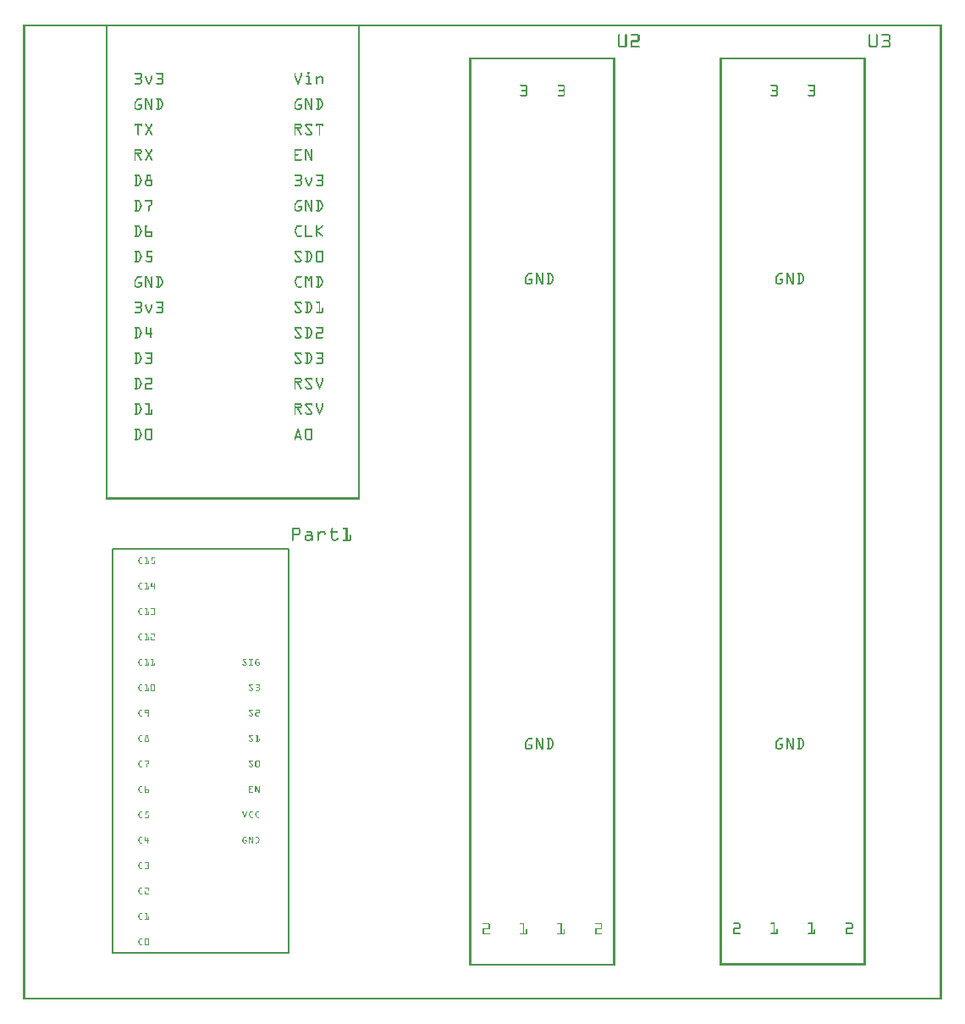
<source format=gto>
G04 MADE WITH FRITZING*
G04 WWW.FRITZING.ORG*
G04 DOUBLE SIDED*
G04 HOLES PLATED*
G04 CONTOUR ON CENTER OF CONTOUR VECTOR*
%ASAXBY*%
%FSLAX23Y23*%
%MOIN*%
%OFA0B0*%
%SFA1.0B1.0*%
%ADD10C,0.008000*%
%ADD11R,0.001000X0.001000*%
%LNSILK1*%
G90*
G70*
G54D10*
X354Y184D02*
X1046Y184D01*
X1046Y1776D01*
X354Y1776D01*
X354Y184D01*
D02*
G54D11*
X1Y3838D02*
X3619Y3838D01*
X1Y3837D02*
X3619Y3837D01*
X1Y3836D02*
X3619Y3836D01*
X1Y3835D02*
X3619Y3835D01*
X1Y3834D02*
X3619Y3834D01*
X1Y3833D02*
X3619Y3833D01*
X1Y3832D02*
X3619Y3832D01*
X1Y3831D02*
X3619Y3831D01*
X1Y3830D02*
X8Y3830D01*
X327Y3830D02*
X333Y3830D01*
X1319Y3830D02*
X1325Y3830D01*
X3612Y3830D02*
X3619Y3830D01*
X1Y3829D02*
X8Y3829D01*
X327Y3829D02*
X333Y3829D01*
X1319Y3829D02*
X1325Y3829D01*
X3612Y3829D02*
X3619Y3829D01*
X1Y3828D02*
X8Y3828D01*
X327Y3828D02*
X333Y3828D01*
X1319Y3828D02*
X1325Y3828D01*
X3612Y3828D02*
X3619Y3828D01*
X1Y3827D02*
X8Y3827D01*
X327Y3827D02*
X333Y3827D01*
X1319Y3827D02*
X1325Y3827D01*
X3612Y3827D02*
X3619Y3827D01*
X1Y3826D02*
X8Y3826D01*
X327Y3826D02*
X333Y3826D01*
X1319Y3826D02*
X1325Y3826D01*
X3612Y3826D02*
X3619Y3826D01*
X1Y3825D02*
X8Y3825D01*
X327Y3825D02*
X333Y3825D01*
X1319Y3825D02*
X1325Y3825D01*
X3612Y3825D02*
X3619Y3825D01*
X1Y3824D02*
X8Y3824D01*
X327Y3824D02*
X333Y3824D01*
X1319Y3824D02*
X1325Y3824D01*
X3612Y3824D02*
X3619Y3824D01*
X1Y3823D02*
X8Y3823D01*
X327Y3823D02*
X333Y3823D01*
X1319Y3823D02*
X1325Y3823D01*
X3612Y3823D02*
X3619Y3823D01*
X1Y3822D02*
X8Y3822D01*
X327Y3822D02*
X333Y3822D01*
X1319Y3822D02*
X1325Y3822D01*
X3612Y3822D02*
X3619Y3822D01*
X1Y3821D02*
X8Y3821D01*
X327Y3821D02*
X333Y3821D01*
X1319Y3821D02*
X1325Y3821D01*
X3612Y3821D02*
X3619Y3821D01*
X1Y3820D02*
X8Y3820D01*
X327Y3820D02*
X333Y3820D01*
X1319Y3820D02*
X1325Y3820D01*
X3612Y3820D02*
X3619Y3820D01*
X1Y3819D02*
X8Y3819D01*
X327Y3819D02*
X333Y3819D01*
X1319Y3819D02*
X1325Y3819D01*
X3612Y3819D02*
X3619Y3819D01*
X1Y3818D02*
X8Y3818D01*
X327Y3818D02*
X333Y3818D01*
X1319Y3818D02*
X1325Y3818D01*
X3612Y3818D02*
X3619Y3818D01*
X1Y3817D02*
X8Y3817D01*
X327Y3817D02*
X333Y3817D01*
X1319Y3817D02*
X1325Y3817D01*
X3612Y3817D02*
X3619Y3817D01*
X1Y3816D02*
X8Y3816D01*
X327Y3816D02*
X333Y3816D01*
X1319Y3816D02*
X1325Y3816D01*
X3612Y3816D02*
X3619Y3816D01*
X1Y3815D02*
X8Y3815D01*
X327Y3815D02*
X333Y3815D01*
X1319Y3815D02*
X1325Y3815D01*
X3612Y3815D02*
X3619Y3815D01*
X1Y3814D02*
X8Y3814D01*
X327Y3814D02*
X333Y3814D01*
X1319Y3814D02*
X1325Y3814D01*
X3612Y3814D02*
X3619Y3814D01*
X1Y3813D02*
X8Y3813D01*
X327Y3813D02*
X333Y3813D01*
X1319Y3813D02*
X1325Y3813D01*
X3612Y3813D02*
X3619Y3813D01*
X1Y3812D02*
X8Y3812D01*
X327Y3812D02*
X333Y3812D01*
X1319Y3812D02*
X1325Y3812D01*
X3612Y3812D02*
X3619Y3812D01*
X1Y3811D02*
X8Y3811D01*
X327Y3811D02*
X333Y3811D01*
X1319Y3811D02*
X1325Y3811D01*
X3612Y3811D02*
X3619Y3811D01*
X1Y3810D02*
X8Y3810D01*
X327Y3810D02*
X333Y3810D01*
X1319Y3810D02*
X1325Y3810D01*
X3612Y3810D02*
X3619Y3810D01*
X1Y3809D02*
X8Y3809D01*
X327Y3809D02*
X333Y3809D01*
X1319Y3809D02*
X1325Y3809D01*
X3612Y3809D02*
X3619Y3809D01*
X1Y3808D02*
X8Y3808D01*
X327Y3808D02*
X333Y3808D01*
X1319Y3808D02*
X1325Y3808D01*
X3612Y3808D02*
X3619Y3808D01*
X1Y3807D02*
X8Y3807D01*
X327Y3807D02*
X333Y3807D01*
X1319Y3807D02*
X1325Y3807D01*
X3612Y3807D02*
X3619Y3807D01*
X1Y3806D02*
X8Y3806D01*
X327Y3806D02*
X333Y3806D01*
X1319Y3806D02*
X1325Y3806D01*
X3612Y3806D02*
X3619Y3806D01*
X1Y3805D02*
X8Y3805D01*
X327Y3805D02*
X333Y3805D01*
X1319Y3805D02*
X1325Y3805D01*
X3612Y3805D02*
X3619Y3805D01*
X1Y3804D02*
X8Y3804D01*
X327Y3804D02*
X333Y3804D01*
X1319Y3804D02*
X1325Y3804D01*
X3612Y3804D02*
X3619Y3804D01*
X1Y3803D02*
X8Y3803D01*
X327Y3803D02*
X333Y3803D01*
X1319Y3803D02*
X1325Y3803D01*
X3612Y3803D02*
X3619Y3803D01*
X1Y3802D02*
X8Y3802D01*
X327Y3802D02*
X333Y3802D01*
X1319Y3802D02*
X1325Y3802D01*
X3612Y3802D02*
X3619Y3802D01*
X1Y3801D02*
X8Y3801D01*
X327Y3801D02*
X333Y3801D01*
X1319Y3801D02*
X1325Y3801D01*
X3612Y3801D02*
X3619Y3801D01*
X1Y3800D02*
X8Y3800D01*
X327Y3800D02*
X333Y3800D01*
X1319Y3800D02*
X1325Y3800D01*
X2347Y3800D02*
X2349Y3800D01*
X2374Y3800D02*
X2376Y3800D01*
X2397Y3800D02*
X2424Y3800D01*
X3333Y3800D02*
X3336Y3800D01*
X3360Y3800D02*
X3364Y3800D01*
X3383Y3800D02*
X3411Y3800D01*
X3612Y3800D02*
X3619Y3800D01*
X1Y3799D02*
X8Y3799D01*
X327Y3799D02*
X333Y3799D01*
X1319Y3799D02*
X1325Y3799D01*
X2345Y3799D02*
X2350Y3799D01*
X2373Y3799D02*
X2377Y3799D01*
X2395Y3799D02*
X2425Y3799D01*
X3332Y3799D02*
X3337Y3799D01*
X3359Y3799D02*
X3364Y3799D01*
X3382Y3799D02*
X3413Y3799D01*
X3612Y3799D02*
X3619Y3799D01*
X1Y3798D02*
X8Y3798D01*
X327Y3798D02*
X333Y3798D01*
X1319Y3798D02*
X1325Y3798D01*
X2345Y3798D02*
X2350Y3798D01*
X2372Y3798D02*
X2378Y3798D01*
X2395Y3798D02*
X2426Y3798D01*
X3331Y3798D02*
X3337Y3798D01*
X3359Y3798D02*
X3365Y3798D01*
X3381Y3798D02*
X3413Y3798D01*
X3612Y3798D02*
X3619Y3798D01*
X1Y3797D02*
X8Y3797D01*
X327Y3797D02*
X333Y3797D01*
X1319Y3797D02*
X1325Y3797D01*
X2345Y3797D02*
X2351Y3797D01*
X2372Y3797D02*
X2378Y3797D01*
X2395Y3797D02*
X2427Y3797D01*
X3331Y3797D02*
X3337Y3797D01*
X3359Y3797D02*
X3365Y3797D01*
X3381Y3797D02*
X3414Y3797D01*
X3612Y3797D02*
X3619Y3797D01*
X1Y3796D02*
X8Y3796D01*
X327Y3796D02*
X333Y3796D01*
X1319Y3796D02*
X1325Y3796D01*
X2345Y3796D02*
X2351Y3796D01*
X2372Y3796D02*
X2378Y3796D01*
X2395Y3796D02*
X2428Y3796D01*
X3331Y3796D02*
X3337Y3796D01*
X3359Y3796D02*
X3365Y3796D01*
X3382Y3796D02*
X3415Y3796D01*
X3612Y3796D02*
X3619Y3796D01*
X1Y3795D02*
X8Y3795D01*
X327Y3795D02*
X333Y3795D01*
X1319Y3795D02*
X1325Y3795D01*
X2345Y3795D02*
X2351Y3795D01*
X2372Y3795D02*
X2378Y3795D01*
X2395Y3795D02*
X2428Y3795D01*
X3331Y3795D02*
X3337Y3795D01*
X3359Y3795D02*
X3365Y3795D01*
X3382Y3795D02*
X3415Y3795D01*
X3612Y3795D02*
X3619Y3795D01*
X1Y3794D02*
X8Y3794D01*
X327Y3794D02*
X333Y3794D01*
X1319Y3794D02*
X1325Y3794D01*
X2345Y3794D02*
X2351Y3794D01*
X2372Y3794D02*
X2378Y3794D01*
X2396Y3794D02*
X2428Y3794D01*
X3331Y3794D02*
X3337Y3794D01*
X3359Y3794D02*
X3365Y3794D01*
X3384Y3794D02*
X3415Y3794D01*
X3612Y3794D02*
X3619Y3794D01*
X1Y3793D02*
X8Y3793D01*
X327Y3793D02*
X333Y3793D01*
X1319Y3793D02*
X1325Y3793D01*
X2345Y3793D02*
X2351Y3793D01*
X2372Y3793D02*
X2378Y3793D01*
X2422Y3793D02*
X2428Y3793D01*
X3331Y3793D02*
X3337Y3793D01*
X3359Y3793D02*
X3365Y3793D01*
X3409Y3793D02*
X3415Y3793D01*
X3612Y3793D02*
X3619Y3793D01*
X1Y3792D02*
X8Y3792D01*
X327Y3792D02*
X333Y3792D01*
X1319Y3792D02*
X1325Y3792D01*
X2345Y3792D02*
X2351Y3792D01*
X2372Y3792D02*
X2378Y3792D01*
X2422Y3792D02*
X2428Y3792D01*
X3331Y3792D02*
X3337Y3792D01*
X3359Y3792D02*
X3365Y3792D01*
X3409Y3792D02*
X3415Y3792D01*
X3612Y3792D02*
X3619Y3792D01*
X1Y3791D02*
X8Y3791D01*
X327Y3791D02*
X333Y3791D01*
X1319Y3791D02*
X1325Y3791D01*
X2345Y3791D02*
X2351Y3791D01*
X2372Y3791D02*
X2378Y3791D01*
X2422Y3791D02*
X2428Y3791D01*
X3331Y3791D02*
X3337Y3791D01*
X3359Y3791D02*
X3365Y3791D01*
X3409Y3791D02*
X3415Y3791D01*
X3612Y3791D02*
X3619Y3791D01*
X1Y3790D02*
X8Y3790D01*
X327Y3790D02*
X333Y3790D01*
X1319Y3790D02*
X1325Y3790D01*
X2345Y3790D02*
X2351Y3790D01*
X2372Y3790D02*
X2378Y3790D01*
X2422Y3790D02*
X2428Y3790D01*
X3331Y3790D02*
X3337Y3790D01*
X3359Y3790D02*
X3365Y3790D01*
X3409Y3790D02*
X3415Y3790D01*
X3612Y3790D02*
X3619Y3790D01*
X1Y3789D02*
X8Y3789D01*
X327Y3789D02*
X333Y3789D01*
X1319Y3789D02*
X1325Y3789D01*
X2345Y3789D02*
X2351Y3789D01*
X2372Y3789D02*
X2378Y3789D01*
X2422Y3789D02*
X2428Y3789D01*
X3331Y3789D02*
X3337Y3789D01*
X3359Y3789D02*
X3365Y3789D01*
X3409Y3789D02*
X3415Y3789D01*
X3612Y3789D02*
X3619Y3789D01*
X1Y3788D02*
X8Y3788D01*
X327Y3788D02*
X333Y3788D01*
X1319Y3788D02*
X1325Y3788D01*
X2345Y3788D02*
X2351Y3788D01*
X2372Y3788D02*
X2378Y3788D01*
X2422Y3788D02*
X2428Y3788D01*
X3331Y3788D02*
X3337Y3788D01*
X3359Y3788D02*
X3365Y3788D01*
X3409Y3788D02*
X3415Y3788D01*
X3612Y3788D02*
X3619Y3788D01*
X1Y3787D02*
X8Y3787D01*
X327Y3787D02*
X333Y3787D01*
X1319Y3787D02*
X1325Y3787D01*
X2345Y3787D02*
X2351Y3787D01*
X2372Y3787D02*
X2378Y3787D01*
X2422Y3787D02*
X2428Y3787D01*
X3331Y3787D02*
X3337Y3787D01*
X3359Y3787D02*
X3365Y3787D01*
X3409Y3787D02*
X3415Y3787D01*
X3612Y3787D02*
X3619Y3787D01*
X1Y3786D02*
X8Y3786D01*
X327Y3786D02*
X333Y3786D01*
X1319Y3786D02*
X1325Y3786D01*
X2345Y3786D02*
X2351Y3786D01*
X2372Y3786D02*
X2378Y3786D01*
X2422Y3786D02*
X2428Y3786D01*
X3331Y3786D02*
X3337Y3786D01*
X3359Y3786D02*
X3365Y3786D01*
X3409Y3786D02*
X3415Y3786D01*
X3612Y3786D02*
X3619Y3786D01*
X1Y3785D02*
X8Y3785D01*
X327Y3785D02*
X333Y3785D01*
X1319Y3785D02*
X1325Y3785D01*
X2345Y3785D02*
X2351Y3785D01*
X2372Y3785D02*
X2378Y3785D01*
X2422Y3785D02*
X2428Y3785D01*
X3331Y3785D02*
X3337Y3785D01*
X3359Y3785D02*
X3365Y3785D01*
X3409Y3785D02*
X3415Y3785D01*
X3612Y3785D02*
X3619Y3785D01*
X1Y3784D02*
X8Y3784D01*
X327Y3784D02*
X333Y3784D01*
X1319Y3784D02*
X1325Y3784D01*
X2345Y3784D02*
X2351Y3784D01*
X2372Y3784D02*
X2378Y3784D01*
X2422Y3784D02*
X2428Y3784D01*
X3331Y3784D02*
X3337Y3784D01*
X3359Y3784D02*
X3365Y3784D01*
X3409Y3784D02*
X3415Y3784D01*
X3612Y3784D02*
X3619Y3784D01*
X1Y3783D02*
X8Y3783D01*
X327Y3783D02*
X333Y3783D01*
X1319Y3783D02*
X1325Y3783D01*
X2345Y3783D02*
X2351Y3783D01*
X2372Y3783D02*
X2378Y3783D01*
X2422Y3783D02*
X2428Y3783D01*
X3331Y3783D02*
X3337Y3783D01*
X3359Y3783D02*
X3365Y3783D01*
X3409Y3783D02*
X3415Y3783D01*
X3612Y3783D02*
X3619Y3783D01*
X1Y3782D02*
X8Y3782D01*
X327Y3782D02*
X333Y3782D01*
X1319Y3782D02*
X1325Y3782D01*
X2345Y3782D02*
X2351Y3782D01*
X2372Y3782D02*
X2378Y3782D01*
X2422Y3782D02*
X2428Y3782D01*
X3331Y3782D02*
X3337Y3782D01*
X3359Y3782D02*
X3365Y3782D01*
X3409Y3782D02*
X3415Y3782D01*
X3612Y3782D02*
X3619Y3782D01*
X1Y3781D02*
X8Y3781D01*
X327Y3781D02*
X333Y3781D01*
X1319Y3781D02*
X1325Y3781D01*
X2345Y3781D02*
X2351Y3781D01*
X2372Y3781D02*
X2378Y3781D01*
X2422Y3781D02*
X2428Y3781D01*
X3331Y3781D02*
X3337Y3781D01*
X3359Y3781D02*
X3365Y3781D01*
X3409Y3781D02*
X3415Y3781D01*
X3612Y3781D02*
X3619Y3781D01*
X1Y3780D02*
X8Y3780D01*
X327Y3780D02*
X333Y3780D01*
X1319Y3780D02*
X1325Y3780D01*
X2345Y3780D02*
X2351Y3780D01*
X2372Y3780D02*
X2378Y3780D01*
X2422Y3780D02*
X2428Y3780D01*
X3331Y3780D02*
X3337Y3780D01*
X3359Y3780D02*
X3365Y3780D01*
X3409Y3780D02*
X3415Y3780D01*
X3612Y3780D02*
X3619Y3780D01*
X1Y3779D02*
X8Y3779D01*
X327Y3779D02*
X333Y3779D01*
X1319Y3779D02*
X1325Y3779D01*
X2345Y3779D02*
X2351Y3779D01*
X2372Y3779D02*
X2378Y3779D01*
X2422Y3779D02*
X2428Y3779D01*
X3331Y3779D02*
X3337Y3779D01*
X3359Y3779D02*
X3365Y3779D01*
X3408Y3779D02*
X3415Y3779D01*
X3612Y3779D02*
X3619Y3779D01*
X1Y3778D02*
X8Y3778D01*
X327Y3778D02*
X333Y3778D01*
X1319Y3778D02*
X1325Y3778D01*
X2345Y3778D02*
X2351Y3778D01*
X2372Y3778D02*
X2378Y3778D01*
X2422Y3778D02*
X2428Y3778D01*
X3331Y3778D02*
X3337Y3778D01*
X3359Y3778D02*
X3365Y3778D01*
X3407Y3778D02*
X3414Y3778D01*
X3612Y3778D02*
X3619Y3778D01*
X1Y3777D02*
X8Y3777D01*
X327Y3777D02*
X333Y3777D01*
X1319Y3777D02*
X1325Y3777D01*
X2345Y3777D02*
X2351Y3777D01*
X2372Y3777D02*
X2378Y3777D01*
X2422Y3777D02*
X2428Y3777D01*
X3331Y3777D02*
X3337Y3777D01*
X3359Y3777D02*
X3365Y3777D01*
X3390Y3777D02*
X3414Y3777D01*
X3612Y3777D02*
X3619Y3777D01*
X1Y3776D02*
X8Y3776D01*
X327Y3776D02*
X333Y3776D01*
X1319Y3776D02*
X1325Y3776D01*
X2345Y3776D02*
X2351Y3776D01*
X2372Y3776D02*
X2378Y3776D01*
X2398Y3776D02*
X2428Y3776D01*
X3331Y3776D02*
X3337Y3776D01*
X3359Y3776D02*
X3365Y3776D01*
X3389Y3776D02*
X3414Y3776D01*
X3612Y3776D02*
X3619Y3776D01*
X1Y3775D02*
X8Y3775D01*
X327Y3775D02*
X333Y3775D01*
X1319Y3775D02*
X1325Y3775D01*
X2345Y3775D02*
X2351Y3775D01*
X2372Y3775D02*
X2378Y3775D01*
X2397Y3775D02*
X2428Y3775D01*
X3331Y3775D02*
X3337Y3775D01*
X3359Y3775D02*
X3365Y3775D01*
X3388Y3775D02*
X3413Y3775D01*
X3612Y3775D02*
X3619Y3775D01*
X1Y3774D02*
X8Y3774D01*
X327Y3774D02*
X333Y3774D01*
X1319Y3774D02*
X1325Y3774D01*
X2345Y3774D02*
X2351Y3774D01*
X2372Y3774D02*
X2378Y3774D01*
X2396Y3774D02*
X2428Y3774D01*
X3331Y3774D02*
X3337Y3774D01*
X3359Y3774D02*
X3365Y3774D01*
X3388Y3774D02*
X3412Y3774D01*
X3612Y3774D02*
X3619Y3774D01*
X1Y3773D02*
X8Y3773D01*
X327Y3773D02*
X333Y3773D01*
X1319Y3773D02*
X1325Y3773D01*
X2345Y3773D02*
X2351Y3773D01*
X2372Y3773D02*
X2378Y3773D01*
X2395Y3773D02*
X2427Y3773D01*
X3331Y3773D02*
X3337Y3773D01*
X3359Y3773D02*
X3365Y3773D01*
X3388Y3773D02*
X3413Y3773D01*
X3612Y3773D02*
X3619Y3773D01*
X1Y3772D02*
X8Y3772D01*
X327Y3772D02*
X333Y3772D01*
X1319Y3772D02*
X1325Y3772D01*
X2345Y3772D02*
X2351Y3772D01*
X2372Y3772D02*
X2378Y3772D01*
X2395Y3772D02*
X2426Y3772D01*
X3331Y3772D02*
X3337Y3772D01*
X3359Y3772D02*
X3365Y3772D01*
X3389Y3772D02*
X3413Y3772D01*
X3612Y3772D02*
X3619Y3772D01*
X1Y3771D02*
X8Y3771D01*
X327Y3771D02*
X333Y3771D01*
X1319Y3771D02*
X1325Y3771D01*
X2345Y3771D02*
X2351Y3771D01*
X2372Y3771D02*
X2378Y3771D01*
X2395Y3771D02*
X2425Y3771D01*
X3331Y3771D02*
X3337Y3771D01*
X3359Y3771D02*
X3365Y3771D01*
X3390Y3771D02*
X3414Y3771D01*
X3612Y3771D02*
X3619Y3771D01*
X1Y3770D02*
X8Y3770D01*
X327Y3770D02*
X333Y3770D01*
X1319Y3770D02*
X1325Y3770D01*
X2345Y3770D02*
X2351Y3770D01*
X2372Y3770D02*
X2378Y3770D01*
X2395Y3770D02*
X2422Y3770D01*
X3331Y3770D02*
X3337Y3770D01*
X3359Y3770D02*
X3365Y3770D01*
X3407Y3770D02*
X3414Y3770D01*
X3612Y3770D02*
X3619Y3770D01*
X1Y3769D02*
X8Y3769D01*
X327Y3769D02*
X333Y3769D01*
X1319Y3769D02*
X1325Y3769D01*
X2345Y3769D02*
X2351Y3769D01*
X2372Y3769D02*
X2378Y3769D01*
X2395Y3769D02*
X2401Y3769D01*
X3331Y3769D02*
X3337Y3769D01*
X3359Y3769D02*
X3365Y3769D01*
X3408Y3769D02*
X3415Y3769D01*
X3612Y3769D02*
X3619Y3769D01*
X1Y3768D02*
X8Y3768D01*
X327Y3768D02*
X333Y3768D01*
X1319Y3768D02*
X1325Y3768D01*
X2345Y3768D02*
X2351Y3768D01*
X2372Y3768D02*
X2378Y3768D01*
X2395Y3768D02*
X2401Y3768D01*
X3331Y3768D02*
X3337Y3768D01*
X3359Y3768D02*
X3365Y3768D01*
X3409Y3768D02*
X3415Y3768D01*
X3612Y3768D02*
X3619Y3768D01*
X1Y3767D02*
X8Y3767D01*
X327Y3767D02*
X333Y3767D01*
X1319Y3767D02*
X1325Y3767D01*
X2345Y3767D02*
X2351Y3767D01*
X2372Y3767D02*
X2378Y3767D01*
X2395Y3767D02*
X2401Y3767D01*
X3331Y3767D02*
X3337Y3767D01*
X3359Y3767D02*
X3365Y3767D01*
X3409Y3767D02*
X3415Y3767D01*
X3612Y3767D02*
X3619Y3767D01*
X1Y3766D02*
X8Y3766D01*
X327Y3766D02*
X333Y3766D01*
X1319Y3766D02*
X1325Y3766D01*
X2345Y3766D02*
X2351Y3766D01*
X2372Y3766D02*
X2378Y3766D01*
X2395Y3766D02*
X2401Y3766D01*
X3331Y3766D02*
X3337Y3766D01*
X3359Y3766D02*
X3365Y3766D01*
X3409Y3766D02*
X3415Y3766D01*
X3612Y3766D02*
X3619Y3766D01*
X1Y3765D02*
X8Y3765D01*
X327Y3765D02*
X333Y3765D01*
X1319Y3765D02*
X1325Y3765D01*
X2345Y3765D02*
X2351Y3765D01*
X2372Y3765D02*
X2378Y3765D01*
X2395Y3765D02*
X2401Y3765D01*
X3331Y3765D02*
X3337Y3765D01*
X3359Y3765D02*
X3365Y3765D01*
X3409Y3765D02*
X3415Y3765D01*
X3612Y3765D02*
X3619Y3765D01*
X1Y3764D02*
X8Y3764D01*
X327Y3764D02*
X333Y3764D01*
X1319Y3764D02*
X1325Y3764D01*
X2345Y3764D02*
X2351Y3764D01*
X2372Y3764D02*
X2378Y3764D01*
X2395Y3764D02*
X2401Y3764D01*
X3331Y3764D02*
X3337Y3764D01*
X3359Y3764D02*
X3365Y3764D01*
X3409Y3764D02*
X3415Y3764D01*
X3612Y3764D02*
X3619Y3764D01*
X1Y3763D02*
X8Y3763D01*
X327Y3763D02*
X333Y3763D01*
X1319Y3763D02*
X1325Y3763D01*
X2345Y3763D02*
X2351Y3763D01*
X2372Y3763D02*
X2378Y3763D01*
X2395Y3763D02*
X2401Y3763D01*
X3331Y3763D02*
X3337Y3763D01*
X3359Y3763D02*
X3365Y3763D01*
X3409Y3763D02*
X3415Y3763D01*
X3612Y3763D02*
X3619Y3763D01*
X1Y3762D02*
X8Y3762D01*
X327Y3762D02*
X333Y3762D01*
X1319Y3762D02*
X1325Y3762D01*
X2345Y3762D02*
X2351Y3762D01*
X2372Y3762D02*
X2378Y3762D01*
X2395Y3762D02*
X2401Y3762D01*
X3331Y3762D02*
X3337Y3762D01*
X3359Y3762D02*
X3365Y3762D01*
X3409Y3762D02*
X3415Y3762D01*
X3612Y3762D02*
X3619Y3762D01*
X1Y3761D02*
X8Y3761D01*
X327Y3761D02*
X333Y3761D01*
X1319Y3761D02*
X1325Y3761D01*
X2345Y3761D02*
X2351Y3761D01*
X2372Y3761D02*
X2378Y3761D01*
X2395Y3761D02*
X2401Y3761D01*
X3331Y3761D02*
X3337Y3761D01*
X3359Y3761D02*
X3365Y3761D01*
X3409Y3761D02*
X3415Y3761D01*
X3612Y3761D02*
X3619Y3761D01*
X1Y3760D02*
X8Y3760D01*
X327Y3760D02*
X333Y3760D01*
X1319Y3760D02*
X1325Y3760D01*
X2345Y3760D02*
X2351Y3760D01*
X2372Y3760D02*
X2378Y3760D01*
X2395Y3760D02*
X2401Y3760D01*
X3331Y3760D02*
X3337Y3760D01*
X3359Y3760D02*
X3365Y3760D01*
X3409Y3760D02*
X3415Y3760D01*
X3612Y3760D02*
X3619Y3760D01*
X1Y3759D02*
X8Y3759D01*
X327Y3759D02*
X333Y3759D01*
X1319Y3759D02*
X1325Y3759D01*
X2345Y3759D02*
X2351Y3759D01*
X2372Y3759D02*
X2378Y3759D01*
X2395Y3759D02*
X2401Y3759D01*
X3331Y3759D02*
X3337Y3759D01*
X3359Y3759D02*
X3365Y3759D01*
X3409Y3759D02*
X3415Y3759D01*
X3612Y3759D02*
X3619Y3759D01*
X1Y3758D02*
X8Y3758D01*
X327Y3758D02*
X333Y3758D01*
X1319Y3758D02*
X1325Y3758D01*
X2345Y3758D02*
X2351Y3758D01*
X2372Y3758D02*
X2378Y3758D01*
X2395Y3758D02*
X2401Y3758D01*
X3331Y3758D02*
X3337Y3758D01*
X3359Y3758D02*
X3365Y3758D01*
X3409Y3758D02*
X3415Y3758D01*
X3612Y3758D02*
X3619Y3758D01*
X1Y3757D02*
X8Y3757D01*
X327Y3757D02*
X333Y3757D01*
X1319Y3757D02*
X1325Y3757D01*
X2345Y3757D02*
X2351Y3757D01*
X2372Y3757D02*
X2378Y3757D01*
X2395Y3757D02*
X2401Y3757D01*
X3331Y3757D02*
X3337Y3757D01*
X3359Y3757D02*
X3365Y3757D01*
X3409Y3757D02*
X3415Y3757D01*
X3612Y3757D02*
X3619Y3757D01*
X1Y3756D02*
X8Y3756D01*
X327Y3756D02*
X333Y3756D01*
X1319Y3756D02*
X1325Y3756D01*
X2345Y3756D02*
X2351Y3756D01*
X2372Y3756D02*
X2378Y3756D01*
X2395Y3756D02*
X2401Y3756D01*
X3331Y3756D02*
X3338Y3756D01*
X3359Y3756D02*
X3365Y3756D01*
X3409Y3756D02*
X3415Y3756D01*
X3612Y3756D02*
X3619Y3756D01*
X1Y3755D02*
X8Y3755D01*
X327Y3755D02*
X333Y3755D01*
X1319Y3755D02*
X1325Y3755D01*
X2345Y3755D02*
X2351Y3755D01*
X2372Y3755D02*
X2378Y3755D01*
X2395Y3755D02*
X2401Y3755D01*
X3332Y3755D02*
X3338Y3755D01*
X3358Y3755D02*
X3365Y3755D01*
X3409Y3755D02*
X3415Y3755D01*
X3612Y3755D02*
X3619Y3755D01*
X1Y3754D02*
X8Y3754D01*
X327Y3754D02*
X333Y3754D01*
X1319Y3754D02*
X1325Y3754D01*
X2345Y3754D02*
X2352Y3754D01*
X2371Y3754D02*
X2378Y3754D01*
X2395Y3754D02*
X2401Y3754D01*
X3332Y3754D02*
X3340Y3754D01*
X3357Y3754D02*
X3364Y3754D01*
X3409Y3754D02*
X3415Y3754D01*
X3612Y3754D02*
X3619Y3754D01*
X1Y3753D02*
X8Y3753D01*
X327Y3753D02*
X333Y3753D01*
X1319Y3753D02*
X1325Y3753D01*
X2345Y3753D02*
X2378Y3753D01*
X2395Y3753D02*
X2426Y3753D01*
X3332Y3753D02*
X3364Y3753D01*
X3383Y3753D02*
X3415Y3753D01*
X3612Y3753D02*
X3619Y3753D01*
X1Y3752D02*
X8Y3752D01*
X327Y3752D02*
X333Y3752D01*
X1319Y3752D02*
X1325Y3752D01*
X2346Y3752D02*
X2377Y3752D01*
X2395Y3752D02*
X2427Y3752D01*
X3333Y3752D02*
X3363Y3752D01*
X3382Y3752D02*
X3415Y3752D01*
X3612Y3752D02*
X3619Y3752D01*
X1Y3751D02*
X8Y3751D01*
X327Y3751D02*
X333Y3751D01*
X1319Y3751D02*
X1325Y3751D01*
X2346Y3751D02*
X2376Y3751D01*
X2395Y3751D02*
X2428Y3751D01*
X3333Y3751D02*
X3363Y3751D01*
X3381Y3751D02*
X3414Y3751D01*
X3612Y3751D02*
X3619Y3751D01*
X1Y3750D02*
X8Y3750D01*
X327Y3750D02*
X333Y3750D01*
X1319Y3750D02*
X1325Y3750D01*
X2347Y3750D02*
X2376Y3750D01*
X2395Y3750D02*
X2428Y3750D01*
X3334Y3750D02*
X3362Y3750D01*
X3381Y3750D02*
X3414Y3750D01*
X3612Y3750D02*
X3619Y3750D01*
X1Y3749D02*
X8Y3749D01*
X327Y3749D02*
X333Y3749D01*
X1319Y3749D02*
X1325Y3749D01*
X2348Y3749D02*
X2375Y3749D01*
X2395Y3749D02*
X2428Y3749D01*
X3335Y3749D02*
X3361Y3749D01*
X3382Y3749D02*
X3413Y3749D01*
X3612Y3749D02*
X3619Y3749D01*
X1Y3748D02*
X8Y3748D01*
X327Y3748D02*
X333Y3748D01*
X1319Y3748D02*
X1325Y3748D01*
X2349Y3748D02*
X2373Y3748D01*
X2395Y3748D02*
X2428Y3748D01*
X3337Y3748D02*
X3359Y3748D01*
X3382Y3748D02*
X3412Y3748D01*
X3612Y3748D02*
X3619Y3748D01*
X1Y3747D02*
X8Y3747D01*
X327Y3747D02*
X333Y3747D01*
X1319Y3747D02*
X1325Y3747D01*
X2351Y3747D02*
X2371Y3747D01*
X2395Y3747D02*
X2427Y3747D01*
X3339Y3747D02*
X3357Y3747D01*
X3383Y3747D02*
X3410Y3747D01*
X3612Y3747D02*
X3619Y3747D01*
X1Y3746D02*
X8Y3746D01*
X327Y3746D02*
X333Y3746D01*
X1319Y3746D02*
X1325Y3746D01*
X3612Y3746D02*
X3619Y3746D01*
X1Y3745D02*
X8Y3745D01*
X327Y3745D02*
X333Y3745D01*
X1319Y3745D02*
X1325Y3745D01*
X3612Y3745D02*
X3619Y3745D01*
X1Y3744D02*
X8Y3744D01*
X327Y3744D02*
X333Y3744D01*
X1319Y3744D02*
X1325Y3744D01*
X3612Y3744D02*
X3619Y3744D01*
X1Y3743D02*
X8Y3743D01*
X327Y3743D02*
X333Y3743D01*
X1319Y3743D02*
X1325Y3743D01*
X3612Y3743D02*
X3619Y3743D01*
X1Y3742D02*
X8Y3742D01*
X327Y3742D02*
X333Y3742D01*
X1319Y3742D02*
X1325Y3742D01*
X3612Y3742D02*
X3619Y3742D01*
X1Y3741D02*
X8Y3741D01*
X327Y3741D02*
X333Y3741D01*
X1319Y3741D02*
X1325Y3741D01*
X3612Y3741D02*
X3619Y3741D01*
X1Y3740D02*
X8Y3740D01*
X327Y3740D02*
X333Y3740D01*
X1319Y3740D02*
X1325Y3740D01*
X3612Y3740D02*
X3619Y3740D01*
X1Y3739D02*
X8Y3739D01*
X327Y3739D02*
X333Y3739D01*
X1319Y3739D02*
X1325Y3739D01*
X3612Y3739D02*
X3619Y3739D01*
X1Y3738D02*
X8Y3738D01*
X327Y3738D02*
X333Y3738D01*
X1319Y3738D02*
X1325Y3738D01*
X3612Y3738D02*
X3619Y3738D01*
X1Y3737D02*
X8Y3737D01*
X327Y3737D02*
X333Y3737D01*
X1319Y3737D02*
X1325Y3737D01*
X3612Y3737D02*
X3619Y3737D01*
X1Y3736D02*
X8Y3736D01*
X327Y3736D02*
X333Y3736D01*
X1319Y3736D02*
X1325Y3736D01*
X3612Y3736D02*
X3619Y3736D01*
X1Y3735D02*
X8Y3735D01*
X327Y3735D02*
X333Y3735D01*
X1319Y3735D02*
X1325Y3735D01*
X3612Y3735D02*
X3619Y3735D01*
X1Y3734D02*
X8Y3734D01*
X327Y3734D02*
X333Y3734D01*
X1319Y3734D02*
X1325Y3734D01*
X3612Y3734D02*
X3619Y3734D01*
X1Y3733D02*
X8Y3733D01*
X327Y3733D02*
X333Y3733D01*
X1319Y3733D02*
X1325Y3733D01*
X3612Y3733D02*
X3619Y3733D01*
X1Y3732D02*
X8Y3732D01*
X327Y3732D02*
X333Y3732D01*
X1319Y3732D02*
X1325Y3732D01*
X3612Y3732D02*
X3619Y3732D01*
X1Y3731D02*
X8Y3731D01*
X327Y3731D02*
X333Y3731D01*
X1319Y3731D02*
X1325Y3731D01*
X3612Y3731D02*
X3619Y3731D01*
X1Y3730D02*
X8Y3730D01*
X327Y3730D02*
X333Y3730D01*
X1319Y3730D02*
X1325Y3730D01*
X3612Y3730D02*
X3619Y3730D01*
X1Y3729D02*
X8Y3729D01*
X327Y3729D02*
X333Y3729D01*
X1319Y3729D02*
X1325Y3729D01*
X3612Y3729D02*
X3619Y3729D01*
X1Y3728D02*
X8Y3728D01*
X327Y3728D02*
X333Y3728D01*
X1319Y3728D02*
X1325Y3728D01*
X3612Y3728D02*
X3619Y3728D01*
X1Y3727D02*
X8Y3727D01*
X327Y3727D02*
X333Y3727D01*
X1319Y3727D02*
X1325Y3727D01*
X3612Y3727D02*
X3619Y3727D01*
X1Y3726D02*
X8Y3726D01*
X327Y3726D02*
X333Y3726D01*
X1319Y3726D02*
X1325Y3726D01*
X3612Y3726D02*
X3619Y3726D01*
X1Y3725D02*
X8Y3725D01*
X327Y3725D02*
X333Y3725D01*
X1319Y3725D02*
X1325Y3725D01*
X3612Y3725D02*
X3619Y3725D01*
X1Y3724D02*
X8Y3724D01*
X327Y3724D02*
X333Y3724D01*
X1319Y3724D02*
X1325Y3724D01*
X3612Y3724D02*
X3619Y3724D01*
X1Y3723D02*
X8Y3723D01*
X327Y3723D02*
X333Y3723D01*
X1319Y3723D02*
X1325Y3723D01*
X3612Y3723D02*
X3619Y3723D01*
X1Y3722D02*
X8Y3722D01*
X327Y3722D02*
X333Y3722D01*
X1319Y3722D02*
X1325Y3722D01*
X3612Y3722D02*
X3619Y3722D01*
X1Y3721D02*
X8Y3721D01*
X327Y3721D02*
X333Y3721D01*
X1319Y3721D02*
X1325Y3721D01*
X3612Y3721D02*
X3619Y3721D01*
X1Y3720D02*
X8Y3720D01*
X327Y3720D02*
X333Y3720D01*
X1319Y3720D02*
X1325Y3720D01*
X3612Y3720D02*
X3619Y3720D01*
X1Y3719D02*
X8Y3719D01*
X327Y3719D02*
X333Y3719D01*
X1319Y3719D02*
X1325Y3719D01*
X3612Y3719D02*
X3619Y3719D01*
X1Y3718D02*
X8Y3718D01*
X327Y3718D02*
X333Y3718D01*
X1319Y3718D02*
X1325Y3718D01*
X3612Y3718D02*
X3619Y3718D01*
X1Y3717D02*
X8Y3717D01*
X327Y3717D02*
X333Y3717D01*
X1319Y3717D02*
X1325Y3717D01*
X3612Y3717D02*
X3619Y3717D01*
X1Y3716D02*
X8Y3716D01*
X327Y3716D02*
X333Y3716D01*
X1319Y3716D02*
X1325Y3716D01*
X3612Y3716D02*
X3619Y3716D01*
X1Y3715D02*
X8Y3715D01*
X327Y3715D02*
X333Y3715D01*
X1319Y3715D02*
X1325Y3715D01*
X3612Y3715D02*
X3619Y3715D01*
X1Y3714D02*
X8Y3714D01*
X327Y3714D02*
X333Y3714D01*
X1319Y3714D02*
X1325Y3714D01*
X3612Y3714D02*
X3619Y3714D01*
X1Y3713D02*
X8Y3713D01*
X327Y3713D02*
X333Y3713D01*
X1319Y3713D02*
X1325Y3713D01*
X3612Y3713D02*
X3619Y3713D01*
X1Y3712D02*
X8Y3712D01*
X327Y3712D02*
X333Y3712D01*
X1319Y3712D02*
X1325Y3712D01*
X3612Y3712D02*
X3619Y3712D01*
X1Y3711D02*
X8Y3711D01*
X327Y3711D02*
X333Y3711D01*
X1319Y3711D02*
X1325Y3711D01*
X3612Y3711D02*
X3619Y3711D01*
X1Y3710D02*
X8Y3710D01*
X327Y3710D02*
X333Y3710D01*
X1319Y3710D02*
X1325Y3710D01*
X3612Y3710D02*
X3619Y3710D01*
X1Y3709D02*
X8Y3709D01*
X327Y3709D02*
X333Y3709D01*
X1319Y3709D02*
X1325Y3709D01*
X2745Y3709D02*
X3318Y3709D01*
X3612Y3709D02*
X3619Y3709D01*
X1Y3708D02*
X8Y3708D01*
X327Y3708D02*
X333Y3708D01*
X1319Y3708D02*
X1325Y3708D01*
X1758Y3708D02*
X2332Y3708D01*
X2745Y3708D02*
X3319Y3708D01*
X3612Y3708D02*
X3619Y3708D01*
X1Y3707D02*
X8Y3707D01*
X327Y3707D02*
X333Y3707D01*
X1319Y3707D02*
X1325Y3707D01*
X1758Y3707D02*
X2332Y3707D01*
X2745Y3707D02*
X3319Y3707D01*
X3612Y3707D02*
X3619Y3707D01*
X1Y3706D02*
X8Y3706D01*
X327Y3706D02*
X333Y3706D01*
X1319Y3706D02*
X1325Y3706D01*
X1758Y3706D02*
X2332Y3706D01*
X2745Y3706D02*
X3319Y3706D01*
X3612Y3706D02*
X3619Y3706D01*
X1Y3705D02*
X8Y3705D01*
X327Y3705D02*
X333Y3705D01*
X1319Y3705D02*
X1325Y3705D01*
X1758Y3705D02*
X2332Y3705D01*
X2745Y3705D02*
X3319Y3705D01*
X3612Y3705D02*
X3619Y3705D01*
X1Y3704D02*
X8Y3704D01*
X327Y3704D02*
X333Y3704D01*
X1319Y3704D02*
X1325Y3704D01*
X1758Y3704D02*
X2332Y3704D01*
X2745Y3704D02*
X3319Y3704D01*
X3612Y3704D02*
X3619Y3704D01*
X1Y3703D02*
X8Y3703D01*
X327Y3703D02*
X333Y3703D01*
X1319Y3703D02*
X1325Y3703D01*
X1758Y3703D02*
X2332Y3703D01*
X2745Y3703D02*
X3319Y3703D01*
X3612Y3703D02*
X3619Y3703D01*
X1Y3702D02*
X8Y3702D01*
X327Y3702D02*
X333Y3702D01*
X1319Y3702D02*
X1325Y3702D01*
X1758Y3702D02*
X1962Y3702D01*
X1973Y3702D02*
X2110Y3702D01*
X2120Y3702D02*
X2332Y3702D01*
X2745Y3702D02*
X2946Y3702D01*
X2962Y3702D02*
X3094Y3702D01*
X3109Y3702D02*
X3319Y3702D01*
X3612Y3702D02*
X3619Y3702D01*
X1Y3701D02*
X8Y3701D01*
X327Y3701D02*
X333Y3701D01*
X1319Y3701D02*
X1325Y3701D01*
X1758Y3701D02*
X1957Y3701D01*
X1977Y3701D02*
X2105Y3701D01*
X2125Y3701D02*
X2332Y3701D01*
X2745Y3701D02*
X2752Y3701D01*
X3311Y3701D02*
X3319Y3701D01*
X3612Y3701D02*
X3619Y3701D01*
X1Y3700D02*
X8Y3700D01*
X327Y3700D02*
X333Y3700D01*
X1319Y3700D02*
X1325Y3700D01*
X1758Y3700D02*
X1765Y3700D01*
X2325Y3700D02*
X2332Y3700D01*
X2745Y3700D02*
X2752Y3700D01*
X3312Y3700D02*
X3319Y3700D01*
X3612Y3700D02*
X3619Y3700D01*
X1Y3699D02*
X8Y3699D01*
X327Y3699D02*
X333Y3699D01*
X1319Y3699D02*
X1325Y3699D01*
X1758Y3699D02*
X1765Y3699D01*
X2325Y3699D02*
X2332Y3699D01*
X2745Y3699D02*
X2752Y3699D01*
X3312Y3699D02*
X3319Y3699D01*
X3612Y3699D02*
X3619Y3699D01*
X1Y3698D02*
X8Y3698D01*
X327Y3698D02*
X333Y3698D01*
X1319Y3698D02*
X1325Y3698D01*
X1758Y3698D02*
X1765Y3698D01*
X2325Y3698D02*
X2332Y3698D01*
X2745Y3698D02*
X2752Y3698D01*
X3312Y3698D02*
X3319Y3698D01*
X3612Y3698D02*
X3619Y3698D01*
X1Y3697D02*
X8Y3697D01*
X327Y3697D02*
X333Y3697D01*
X1319Y3697D02*
X1325Y3697D01*
X1758Y3697D02*
X1765Y3697D01*
X2325Y3697D02*
X2332Y3697D01*
X2745Y3697D02*
X2752Y3697D01*
X3312Y3697D02*
X3319Y3697D01*
X3612Y3697D02*
X3619Y3697D01*
X1Y3696D02*
X8Y3696D01*
X327Y3696D02*
X333Y3696D01*
X1319Y3696D02*
X1325Y3696D01*
X1758Y3696D02*
X1765Y3696D01*
X2325Y3696D02*
X2332Y3696D01*
X2745Y3696D02*
X2752Y3696D01*
X3312Y3696D02*
X3319Y3696D01*
X3612Y3696D02*
X3619Y3696D01*
X1Y3695D02*
X8Y3695D01*
X327Y3695D02*
X333Y3695D01*
X1319Y3695D02*
X1325Y3695D01*
X1758Y3695D02*
X1765Y3695D01*
X2325Y3695D02*
X2332Y3695D01*
X2745Y3695D02*
X2752Y3695D01*
X3312Y3695D02*
X3319Y3695D01*
X3612Y3695D02*
X3619Y3695D01*
X1Y3694D02*
X8Y3694D01*
X327Y3694D02*
X333Y3694D01*
X1319Y3694D02*
X1325Y3694D01*
X1758Y3694D02*
X1765Y3694D01*
X2325Y3694D02*
X2332Y3694D01*
X2745Y3694D02*
X2752Y3694D01*
X3312Y3694D02*
X3319Y3694D01*
X3612Y3694D02*
X3619Y3694D01*
X1Y3693D02*
X8Y3693D01*
X327Y3693D02*
X333Y3693D01*
X1319Y3693D02*
X1325Y3693D01*
X1758Y3693D02*
X1765Y3693D01*
X2325Y3693D02*
X2332Y3693D01*
X2745Y3693D02*
X2752Y3693D01*
X3312Y3693D02*
X3319Y3693D01*
X3612Y3693D02*
X3619Y3693D01*
X1Y3692D02*
X8Y3692D01*
X327Y3692D02*
X333Y3692D01*
X1319Y3692D02*
X1325Y3692D01*
X1758Y3692D02*
X1765Y3692D01*
X2325Y3692D02*
X2332Y3692D01*
X2745Y3692D02*
X2752Y3692D01*
X3312Y3692D02*
X3319Y3692D01*
X3612Y3692D02*
X3619Y3692D01*
X1Y3691D02*
X8Y3691D01*
X327Y3691D02*
X333Y3691D01*
X1319Y3691D02*
X1325Y3691D01*
X1758Y3691D02*
X1765Y3691D01*
X2325Y3691D02*
X2332Y3691D01*
X2745Y3691D02*
X2752Y3691D01*
X3312Y3691D02*
X3319Y3691D01*
X3612Y3691D02*
X3619Y3691D01*
X1Y3690D02*
X8Y3690D01*
X327Y3690D02*
X333Y3690D01*
X1319Y3690D02*
X1325Y3690D01*
X1758Y3690D02*
X1765Y3690D01*
X2325Y3690D02*
X2332Y3690D01*
X2745Y3690D02*
X2752Y3690D01*
X3312Y3690D02*
X3319Y3690D01*
X3612Y3690D02*
X3619Y3690D01*
X1Y3689D02*
X8Y3689D01*
X327Y3689D02*
X333Y3689D01*
X1319Y3689D02*
X1325Y3689D01*
X1758Y3689D02*
X1765Y3689D01*
X2325Y3689D02*
X2332Y3689D01*
X2745Y3689D02*
X2752Y3689D01*
X3312Y3689D02*
X3319Y3689D01*
X3612Y3689D02*
X3619Y3689D01*
X1Y3688D02*
X8Y3688D01*
X327Y3688D02*
X333Y3688D01*
X1319Y3688D02*
X1325Y3688D01*
X1758Y3688D02*
X1765Y3688D01*
X2325Y3688D02*
X2332Y3688D01*
X2745Y3688D02*
X2752Y3688D01*
X3312Y3688D02*
X3319Y3688D01*
X3612Y3688D02*
X3619Y3688D01*
X1Y3687D02*
X8Y3687D01*
X327Y3687D02*
X333Y3687D01*
X1319Y3687D02*
X1325Y3687D01*
X1758Y3687D02*
X1765Y3687D01*
X2325Y3687D02*
X2332Y3687D01*
X2745Y3687D02*
X2752Y3687D01*
X3312Y3687D02*
X3319Y3687D01*
X3612Y3687D02*
X3619Y3687D01*
X1Y3686D02*
X8Y3686D01*
X327Y3686D02*
X333Y3686D01*
X1319Y3686D02*
X1325Y3686D01*
X1758Y3686D02*
X1765Y3686D01*
X2325Y3686D02*
X2332Y3686D01*
X2745Y3686D02*
X2752Y3686D01*
X3312Y3686D02*
X3319Y3686D01*
X3612Y3686D02*
X3619Y3686D01*
X1Y3685D02*
X8Y3685D01*
X327Y3685D02*
X333Y3685D01*
X1319Y3685D02*
X1325Y3685D01*
X1758Y3685D02*
X1765Y3685D01*
X2325Y3685D02*
X2332Y3685D01*
X2745Y3685D02*
X2752Y3685D01*
X3312Y3685D02*
X3319Y3685D01*
X3612Y3685D02*
X3619Y3685D01*
X1Y3684D02*
X8Y3684D01*
X327Y3684D02*
X333Y3684D01*
X1319Y3684D02*
X1325Y3684D01*
X1758Y3684D02*
X1765Y3684D01*
X2325Y3684D02*
X2332Y3684D01*
X2745Y3684D02*
X2752Y3684D01*
X3312Y3684D02*
X3319Y3684D01*
X3612Y3684D02*
X3619Y3684D01*
X1Y3683D02*
X8Y3683D01*
X327Y3683D02*
X333Y3683D01*
X1319Y3683D02*
X1325Y3683D01*
X1758Y3683D02*
X1765Y3683D01*
X2325Y3683D02*
X2332Y3683D01*
X2745Y3683D02*
X2752Y3683D01*
X3312Y3683D02*
X3319Y3683D01*
X3612Y3683D02*
X3619Y3683D01*
X1Y3682D02*
X8Y3682D01*
X327Y3682D02*
X333Y3682D01*
X1319Y3682D02*
X1325Y3682D01*
X1758Y3682D02*
X1765Y3682D01*
X2325Y3682D02*
X2332Y3682D01*
X2745Y3682D02*
X2752Y3682D01*
X3312Y3682D02*
X3319Y3682D01*
X3612Y3682D02*
X3619Y3682D01*
X1Y3681D02*
X8Y3681D01*
X327Y3681D02*
X333Y3681D01*
X1319Y3681D02*
X1325Y3681D01*
X1758Y3681D02*
X1765Y3681D01*
X2325Y3681D02*
X2332Y3681D01*
X2745Y3681D02*
X2752Y3681D01*
X3312Y3681D02*
X3319Y3681D01*
X3612Y3681D02*
X3619Y3681D01*
X1Y3680D02*
X8Y3680D01*
X327Y3680D02*
X333Y3680D01*
X1319Y3680D02*
X1325Y3680D01*
X1758Y3680D02*
X1765Y3680D01*
X2325Y3680D02*
X2332Y3680D01*
X2745Y3680D02*
X2752Y3680D01*
X3312Y3680D02*
X3319Y3680D01*
X3612Y3680D02*
X3619Y3680D01*
X1Y3679D02*
X8Y3679D01*
X327Y3679D02*
X333Y3679D01*
X1319Y3679D02*
X1325Y3679D01*
X1758Y3679D02*
X1765Y3679D01*
X2325Y3679D02*
X2332Y3679D01*
X2745Y3679D02*
X2752Y3679D01*
X3312Y3679D02*
X3319Y3679D01*
X3612Y3679D02*
X3619Y3679D01*
X1Y3678D02*
X8Y3678D01*
X327Y3678D02*
X333Y3678D01*
X1319Y3678D02*
X1325Y3678D01*
X1758Y3678D02*
X1765Y3678D01*
X2325Y3678D02*
X2332Y3678D01*
X2745Y3678D02*
X2752Y3678D01*
X3312Y3678D02*
X3319Y3678D01*
X3612Y3678D02*
X3619Y3678D01*
X1Y3677D02*
X8Y3677D01*
X327Y3677D02*
X333Y3677D01*
X1319Y3677D02*
X1325Y3677D01*
X1758Y3677D02*
X1765Y3677D01*
X2325Y3677D02*
X2332Y3677D01*
X2745Y3677D02*
X2752Y3677D01*
X3312Y3677D02*
X3319Y3677D01*
X3612Y3677D02*
X3619Y3677D01*
X1Y3676D02*
X8Y3676D01*
X327Y3676D02*
X333Y3676D01*
X1319Y3676D02*
X1325Y3676D01*
X1758Y3676D02*
X1765Y3676D01*
X2325Y3676D02*
X2332Y3676D01*
X2745Y3676D02*
X2752Y3676D01*
X3312Y3676D02*
X3319Y3676D01*
X3612Y3676D02*
X3619Y3676D01*
X1Y3675D02*
X8Y3675D01*
X327Y3675D02*
X333Y3675D01*
X1319Y3675D02*
X1325Y3675D01*
X1758Y3675D02*
X1765Y3675D01*
X2325Y3675D02*
X2332Y3675D01*
X2745Y3675D02*
X2752Y3675D01*
X3312Y3675D02*
X3319Y3675D01*
X3612Y3675D02*
X3619Y3675D01*
X1Y3674D02*
X8Y3674D01*
X327Y3674D02*
X333Y3674D01*
X1319Y3674D02*
X1325Y3674D01*
X1758Y3674D02*
X1765Y3674D01*
X2325Y3674D02*
X2332Y3674D01*
X2745Y3674D02*
X2752Y3674D01*
X3312Y3674D02*
X3319Y3674D01*
X3612Y3674D02*
X3619Y3674D01*
X1Y3673D02*
X8Y3673D01*
X327Y3673D02*
X333Y3673D01*
X1319Y3673D02*
X1325Y3673D01*
X1758Y3673D02*
X1765Y3673D01*
X2325Y3673D02*
X2332Y3673D01*
X2745Y3673D02*
X2752Y3673D01*
X3312Y3673D02*
X3319Y3673D01*
X3612Y3673D02*
X3619Y3673D01*
X1Y3672D02*
X8Y3672D01*
X327Y3672D02*
X333Y3672D01*
X1319Y3672D02*
X1325Y3672D01*
X1758Y3672D02*
X1765Y3672D01*
X2325Y3672D02*
X2332Y3672D01*
X2745Y3672D02*
X2752Y3672D01*
X3312Y3672D02*
X3319Y3672D01*
X3612Y3672D02*
X3619Y3672D01*
X1Y3671D02*
X8Y3671D01*
X327Y3671D02*
X333Y3671D01*
X1319Y3671D02*
X1325Y3671D01*
X1758Y3671D02*
X1765Y3671D01*
X2325Y3671D02*
X2332Y3671D01*
X2745Y3671D02*
X2752Y3671D01*
X3312Y3671D02*
X3319Y3671D01*
X3612Y3671D02*
X3619Y3671D01*
X1Y3670D02*
X8Y3670D01*
X327Y3670D02*
X333Y3670D01*
X1319Y3670D02*
X1325Y3670D01*
X1758Y3670D02*
X1765Y3670D01*
X2325Y3670D02*
X2332Y3670D01*
X2745Y3670D02*
X2752Y3670D01*
X3312Y3670D02*
X3319Y3670D01*
X3612Y3670D02*
X3619Y3670D01*
X1Y3669D02*
X8Y3669D01*
X327Y3669D02*
X333Y3669D01*
X1319Y3669D02*
X1325Y3669D01*
X1758Y3669D02*
X1765Y3669D01*
X2325Y3669D02*
X2332Y3669D01*
X2745Y3669D02*
X2752Y3669D01*
X3312Y3669D02*
X3319Y3669D01*
X3612Y3669D02*
X3619Y3669D01*
X1Y3668D02*
X8Y3668D01*
X327Y3668D02*
X333Y3668D01*
X1319Y3668D02*
X1325Y3668D01*
X1758Y3668D02*
X1765Y3668D01*
X2325Y3668D02*
X2332Y3668D01*
X2745Y3668D02*
X2752Y3668D01*
X3312Y3668D02*
X3319Y3668D01*
X3612Y3668D02*
X3619Y3668D01*
X1Y3667D02*
X8Y3667D01*
X327Y3667D02*
X333Y3667D01*
X1319Y3667D02*
X1325Y3667D01*
X1758Y3667D02*
X1765Y3667D01*
X2325Y3667D02*
X2332Y3667D01*
X2745Y3667D02*
X2752Y3667D01*
X3312Y3667D02*
X3319Y3667D01*
X3612Y3667D02*
X3619Y3667D01*
X1Y3666D02*
X8Y3666D01*
X327Y3666D02*
X333Y3666D01*
X1319Y3666D02*
X1325Y3666D01*
X1758Y3666D02*
X1765Y3666D01*
X2325Y3666D02*
X2332Y3666D01*
X2745Y3666D02*
X2752Y3666D01*
X3312Y3666D02*
X3319Y3666D01*
X3612Y3666D02*
X3619Y3666D01*
X1Y3665D02*
X8Y3665D01*
X327Y3665D02*
X333Y3665D01*
X1319Y3665D02*
X1325Y3665D01*
X1758Y3665D02*
X1765Y3665D01*
X2325Y3665D02*
X2332Y3665D01*
X2745Y3665D02*
X2752Y3665D01*
X3312Y3665D02*
X3319Y3665D01*
X3612Y3665D02*
X3619Y3665D01*
X1Y3664D02*
X8Y3664D01*
X327Y3664D02*
X333Y3664D01*
X1319Y3664D02*
X1325Y3664D01*
X1758Y3664D02*
X1765Y3664D01*
X2325Y3664D02*
X2332Y3664D01*
X2745Y3664D02*
X2752Y3664D01*
X3312Y3664D02*
X3319Y3664D01*
X3612Y3664D02*
X3619Y3664D01*
X1Y3663D02*
X8Y3663D01*
X327Y3663D02*
X333Y3663D01*
X1319Y3663D02*
X1325Y3663D01*
X1758Y3663D02*
X1765Y3663D01*
X2325Y3663D02*
X2332Y3663D01*
X2745Y3663D02*
X2752Y3663D01*
X3312Y3663D02*
X3319Y3663D01*
X3612Y3663D02*
X3619Y3663D01*
X1Y3662D02*
X8Y3662D01*
X327Y3662D02*
X333Y3662D01*
X1319Y3662D02*
X1325Y3662D01*
X1758Y3662D02*
X1765Y3662D01*
X2325Y3662D02*
X2332Y3662D01*
X2745Y3662D02*
X2752Y3662D01*
X3312Y3662D02*
X3319Y3662D01*
X3612Y3662D02*
X3619Y3662D01*
X1Y3661D02*
X8Y3661D01*
X327Y3661D02*
X333Y3661D01*
X1319Y3661D02*
X1325Y3661D01*
X1758Y3661D02*
X1765Y3661D01*
X2325Y3661D02*
X2332Y3661D01*
X2745Y3661D02*
X2752Y3661D01*
X3312Y3661D02*
X3319Y3661D01*
X3612Y3661D02*
X3619Y3661D01*
X1Y3660D02*
X8Y3660D01*
X327Y3660D02*
X333Y3660D01*
X1319Y3660D02*
X1325Y3660D01*
X1758Y3660D02*
X1765Y3660D01*
X2325Y3660D02*
X2332Y3660D01*
X2745Y3660D02*
X2752Y3660D01*
X3312Y3660D02*
X3319Y3660D01*
X3612Y3660D02*
X3619Y3660D01*
X1Y3659D02*
X8Y3659D01*
X327Y3659D02*
X333Y3659D01*
X1319Y3659D02*
X1325Y3659D01*
X1758Y3659D02*
X1765Y3659D01*
X2325Y3659D02*
X2332Y3659D01*
X2745Y3659D02*
X2752Y3659D01*
X3312Y3659D02*
X3319Y3659D01*
X3612Y3659D02*
X3619Y3659D01*
X1Y3658D02*
X8Y3658D01*
X327Y3658D02*
X333Y3658D01*
X1319Y3658D02*
X1325Y3658D01*
X1758Y3658D02*
X1765Y3658D01*
X2325Y3658D02*
X2332Y3658D01*
X2745Y3658D02*
X2752Y3658D01*
X3312Y3658D02*
X3319Y3658D01*
X3612Y3658D02*
X3619Y3658D01*
X1Y3657D02*
X8Y3657D01*
X327Y3657D02*
X333Y3657D01*
X1319Y3657D02*
X1325Y3657D01*
X1758Y3657D02*
X1765Y3657D01*
X2325Y3657D02*
X2332Y3657D01*
X2745Y3657D02*
X2752Y3657D01*
X3312Y3657D02*
X3319Y3657D01*
X3612Y3657D02*
X3619Y3657D01*
X1Y3656D02*
X8Y3656D01*
X327Y3656D02*
X333Y3656D01*
X1319Y3656D02*
X1325Y3656D01*
X1758Y3656D02*
X1765Y3656D01*
X2325Y3656D02*
X2332Y3656D01*
X2745Y3656D02*
X2752Y3656D01*
X3312Y3656D02*
X3319Y3656D01*
X3612Y3656D02*
X3619Y3656D01*
X1Y3655D02*
X8Y3655D01*
X327Y3655D02*
X333Y3655D01*
X1319Y3655D02*
X1325Y3655D01*
X1758Y3655D02*
X1765Y3655D01*
X2325Y3655D02*
X2332Y3655D01*
X2745Y3655D02*
X2752Y3655D01*
X3312Y3655D02*
X3319Y3655D01*
X3612Y3655D02*
X3619Y3655D01*
X1Y3654D02*
X8Y3654D01*
X327Y3654D02*
X333Y3654D01*
X1319Y3654D02*
X1325Y3654D01*
X1758Y3654D02*
X1765Y3654D01*
X2325Y3654D02*
X2332Y3654D01*
X2745Y3654D02*
X2752Y3654D01*
X3312Y3654D02*
X3319Y3654D01*
X3612Y3654D02*
X3619Y3654D01*
X1Y3653D02*
X8Y3653D01*
X327Y3653D02*
X333Y3653D01*
X1319Y3653D02*
X1325Y3653D01*
X1758Y3653D02*
X1765Y3653D01*
X2325Y3653D02*
X2332Y3653D01*
X2745Y3653D02*
X2752Y3653D01*
X3312Y3653D02*
X3319Y3653D01*
X3612Y3653D02*
X3619Y3653D01*
X1Y3652D02*
X8Y3652D01*
X327Y3652D02*
X333Y3652D01*
X1319Y3652D02*
X1325Y3652D01*
X1758Y3652D02*
X1765Y3652D01*
X2325Y3652D02*
X2332Y3652D01*
X2745Y3652D02*
X2752Y3652D01*
X3312Y3652D02*
X3319Y3652D01*
X3612Y3652D02*
X3619Y3652D01*
X1Y3651D02*
X8Y3651D01*
X327Y3651D02*
X333Y3651D01*
X1123Y3651D02*
X1126Y3651D01*
X1319Y3651D02*
X1325Y3651D01*
X1758Y3651D02*
X1765Y3651D01*
X2325Y3651D02*
X2332Y3651D01*
X2745Y3651D02*
X2752Y3651D01*
X3312Y3651D02*
X3319Y3651D01*
X3612Y3651D02*
X3619Y3651D01*
X1Y3650D02*
X8Y3650D01*
X327Y3650D02*
X333Y3650D01*
X1121Y3650D02*
X1128Y3650D01*
X1319Y3650D02*
X1325Y3650D01*
X1758Y3650D02*
X1765Y3650D01*
X2325Y3650D02*
X2332Y3650D01*
X2745Y3650D02*
X2752Y3650D01*
X3312Y3650D02*
X3319Y3650D01*
X3612Y3650D02*
X3619Y3650D01*
X1Y3649D02*
X8Y3649D01*
X327Y3649D02*
X333Y3649D01*
X1121Y3649D02*
X1128Y3649D01*
X1319Y3649D02*
X1325Y3649D01*
X1758Y3649D02*
X1765Y3649D01*
X2325Y3649D02*
X2332Y3649D01*
X2745Y3649D02*
X2752Y3649D01*
X3312Y3649D02*
X3319Y3649D01*
X3612Y3649D02*
X3619Y3649D01*
X1Y3648D02*
X8Y3648D01*
X327Y3648D02*
X333Y3648D01*
X441Y3648D02*
X464Y3648D01*
X526Y3648D02*
X549Y3648D01*
X1071Y3648D02*
X1073Y3648D01*
X1094Y3648D02*
X1096Y3648D01*
X1121Y3648D02*
X1129Y3648D01*
X1319Y3648D02*
X1325Y3648D01*
X1758Y3648D02*
X1765Y3648D01*
X2325Y3648D02*
X2332Y3648D01*
X2745Y3648D02*
X2752Y3648D01*
X3312Y3648D02*
X3319Y3648D01*
X3612Y3648D02*
X3619Y3648D01*
X1Y3647D02*
X8Y3647D01*
X327Y3647D02*
X333Y3647D01*
X440Y3647D02*
X466Y3647D01*
X525Y3647D02*
X551Y3647D01*
X1070Y3647D02*
X1074Y3647D01*
X1093Y3647D02*
X1097Y3647D01*
X1121Y3647D02*
X1129Y3647D01*
X1319Y3647D02*
X1325Y3647D01*
X1758Y3647D02*
X1765Y3647D01*
X2325Y3647D02*
X2332Y3647D01*
X2745Y3647D02*
X2752Y3647D01*
X3312Y3647D02*
X3319Y3647D01*
X3612Y3647D02*
X3619Y3647D01*
X1Y3646D02*
X8Y3646D01*
X327Y3646D02*
X333Y3646D01*
X440Y3646D02*
X467Y3646D01*
X525Y3646D02*
X552Y3646D01*
X1069Y3646D02*
X1074Y3646D01*
X1093Y3646D02*
X1098Y3646D01*
X1121Y3646D02*
X1129Y3646D01*
X1319Y3646D02*
X1325Y3646D01*
X1758Y3646D02*
X1765Y3646D01*
X2325Y3646D02*
X2332Y3646D01*
X2745Y3646D02*
X2752Y3646D01*
X3312Y3646D02*
X3319Y3646D01*
X3612Y3646D02*
X3619Y3646D01*
X1Y3645D02*
X8Y3645D01*
X327Y3645D02*
X333Y3645D01*
X440Y3645D02*
X467Y3645D01*
X525Y3645D02*
X552Y3645D01*
X1069Y3645D02*
X1074Y3645D01*
X1093Y3645D02*
X1098Y3645D01*
X1121Y3645D02*
X1128Y3645D01*
X1319Y3645D02*
X1325Y3645D01*
X1758Y3645D02*
X1765Y3645D01*
X2325Y3645D02*
X2332Y3645D01*
X2745Y3645D02*
X2752Y3645D01*
X3312Y3645D02*
X3319Y3645D01*
X3612Y3645D02*
X3619Y3645D01*
X1Y3644D02*
X8Y3644D01*
X327Y3644D02*
X333Y3644D01*
X440Y3644D02*
X468Y3644D01*
X525Y3644D02*
X553Y3644D01*
X1069Y3644D02*
X1074Y3644D01*
X1093Y3644D02*
X1098Y3644D01*
X1121Y3644D02*
X1128Y3644D01*
X1319Y3644D02*
X1325Y3644D01*
X1758Y3644D02*
X1765Y3644D01*
X2325Y3644D02*
X2332Y3644D01*
X2745Y3644D02*
X2752Y3644D01*
X3312Y3644D02*
X3319Y3644D01*
X3612Y3644D02*
X3619Y3644D01*
X1Y3643D02*
X8Y3643D01*
X327Y3643D02*
X333Y3643D01*
X441Y3643D02*
X468Y3643D01*
X526Y3643D02*
X553Y3643D01*
X1069Y3643D02*
X1074Y3643D01*
X1093Y3643D02*
X1098Y3643D01*
X1122Y3643D02*
X1127Y3643D01*
X1319Y3643D02*
X1325Y3643D01*
X1758Y3643D02*
X1765Y3643D01*
X2325Y3643D02*
X2332Y3643D01*
X2745Y3643D02*
X2752Y3643D01*
X3312Y3643D02*
X3319Y3643D01*
X3612Y3643D02*
X3619Y3643D01*
X1Y3642D02*
X8Y3642D01*
X327Y3642D02*
X333Y3642D01*
X463Y3642D02*
X468Y3642D01*
X548Y3642D02*
X553Y3642D01*
X1069Y3642D02*
X1074Y3642D01*
X1093Y3642D02*
X1098Y3642D01*
X1319Y3642D02*
X1325Y3642D01*
X1758Y3642D02*
X1765Y3642D01*
X2325Y3642D02*
X2332Y3642D01*
X2745Y3642D02*
X2752Y3642D01*
X3312Y3642D02*
X3319Y3642D01*
X3612Y3642D02*
X3619Y3642D01*
X1Y3641D02*
X8Y3641D01*
X327Y3641D02*
X333Y3641D01*
X463Y3641D02*
X468Y3641D01*
X548Y3641D02*
X553Y3641D01*
X1069Y3641D02*
X1074Y3641D01*
X1093Y3641D02*
X1098Y3641D01*
X1319Y3641D02*
X1325Y3641D01*
X1758Y3641D02*
X1765Y3641D01*
X2325Y3641D02*
X2332Y3641D01*
X2745Y3641D02*
X2752Y3641D01*
X3312Y3641D02*
X3319Y3641D01*
X3612Y3641D02*
X3619Y3641D01*
X1Y3640D02*
X8Y3640D01*
X327Y3640D02*
X333Y3640D01*
X463Y3640D02*
X468Y3640D01*
X548Y3640D02*
X553Y3640D01*
X1069Y3640D02*
X1074Y3640D01*
X1093Y3640D02*
X1098Y3640D01*
X1319Y3640D02*
X1325Y3640D01*
X1758Y3640D02*
X1765Y3640D01*
X2325Y3640D02*
X2332Y3640D01*
X2745Y3640D02*
X2752Y3640D01*
X3312Y3640D02*
X3319Y3640D01*
X3612Y3640D02*
X3619Y3640D01*
X1Y3639D02*
X8Y3639D01*
X327Y3639D02*
X333Y3639D01*
X463Y3639D02*
X468Y3639D01*
X548Y3639D02*
X553Y3639D01*
X1069Y3639D02*
X1074Y3639D01*
X1093Y3639D02*
X1098Y3639D01*
X1319Y3639D02*
X1325Y3639D01*
X1758Y3639D02*
X1765Y3639D01*
X2325Y3639D02*
X2332Y3639D01*
X2745Y3639D02*
X2752Y3639D01*
X3312Y3639D02*
X3319Y3639D01*
X3612Y3639D02*
X3619Y3639D01*
X1Y3638D02*
X8Y3638D01*
X327Y3638D02*
X333Y3638D01*
X463Y3638D02*
X468Y3638D01*
X548Y3638D02*
X553Y3638D01*
X1069Y3638D02*
X1074Y3638D01*
X1093Y3638D02*
X1098Y3638D01*
X1319Y3638D02*
X1325Y3638D01*
X1758Y3638D02*
X1765Y3638D01*
X2325Y3638D02*
X2332Y3638D01*
X2745Y3638D02*
X2752Y3638D01*
X3312Y3638D02*
X3319Y3638D01*
X3612Y3638D02*
X3619Y3638D01*
X1Y3637D02*
X8Y3637D01*
X327Y3637D02*
X333Y3637D01*
X463Y3637D02*
X468Y3637D01*
X548Y3637D02*
X553Y3637D01*
X1069Y3637D02*
X1074Y3637D01*
X1093Y3637D02*
X1098Y3637D01*
X1319Y3637D02*
X1325Y3637D01*
X1758Y3637D02*
X1765Y3637D01*
X2325Y3637D02*
X2332Y3637D01*
X2745Y3637D02*
X2752Y3637D01*
X3312Y3637D02*
X3319Y3637D01*
X3612Y3637D02*
X3619Y3637D01*
X1Y3636D02*
X8Y3636D01*
X327Y3636D02*
X333Y3636D01*
X463Y3636D02*
X468Y3636D01*
X508Y3636D02*
X508Y3636D01*
X548Y3636D02*
X553Y3636D01*
X1069Y3636D02*
X1074Y3636D01*
X1093Y3636D02*
X1098Y3636D01*
X1117Y3636D02*
X1126Y3636D01*
X1157Y3636D02*
X1157Y3636D01*
X1170Y3636D02*
X1174Y3636D01*
X1319Y3636D02*
X1325Y3636D01*
X1758Y3636D02*
X1765Y3636D01*
X2325Y3636D02*
X2332Y3636D01*
X2745Y3636D02*
X2752Y3636D01*
X3312Y3636D02*
X3319Y3636D01*
X3612Y3636D02*
X3619Y3636D01*
X1Y3635D02*
X8Y3635D01*
X327Y3635D02*
X333Y3635D01*
X463Y3635D02*
X468Y3635D01*
X483Y3635D02*
X486Y3635D01*
X506Y3635D02*
X510Y3635D01*
X548Y3635D02*
X553Y3635D01*
X1069Y3635D02*
X1075Y3635D01*
X1092Y3635D02*
X1098Y3635D01*
X1116Y3635D02*
X1128Y3635D01*
X1155Y3635D02*
X1159Y3635D01*
X1167Y3635D02*
X1177Y3635D01*
X1319Y3635D02*
X1325Y3635D01*
X1758Y3635D02*
X1765Y3635D01*
X2325Y3635D02*
X2332Y3635D01*
X2745Y3635D02*
X2752Y3635D01*
X3312Y3635D02*
X3319Y3635D01*
X3612Y3635D02*
X3619Y3635D01*
X1Y3634D02*
X8Y3634D01*
X327Y3634D02*
X333Y3634D01*
X463Y3634D02*
X468Y3634D01*
X482Y3634D02*
X487Y3634D01*
X506Y3634D02*
X510Y3634D01*
X548Y3634D02*
X553Y3634D01*
X1070Y3634D02*
X1075Y3634D01*
X1092Y3634D02*
X1097Y3634D01*
X1115Y3634D02*
X1128Y3634D01*
X1155Y3634D02*
X1159Y3634D01*
X1165Y3634D02*
X1179Y3634D01*
X1319Y3634D02*
X1325Y3634D01*
X1758Y3634D02*
X1765Y3634D01*
X2325Y3634D02*
X2332Y3634D01*
X2745Y3634D02*
X2752Y3634D01*
X3312Y3634D02*
X3319Y3634D01*
X3612Y3634D02*
X3619Y3634D01*
X1Y3633D02*
X8Y3633D01*
X327Y3633D02*
X332Y3633D01*
X463Y3633D02*
X468Y3633D01*
X482Y3633D02*
X487Y3633D01*
X505Y3633D02*
X510Y3633D01*
X548Y3633D02*
X553Y3633D01*
X1070Y3633D02*
X1076Y3633D01*
X1092Y3633D02*
X1097Y3633D01*
X1115Y3633D02*
X1129Y3633D01*
X1154Y3633D02*
X1159Y3633D01*
X1163Y3633D02*
X1180Y3633D01*
X1319Y3633D02*
X1325Y3633D01*
X1758Y3633D02*
X1765Y3633D01*
X2325Y3633D02*
X2332Y3633D01*
X2745Y3633D02*
X2752Y3633D01*
X3312Y3633D02*
X3319Y3633D01*
X3612Y3633D02*
X3619Y3633D01*
X1Y3632D02*
X8Y3632D01*
X327Y3632D02*
X332Y3632D01*
X463Y3632D02*
X468Y3632D01*
X482Y3632D02*
X487Y3632D01*
X505Y3632D02*
X510Y3632D01*
X548Y3632D02*
X553Y3632D01*
X1071Y3632D02*
X1076Y3632D01*
X1091Y3632D02*
X1097Y3632D01*
X1115Y3632D02*
X1129Y3632D01*
X1154Y3632D02*
X1159Y3632D01*
X1162Y3632D02*
X1181Y3632D01*
X1319Y3632D02*
X1325Y3632D01*
X1758Y3632D02*
X1765Y3632D01*
X2325Y3632D02*
X2332Y3632D01*
X2745Y3632D02*
X2752Y3632D01*
X3312Y3632D02*
X3319Y3632D01*
X3612Y3632D02*
X3619Y3632D01*
X1Y3631D02*
X8Y3631D01*
X327Y3631D02*
X332Y3631D01*
X463Y3631D02*
X468Y3631D01*
X482Y3631D02*
X487Y3631D01*
X505Y3631D02*
X510Y3631D01*
X548Y3631D02*
X553Y3631D01*
X1071Y3631D02*
X1076Y3631D01*
X1091Y3631D02*
X1096Y3631D01*
X1116Y3631D02*
X1129Y3631D01*
X1154Y3631D02*
X1181Y3631D01*
X1319Y3631D02*
X1325Y3631D01*
X1758Y3631D02*
X1765Y3631D01*
X2325Y3631D02*
X2332Y3631D01*
X2745Y3631D02*
X2752Y3631D01*
X3312Y3631D02*
X3319Y3631D01*
X3612Y3631D02*
X3619Y3631D01*
X1Y3630D02*
X8Y3630D01*
X327Y3630D02*
X332Y3630D01*
X462Y3630D02*
X468Y3630D01*
X482Y3630D02*
X487Y3630D01*
X505Y3630D02*
X510Y3630D01*
X547Y3630D02*
X553Y3630D01*
X1071Y3630D02*
X1077Y3630D01*
X1090Y3630D02*
X1096Y3630D01*
X1123Y3630D02*
X1129Y3630D01*
X1154Y3630D02*
X1169Y3630D01*
X1175Y3630D02*
X1182Y3630D01*
X1319Y3630D02*
X1325Y3630D01*
X1758Y3630D02*
X1765Y3630D01*
X2325Y3630D02*
X2332Y3630D01*
X2745Y3630D02*
X2752Y3630D01*
X3312Y3630D02*
X3319Y3630D01*
X3612Y3630D02*
X3619Y3630D01*
X1Y3629D02*
X8Y3629D01*
X327Y3629D02*
X332Y3629D01*
X461Y3629D02*
X468Y3629D01*
X482Y3629D02*
X487Y3629D01*
X505Y3629D02*
X510Y3629D01*
X546Y3629D02*
X553Y3629D01*
X1072Y3629D02*
X1077Y3629D01*
X1090Y3629D02*
X1095Y3629D01*
X1124Y3629D02*
X1129Y3629D01*
X1154Y3629D02*
X1167Y3629D01*
X1176Y3629D02*
X1182Y3629D01*
X1319Y3629D02*
X1325Y3629D01*
X1758Y3629D02*
X1765Y3629D01*
X2325Y3629D02*
X2332Y3629D01*
X2745Y3629D02*
X2752Y3629D01*
X3312Y3629D02*
X3319Y3629D01*
X3612Y3629D02*
X3619Y3629D01*
X1Y3628D02*
X8Y3628D01*
X327Y3628D02*
X332Y3628D01*
X447Y3628D02*
X467Y3628D01*
X482Y3628D02*
X487Y3628D01*
X505Y3628D02*
X510Y3628D01*
X532Y3628D02*
X552Y3628D01*
X1072Y3628D02*
X1078Y3628D01*
X1090Y3628D02*
X1095Y3628D01*
X1124Y3628D02*
X1129Y3628D01*
X1154Y3628D02*
X1166Y3628D01*
X1177Y3628D02*
X1182Y3628D01*
X1319Y3628D02*
X1325Y3628D01*
X1758Y3628D02*
X1765Y3628D01*
X2325Y3628D02*
X2332Y3628D01*
X2745Y3628D02*
X2752Y3628D01*
X3312Y3628D02*
X3319Y3628D01*
X3612Y3628D02*
X3619Y3628D01*
X1Y3627D02*
X8Y3627D01*
X327Y3627D02*
X332Y3627D01*
X446Y3627D02*
X467Y3627D01*
X482Y3627D02*
X488Y3627D01*
X505Y3627D02*
X510Y3627D01*
X531Y3627D02*
X552Y3627D01*
X1072Y3627D02*
X1078Y3627D01*
X1089Y3627D02*
X1095Y3627D01*
X1124Y3627D02*
X1129Y3627D01*
X1154Y3627D02*
X1164Y3627D01*
X1177Y3627D02*
X1182Y3627D01*
X1319Y3627D02*
X1325Y3627D01*
X1758Y3627D02*
X1765Y3627D01*
X2325Y3627D02*
X2332Y3627D01*
X2745Y3627D02*
X2752Y3627D01*
X3312Y3627D02*
X3319Y3627D01*
X3612Y3627D02*
X3619Y3627D01*
X1Y3626D02*
X8Y3626D01*
X327Y3626D02*
X332Y3626D01*
X445Y3626D02*
X466Y3626D01*
X483Y3626D02*
X488Y3626D01*
X504Y3626D02*
X510Y3626D01*
X530Y3626D02*
X551Y3626D01*
X1073Y3626D02*
X1078Y3626D01*
X1089Y3626D02*
X1094Y3626D01*
X1124Y3626D02*
X1129Y3626D01*
X1154Y3626D02*
X1163Y3626D01*
X1177Y3626D02*
X1182Y3626D01*
X1319Y3626D02*
X1325Y3626D01*
X1758Y3626D02*
X1765Y3626D01*
X2325Y3626D02*
X2332Y3626D01*
X2745Y3626D02*
X2752Y3626D01*
X3312Y3626D02*
X3319Y3626D01*
X3612Y3626D02*
X3619Y3626D01*
X1Y3625D02*
X8Y3625D01*
X327Y3625D02*
X332Y3625D01*
X445Y3625D02*
X466Y3625D01*
X483Y3625D02*
X489Y3625D01*
X504Y3625D02*
X509Y3625D01*
X530Y3625D02*
X551Y3625D01*
X1073Y3625D02*
X1079Y3625D01*
X1088Y3625D02*
X1094Y3625D01*
X1124Y3625D02*
X1129Y3625D01*
X1154Y3625D02*
X1161Y3625D01*
X1177Y3625D02*
X1182Y3625D01*
X1319Y3625D02*
X1325Y3625D01*
X1758Y3625D02*
X1765Y3625D01*
X2325Y3625D02*
X2332Y3625D01*
X2745Y3625D02*
X2752Y3625D01*
X3312Y3625D02*
X3319Y3625D01*
X3612Y3625D02*
X3619Y3625D01*
X1Y3624D02*
X8Y3624D01*
X327Y3624D02*
X332Y3624D01*
X446Y3624D02*
X467Y3624D01*
X484Y3624D02*
X489Y3624D01*
X503Y3624D02*
X509Y3624D01*
X531Y3624D02*
X552Y3624D01*
X1074Y3624D02*
X1079Y3624D01*
X1088Y3624D02*
X1094Y3624D01*
X1124Y3624D02*
X1129Y3624D01*
X1154Y3624D02*
X1160Y3624D01*
X1177Y3624D02*
X1182Y3624D01*
X1319Y3624D02*
X1325Y3624D01*
X1758Y3624D02*
X1765Y3624D01*
X2325Y3624D02*
X2332Y3624D01*
X2745Y3624D02*
X2752Y3624D01*
X3312Y3624D02*
X3319Y3624D01*
X3612Y3624D02*
X3619Y3624D01*
X1Y3623D02*
X8Y3623D01*
X327Y3623D02*
X332Y3623D01*
X447Y3623D02*
X467Y3623D01*
X484Y3623D02*
X489Y3623D01*
X503Y3623D02*
X508Y3623D01*
X532Y3623D02*
X552Y3623D01*
X1074Y3623D02*
X1079Y3623D01*
X1088Y3623D02*
X1093Y3623D01*
X1124Y3623D02*
X1129Y3623D01*
X1154Y3623D02*
X1159Y3623D01*
X1177Y3623D02*
X1182Y3623D01*
X1319Y3623D02*
X1325Y3623D01*
X1758Y3623D02*
X1765Y3623D01*
X2325Y3623D02*
X2332Y3623D01*
X2745Y3623D02*
X2752Y3623D01*
X3312Y3623D02*
X3319Y3623D01*
X3612Y3623D02*
X3619Y3623D01*
X1Y3622D02*
X8Y3622D01*
X327Y3622D02*
X333Y3622D01*
X462Y3622D02*
X468Y3622D01*
X484Y3622D02*
X490Y3622D01*
X503Y3622D02*
X508Y3622D01*
X547Y3622D02*
X553Y3622D01*
X1074Y3622D02*
X1080Y3622D01*
X1087Y3622D02*
X1093Y3622D01*
X1124Y3622D02*
X1129Y3622D01*
X1154Y3622D02*
X1159Y3622D01*
X1177Y3622D02*
X1182Y3622D01*
X1319Y3622D02*
X1325Y3622D01*
X1758Y3622D02*
X1765Y3622D01*
X2325Y3622D02*
X2332Y3622D01*
X2745Y3622D02*
X2752Y3622D01*
X3312Y3622D02*
X3319Y3622D01*
X3612Y3622D02*
X3619Y3622D01*
X1Y3621D02*
X8Y3621D01*
X327Y3621D02*
X333Y3621D01*
X463Y3621D02*
X468Y3621D01*
X485Y3621D02*
X490Y3621D01*
X502Y3621D02*
X508Y3621D01*
X548Y3621D02*
X553Y3621D01*
X1075Y3621D02*
X1080Y3621D01*
X1087Y3621D02*
X1092Y3621D01*
X1124Y3621D02*
X1129Y3621D01*
X1154Y3621D02*
X1159Y3621D01*
X1177Y3621D02*
X1182Y3621D01*
X1319Y3621D02*
X1325Y3621D01*
X1758Y3621D02*
X1765Y3621D01*
X2325Y3621D02*
X2332Y3621D01*
X2745Y3621D02*
X2752Y3621D01*
X3312Y3621D02*
X3319Y3621D01*
X3612Y3621D02*
X3619Y3621D01*
X1Y3620D02*
X8Y3620D01*
X327Y3620D02*
X333Y3620D01*
X463Y3620D02*
X468Y3620D01*
X485Y3620D02*
X491Y3620D01*
X502Y3620D02*
X507Y3620D01*
X548Y3620D02*
X553Y3620D01*
X1075Y3620D02*
X1081Y3620D01*
X1087Y3620D02*
X1092Y3620D01*
X1124Y3620D02*
X1129Y3620D01*
X1154Y3620D02*
X1159Y3620D01*
X1177Y3620D02*
X1182Y3620D01*
X1319Y3620D02*
X1325Y3620D01*
X1758Y3620D02*
X1765Y3620D01*
X2325Y3620D02*
X2332Y3620D01*
X2745Y3620D02*
X2752Y3620D01*
X3312Y3620D02*
X3319Y3620D01*
X3612Y3620D02*
X3619Y3620D01*
X1Y3619D02*
X8Y3619D01*
X327Y3619D02*
X333Y3619D01*
X463Y3619D02*
X468Y3619D01*
X486Y3619D02*
X491Y3619D01*
X501Y3619D02*
X507Y3619D01*
X548Y3619D02*
X553Y3619D01*
X1076Y3619D02*
X1081Y3619D01*
X1086Y3619D02*
X1092Y3619D01*
X1124Y3619D02*
X1129Y3619D01*
X1154Y3619D02*
X1159Y3619D01*
X1177Y3619D02*
X1182Y3619D01*
X1319Y3619D02*
X1325Y3619D01*
X1758Y3619D02*
X1765Y3619D01*
X2325Y3619D02*
X2332Y3619D01*
X2745Y3619D02*
X2752Y3619D01*
X3312Y3619D02*
X3319Y3619D01*
X3612Y3619D02*
X3619Y3619D01*
X1Y3618D02*
X8Y3618D01*
X327Y3618D02*
X333Y3618D01*
X463Y3618D02*
X468Y3618D01*
X486Y3618D02*
X492Y3618D01*
X501Y3618D02*
X506Y3618D01*
X548Y3618D02*
X553Y3618D01*
X1076Y3618D02*
X1081Y3618D01*
X1086Y3618D02*
X1091Y3618D01*
X1124Y3618D02*
X1129Y3618D01*
X1154Y3618D02*
X1159Y3618D01*
X1177Y3618D02*
X1182Y3618D01*
X1319Y3618D02*
X1325Y3618D01*
X1758Y3618D02*
X1765Y3618D01*
X2325Y3618D02*
X2332Y3618D01*
X2745Y3618D02*
X2752Y3618D01*
X3312Y3618D02*
X3319Y3618D01*
X3612Y3618D02*
X3619Y3618D01*
X1Y3617D02*
X8Y3617D01*
X327Y3617D02*
X333Y3617D01*
X463Y3617D02*
X468Y3617D01*
X487Y3617D02*
X492Y3617D01*
X500Y3617D02*
X506Y3617D01*
X548Y3617D02*
X553Y3617D01*
X1076Y3617D02*
X1082Y3617D01*
X1085Y3617D02*
X1091Y3617D01*
X1124Y3617D02*
X1129Y3617D01*
X1154Y3617D02*
X1159Y3617D01*
X1177Y3617D02*
X1182Y3617D01*
X1319Y3617D02*
X1325Y3617D01*
X1758Y3617D02*
X1765Y3617D01*
X2325Y3617D02*
X2332Y3617D01*
X2745Y3617D02*
X2752Y3617D01*
X3312Y3617D02*
X3319Y3617D01*
X3612Y3617D02*
X3619Y3617D01*
X1Y3616D02*
X8Y3616D01*
X327Y3616D02*
X333Y3616D01*
X463Y3616D02*
X468Y3616D01*
X487Y3616D02*
X492Y3616D01*
X500Y3616D02*
X505Y3616D01*
X548Y3616D02*
X553Y3616D01*
X1077Y3616D02*
X1082Y3616D01*
X1085Y3616D02*
X1090Y3616D01*
X1124Y3616D02*
X1129Y3616D01*
X1154Y3616D02*
X1159Y3616D01*
X1177Y3616D02*
X1182Y3616D01*
X1319Y3616D02*
X1325Y3616D01*
X1758Y3616D02*
X1765Y3616D01*
X2325Y3616D02*
X2332Y3616D01*
X2745Y3616D02*
X2752Y3616D01*
X3312Y3616D02*
X3319Y3616D01*
X3612Y3616D02*
X3619Y3616D01*
X1Y3615D02*
X8Y3615D01*
X327Y3615D02*
X333Y3615D01*
X463Y3615D02*
X468Y3615D01*
X487Y3615D02*
X493Y3615D01*
X499Y3615D02*
X505Y3615D01*
X548Y3615D02*
X553Y3615D01*
X1077Y3615D02*
X1083Y3615D01*
X1085Y3615D02*
X1090Y3615D01*
X1124Y3615D02*
X1129Y3615D01*
X1154Y3615D02*
X1159Y3615D01*
X1178Y3615D02*
X1182Y3615D01*
X1319Y3615D02*
X1325Y3615D01*
X1758Y3615D02*
X1765Y3615D01*
X2325Y3615D02*
X2332Y3615D01*
X2745Y3615D02*
X2752Y3615D01*
X3312Y3615D02*
X3319Y3615D01*
X3612Y3615D02*
X3619Y3615D01*
X1Y3614D02*
X8Y3614D01*
X327Y3614D02*
X333Y3614D01*
X463Y3614D02*
X468Y3614D01*
X488Y3614D02*
X493Y3614D01*
X499Y3614D02*
X505Y3614D01*
X548Y3614D02*
X553Y3614D01*
X1078Y3614D02*
X1090Y3614D01*
X1124Y3614D02*
X1129Y3614D01*
X1154Y3614D02*
X1159Y3614D01*
X1178Y3614D02*
X1182Y3614D01*
X1319Y3614D02*
X1325Y3614D01*
X1758Y3614D02*
X1765Y3614D01*
X2325Y3614D02*
X2332Y3614D01*
X2745Y3614D02*
X2752Y3614D01*
X3312Y3614D02*
X3319Y3614D01*
X3612Y3614D02*
X3619Y3614D01*
X1Y3613D02*
X8Y3613D01*
X327Y3613D02*
X333Y3613D01*
X463Y3613D02*
X468Y3613D01*
X488Y3613D02*
X494Y3613D01*
X499Y3613D02*
X504Y3613D01*
X548Y3613D02*
X553Y3613D01*
X1078Y3613D02*
X1089Y3613D01*
X1124Y3613D02*
X1129Y3613D01*
X1154Y3613D02*
X1159Y3613D01*
X1178Y3613D02*
X1183Y3613D01*
X1319Y3613D02*
X1325Y3613D01*
X1758Y3613D02*
X1765Y3613D01*
X2325Y3613D02*
X2332Y3613D01*
X2745Y3613D02*
X2752Y3613D01*
X3312Y3613D02*
X3319Y3613D01*
X3612Y3613D02*
X3619Y3613D01*
X1Y3612D02*
X8Y3612D01*
X327Y3612D02*
X333Y3612D01*
X463Y3612D02*
X468Y3612D01*
X489Y3612D02*
X494Y3612D01*
X498Y3612D02*
X504Y3612D01*
X548Y3612D02*
X553Y3612D01*
X1078Y3612D02*
X1089Y3612D01*
X1124Y3612D02*
X1129Y3612D01*
X1154Y3612D02*
X1159Y3612D01*
X1178Y3612D02*
X1183Y3612D01*
X1319Y3612D02*
X1325Y3612D01*
X1758Y3612D02*
X1765Y3612D01*
X2325Y3612D02*
X2332Y3612D01*
X2745Y3612D02*
X2752Y3612D01*
X3312Y3612D02*
X3319Y3612D01*
X3612Y3612D02*
X3619Y3612D01*
X1Y3611D02*
X8Y3611D01*
X327Y3611D02*
X333Y3611D01*
X463Y3611D02*
X468Y3611D01*
X489Y3611D02*
X495Y3611D01*
X498Y3611D02*
X503Y3611D01*
X548Y3611D02*
X553Y3611D01*
X1079Y3611D02*
X1088Y3611D01*
X1124Y3611D02*
X1129Y3611D01*
X1154Y3611D02*
X1159Y3611D01*
X1178Y3611D02*
X1183Y3611D01*
X1319Y3611D02*
X1325Y3611D01*
X1758Y3611D02*
X1765Y3611D01*
X2325Y3611D02*
X2332Y3611D01*
X2745Y3611D02*
X2752Y3611D01*
X3312Y3611D02*
X3319Y3611D01*
X3612Y3611D02*
X3619Y3611D01*
X1Y3610D02*
X8Y3610D01*
X327Y3610D02*
X333Y3610D01*
X463Y3610D02*
X468Y3610D01*
X490Y3610D02*
X495Y3610D01*
X497Y3610D02*
X503Y3610D01*
X548Y3610D02*
X553Y3610D01*
X1079Y3610D02*
X1088Y3610D01*
X1124Y3610D02*
X1129Y3610D01*
X1154Y3610D02*
X1159Y3610D01*
X1178Y3610D02*
X1183Y3610D01*
X1319Y3610D02*
X1325Y3610D01*
X1758Y3610D02*
X1765Y3610D01*
X2325Y3610D02*
X2332Y3610D01*
X2745Y3610D02*
X2752Y3610D01*
X3312Y3610D02*
X3319Y3610D01*
X3612Y3610D02*
X3619Y3610D01*
X1Y3609D02*
X8Y3609D01*
X327Y3609D02*
X333Y3609D01*
X463Y3609D02*
X468Y3609D01*
X490Y3609D02*
X502Y3609D01*
X548Y3609D02*
X553Y3609D01*
X1079Y3609D02*
X1088Y3609D01*
X1124Y3609D02*
X1129Y3609D01*
X1154Y3609D02*
X1159Y3609D01*
X1178Y3609D02*
X1183Y3609D01*
X1319Y3609D02*
X1325Y3609D01*
X1758Y3609D02*
X1765Y3609D01*
X2325Y3609D02*
X2332Y3609D01*
X2745Y3609D02*
X2752Y3609D01*
X3312Y3609D02*
X3319Y3609D01*
X3612Y3609D02*
X3619Y3609D01*
X1Y3608D02*
X8Y3608D01*
X327Y3608D02*
X333Y3608D01*
X441Y3608D02*
X468Y3608D01*
X491Y3608D02*
X502Y3608D01*
X526Y3608D02*
X553Y3608D01*
X1080Y3608D02*
X1087Y3608D01*
X1116Y3608D02*
X1136Y3608D01*
X1154Y3608D02*
X1159Y3608D01*
X1178Y3608D02*
X1183Y3608D01*
X1319Y3608D02*
X1325Y3608D01*
X1758Y3608D02*
X1765Y3608D01*
X2325Y3608D02*
X2332Y3608D01*
X2745Y3608D02*
X2752Y3608D01*
X3312Y3608D02*
X3319Y3608D01*
X3612Y3608D02*
X3619Y3608D01*
X1Y3607D02*
X8Y3607D01*
X327Y3607D02*
X333Y3607D01*
X440Y3607D02*
X468Y3607D01*
X491Y3607D02*
X501Y3607D01*
X525Y3607D02*
X553Y3607D01*
X1080Y3607D02*
X1087Y3607D01*
X1115Y3607D02*
X1137Y3607D01*
X1154Y3607D02*
X1159Y3607D01*
X1178Y3607D02*
X1183Y3607D01*
X1319Y3607D02*
X1325Y3607D01*
X1758Y3607D02*
X1765Y3607D01*
X2325Y3607D02*
X2332Y3607D01*
X2745Y3607D02*
X2752Y3607D01*
X3312Y3607D02*
X3319Y3607D01*
X3612Y3607D02*
X3619Y3607D01*
X1Y3606D02*
X8Y3606D01*
X327Y3606D02*
X333Y3606D01*
X440Y3606D02*
X467Y3606D01*
X491Y3606D02*
X501Y3606D01*
X525Y3606D02*
X552Y3606D01*
X1081Y3606D02*
X1086Y3606D01*
X1115Y3606D02*
X1137Y3606D01*
X1154Y3606D02*
X1159Y3606D01*
X1178Y3606D02*
X1183Y3606D01*
X1319Y3606D02*
X1325Y3606D01*
X1758Y3606D02*
X1765Y3606D01*
X2325Y3606D02*
X2332Y3606D01*
X2745Y3606D02*
X2752Y3606D01*
X3312Y3606D02*
X3319Y3606D01*
X3612Y3606D02*
X3619Y3606D01*
X1Y3605D02*
X8Y3605D01*
X327Y3605D02*
X333Y3605D01*
X440Y3605D02*
X467Y3605D01*
X492Y3605D02*
X501Y3605D01*
X525Y3605D02*
X552Y3605D01*
X1081Y3605D02*
X1086Y3605D01*
X1115Y3605D02*
X1137Y3605D01*
X1155Y3605D02*
X1159Y3605D01*
X1178Y3605D02*
X1183Y3605D01*
X1319Y3605D02*
X1325Y3605D01*
X1758Y3605D02*
X1765Y3605D01*
X2325Y3605D02*
X2332Y3605D01*
X2745Y3605D02*
X2752Y3605D01*
X3312Y3605D02*
X3319Y3605D01*
X3612Y3605D02*
X3619Y3605D01*
X1Y3604D02*
X8Y3604D01*
X327Y3604D02*
X333Y3604D01*
X440Y3604D02*
X466Y3604D01*
X492Y3604D02*
X500Y3604D01*
X525Y3604D02*
X551Y3604D01*
X1081Y3604D02*
X1086Y3604D01*
X1115Y3604D02*
X1137Y3604D01*
X1155Y3604D02*
X1159Y3604D01*
X1178Y3604D02*
X1182Y3604D01*
X1319Y3604D02*
X1325Y3604D01*
X1758Y3604D02*
X1765Y3604D01*
X2325Y3604D02*
X2332Y3604D01*
X2745Y3604D02*
X2752Y3604D01*
X3312Y3604D02*
X3319Y3604D01*
X3612Y3604D02*
X3619Y3604D01*
X1Y3603D02*
X8Y3603D01*
X327Y3603D02*
X333Y3603D01*
X441Y3603D02*
X464Y3603D01*
X493Y3603D02*
X499Y3603D01*
X526Y3603D02*
X549Y3603D01*
X1082Y3603D02*
X1085Y3603D01*
X1116Y3603D02*
X1136Y3603D01*
X1156Y3603D02*
X1158Y3603D01*
X1179Y3603D02*
X1181Y3603D01*
X1319Y3603D02*
X1325Y3603D01*
X1758Y3603D02*
X1765Y3603D01*
X2325Y3603D02*
X2332Y3603D01*
X2745Y3603D02*
X2752Y3603D01*
X3312Y3603D02*
X3319Y3603D01*
X3612Y3603D02*
X3619Y3603D01*
X1Y3602D02*
X8Y3602D01*
X327Y3602D02*
X333Y3602D01*
X1319Y3602D02*
X1325Y3602D01*
X1758Y3602D02*
X1765Y3602D01*
X2325Y3602D02*
X2332Y3602D01*
X2745Y3602D02*
X2752Y3602D01*
X3312Y3602D02*
X3319Y3602D01*
X3612Y3602D02*
X3619Y3602D01*
X1Y3601D02*
X8Y3601D01*
X327Y3601D02*
X333Y3601D01*
X1319Y3601D02*
X1325Y3601D01*
X1758Y3601D02*
X1765Y3601D01*
X1959Y3601D02*
X1982Y3601D01*
X2107Y3601D02*
X2130Y3601D01*
X2325Y3601D02*
X2332Y3601D01*
X2745Y3601D02*
X2752Y3601D01*
X2945Y3601D02*
X2969Y3601D01*
X3093Y3601D02*
X3117Y3601D01*
X3312Y3601D02*
X3319Y3601D01*
X3612Y3601D02*
X3619Y3601D01*
X1Y3600D02*
X8Y3600D01*
X327Y3600D02*
X333Y3600D01*
X1319Y3600D02*
X1325Y3600D01*
X1758Y3600D02*
X1765Y3600D01*
X1958Y3600D02*
X1984Y3600D01*
X2106Y3600D02*
X2131Y3600D01*
X2325Y3600D02*
X2332Y3600D01*
X2745Y3600D02*
X2752Y3600D01*
X2945Y3600D02*
X2971Y3600D01*
X3092Y3600D02*
X3118Y3600D01*
X3312Y3600D02*
X3319Y3600D01*
X3612Y3600D02*
X3619Y3600D01*
X1Y3599D02*
X8Y3599D01*
X327Y3599D02*
X333Y3599D01*
X1319Y3599D02*
X1325Y3599D01*
X1758Y3599D02*
X1765Y3599D01*
X1958Y3599D02*
X1985Y3599D01*
X2105Y3599D02*
X2132Y3599D01*
X2325Y3599D02*
X2332Y3599D01*
X2745Y3599D02*
X2752Y3599D01*
X2944Y3599D02*
X2972Y3599D01*
X3092Y3599D02*
X3119Y3599D01*
X3312Y3599D02*
X3319Y3599D01*
X3612Y3599D02*
X3619Y3599D01*
X1Y3598D02*
X8Y3598D01*
X327Y3598D02*
X333Y3598D01*
X1319Y3598D02*
X1325Y3598D01*
X1758Y3598D02*
X1765Y3598D01*
X1958Y3598D02*
X1985Y3598D01*
X2105Y3598D02*
X2133Y3598D01*
X2325Y3598D02*
X2332Y3598D01*
X2745Y3598D02*
X2752Y3598D01*
X2944Y3598D02*
X2972Y3598D01*
X3092Y3598D02*
X3120Y3598D01*
X3312Y3598D02*
X3319Y3598D01*
X3612Y3598D02*
X3619Y3598D01*
X1Y3597D02*
X8Y3597D01*
X327Y3597D02*
X333Y3597D01*
X1319Y3597D02*
X1325Y3597D01*
X1758Y3597D02*
X1765Y3597D01*
X1958Y3597D02*
X1986Y3597D01*
X2106Y3597D02*
X2133Y3597D01*
X2325Y3597D02*
X2332Y3597D01*
X2745Y3597D02*
X2752Y3597D01*
X2945Y3597D02*
X2973Y3597D01*
X3093Y3597D02*
X3120Y3597D01*
X3312Y3597D02*
X3319Y3597D01*
X3612Y3597D02*
X3619Y3597D01*
X1Y3596D02*
X8Y3596D01*
X327Y3596D02*
X333Y3596D01*
X1319Y3596D02*
X1325Y3596D01*
X1758Y3596D02*
X1765Y3596D01*
X1959Y3596D02*
X1986Y3596D01*
X2107Y3596D02*
X2134Y3596D01*
X2325Y3596D02*
X2332Y3596D01*
X2745Y3596D02*
X2752Y3596D01*
X2946Y3596D02*
X2973Y3596D01*
X3094Y3596D02*
X3120Y3596D01*
X3312Y3596D02*
X3319Y3596D01*
X3612Y3596D02*
X3619Y3596D01*
X1Y3595D02*
X8Y3595D01*
X327Y3595D02*
X333Y3595D01*
X1319Y3595D02*
X1325Y3595D01*
X1758Y3595D02*
X1765Y3595D01*
X1981Y3595D02*
X1986Y3595D01*
X2129Y3595D02*
X2134Y3595D01*
X2325Y3595D02*
X2332Y3595D01*
X2745Y3595D02*
X2752Y3595D01*
X2968Y3595D02*
X2973Y3595D01*
X3115Y3595D02*
X3120Y3595D01*
X3312Y3595D02*
X3319Y3595D01*
X3612Y3595D02*
X3619Y3595D01*
X1Y3594D02*
X8Y3594D01*
X327Y3594D02*
X333Y3594D01*
X1319Y3594D02*
X1325Y3594D01*
X1758Y3594D02*
X1765Y3594D01*
X1981Y3594D02*
X1986Y3594D01*
X2129Y3594D02*
X2134Y3594D01*
X2325Y3594D02*
X2332Y3594D01*
X2745Y3594D02*
X2752Y3594D01*
X2968Y3594D02*
X2973Y3594D01*
X3115Y3594D02*
X3120Y3594D01*
X3312Y3594D02*
X3319Y3594D01*
X3612Y3594D02*
X3619Y3594D01*
X1Y3593D02*
X8Y3593D01*
X327Y3593D02*
X333Y3593D01*
X1319Y3593D02*
X1325Y3593D01*
X1758Y3593D02*
X1765Y3593D01*
X1981Y3593D02*
X1986Y3593D01*
X2129Y3593D02*
X2134Y3593D01*
X2325Y3593D02*
X2332Y3593D01*
X2745Y3593D02*
X2752Y3593D01*
X2968Y3593D02*
X2973Y3593D01*
X3115Y3593D02*
X3120Y3593D01*
X3312Y3593D02*
X3319Y3593D01*
X3612Y3593D02*
X3619Y3593D01*
X1Y3592D02*
X8Y3592D01*
X327Y3592D02*
X333Y3592D01*
X1319Y3592D02*
X1325Y3592D01*
X1758Y3592D02*
X1765Y3592D01*
X1981Y3592D02*
X1986Y3592D01*
X2129Y3592D02*
X2134Y3592D01*
X2325Y3592D02*
X2332Y3592D01*
X2745Y3592D02*
X2752Y3592D01*
X2968Y3592D02*
X2973Y3592D01*
X3115Y3592D02*
X3120Y3592D01*
X3312Y3592D02*
X3319Y3592D01*
X3612Y3592D02*
X3619Y3592D01*
X1Y3591D02*
X8Y3591D01*
X327Y3591D02*
X333Y3591D01*
X1319Y3591D02*
X1325Y3591D01*
X1758Y3591D02*
X1765Y3591D01*
X1981Y3591D02*
X1986Y3591D01*
X2129Y3591D02*
X2134Y3591D01*
X2325Y3591D02*
X2332Y3591D01*
X2745Y3591D02*
X2752Y3591D01*
X2968Y3591D02*
X2973Y3591D01*
X3115Y3591D02*
X3120Y3591D01*
X3312Y3591D02*
X3319Y3591D01*
X3612Y3591D02*
X3619Y3591D01*
X1Y3590D02*
X8Y3590D01*
X327Y3590D02*
X333Y3590D01*
X1319Y3590D02*
X1325Y3590D01*
X1758Y3590D02*
X1765Y3590D01*
X1981Y3590D02*
X1986Y3590D01*
X2129Y3590D02*
X2134Y3590D01*
X2325Y3590D02*
X2332Y3590D01*
X2745Y3590D02*
X2752Y3590D01*
X2968Y3590D02*
X2973Y3590D01*
X3115Y3590D02*
X3120Y3590D01*
X3312Y3590D02*
X3319Y3590D01*
X3612Y3590D02*
X3619Y3590D01*
X1Y3589D02*
X8Y3589D01*
X327Y3589D02*
X333Y3589D01*
X1319Y3589D02*
X1325Y3589D01*
X1758Y3589D02*
X1765Y3589D01*
X1981Y3589D02*
X1986Y3589D01*
X2129Y3589D02*
X2134Y3589D01*
X2325Y3589D02*
X2332Y3589D01*
X2745Y3589D02*
X2752Y3589D01*
X2968Y3589D02*
X2973Y3589D01*
X3115Y3589D02*
X3120Y3589D01*
X3312Y3589D02*
X3319Y3589D01*
X3612Y3589D02*
X3619Y3589D01*
X1Y3588D02*
X8Y3588D01*
X327Y3588D02*
X333Y3588D01*
X1319Y3588D02*
X1325Y3588D01*
X1758Y3588D02*
X1765Y3588D01*
X1981Y3588D02*
X1986Y3588D01*
X2129Y3588D02*
X2134Y3588D01*
X2325Y3588D02*
X2332Y3588D01*
X2745Y3588D02*
X2752Y3588D01*
X2968Y3588D02*
X2973Y3588D01*
X3115Y3588D02*
X3120Y3588D01*
X3312Y3588D02*
X3319Y3588D01*
X3612Y3588D02*
X3619Y3588D01*
X1Y3587D02*
X8Y3587D01*
X327Y3587D02*
X333Y3587D01*
X1319Y3587D02*
X1325Y3587D01*
X1758Y3587D02*
X1765Y3587D01*
X1981Y3587D02*
X1986Y3587D01*
X2129Y3587D02*
X2134Y3587D01*
X2325Y3587D02*
X2332Y3587D01*
X2745Y3587D02*
X2752Y3587D01*
X2968Y3587D02*
X2973Y3587D01*
X3115Y3587D02*
X3120Y3587D01*
X3312Y3587D02*
X3319Y3587D01*
X3612Y3587D02*
X3619Y3587D01*
X1Y3586D02*
X8Y3586D01*
X327Y3586D02*
X333Y3586D01*
X1319Y3586D02*
X1325Y3586D01*
X1758Y3586D02*
X1765Y3586D01*
X1981Y3586D02*
X1986Y3586D01*
X2129Y3586D02*
X2134Y3586D01*
X2325Y3586D02*
X2332Y3586D01*
X2745Y3586D02*
X2752Y3586D01*
X2968Y3586D02*
X2973Y3586D01*
X3115Y3586D02*
X3120Y3586D01*
X3312Y3586D02*
X3319Y3586D01*
X3612Y3586D02*
X3619Y3586D01*
X1Y3585D02*
X8Y3585D01*
X327Y3585D02*
X333Y3585D01*
X1319Y3585D02*
X1325Y3585D01*
X1758Y3585D02*
X1765Y3585D01*
X1981Y3585D02*
X1986Y3585D01*
X2129Y3585D02*
X2134Y3585D01*
X2325Y3585D02*
X2332Y3585D01*
X2745Y3585D02*
X2752Y3585D01*
X2968Y3585D02*
X2973Y3585D01*
X3115Y3585D02*
X3120Y3585D01*
X3312Y3585D02*
X3319Y3585D01*
X3612Y3585D02*
X3619Y3585D01*
X1Y3584D02*
X8Y3584D01*
X327Y3584D02*
X333Y3584D01*
X1319Y3584D02*
X1325Y3584D01*
X1758Y3584D02*
X1765Y3584D01*
X1981Y3584D02*
X1986Y3584D01*
X2129Y3584D02*
X2134Y3584D01*
X2325Y3584D02*
X2332Y3584D01*
X2745Y3584D02*
X2752Y3584D01*
X2968Y3584D02*
X2973Y3584D01*
X3115Y3584D02*
X3120Y3584D01*
X3312Y3584D02*
X3319Y3584D01*
X3612Y3584D02*
X3619Y3584D01*
X1Y3583D02*
X8Y3583D01*
X327Y3583D02*
X333Y3583D01*
X1319Y3583D02*
X1325Y3583D01*
X1758Y3583D02*
X1765Y3583D01*
X1981Y3583D02*
X1986Y3583D01*
X2128Y3583D02*
X2134Y3583D01*
X2325Y3583D02*
X2332Y3583D01*
X2745Y3583D02*
X2752Y3583D01*
X2967Y3583D02*
X2973Y3583D01*
X3115Y3583D02*
X3120Y3583D01*
X3312Y3583D02*
X3319Y3583D01*
X3612Y3583D02*
X3619Y3583D01*
X1Y3582D02*
X8Y3582D01*
X327Y3582D02*
X333Y3582D01*
X1319Y3582D02*
X1325Y3582D01*
X1758Y3582D02*
X1765Y3582D01*
X1980Y3582D02*
X1986Y3582D01*
X2128Y3582D02*
X2133Y3582D01*
X2325Y3582D02*
X2332Y3582D01*
X2745Y3582D02*
X2752Y3582D01*
X2966Y3582D02*
X2972Y3582D01*
X3114Y3582D02*
X3120Y3582D01*
X3312Y3582D02*
X3319Y3582D01*
X3612Y3582D02*
X3619Y3582D01*
X1Y3581D02*
X8Y3581D01*
X327Y3581D02*
X333Y3581D01*
X1319Y3581D02*
X1325Y3581D01*
X1758Y3581D02*
X1765Y3581D01*
X1965Y3581D02*
X1985Y3581D01*
X2113Y3581D02*
X2133Y3581D01*
X2325Y3581D02*
X2332Y3581D01*
X2745Y3581D02*
X2752Y3581D01*
X2951Y3581D02*
X2972Y3581D01*
X3099Y3581D02*
X3120Y3581D01*
X3312Y3581D02*
X3319Y3581D01*
X3612Y3581D02*
X3619Y3581D01*
X1Y3580D02*
X8Y3580D01*
X327Y3580D02*
X333Y3580D01*
X1319Y3580D02*
X1325Y3580D01*
X1758Y3580D02*
X1765Y3580D01*
X1964Y3580D02*
X1985Y3580D01*
X2112Y3580D02*
X2133Y3580D01*
X2325Y3580D02*
X2332Y3580D01*
X2745Y3580D02*
X2752Y3580D01*
X2951Y3580D02*
X2971Y3580D01*
X3098Y3580D02*
X3119Y3580D01*
X3312Y3580D02*
X3319Y3580D01*
X3612Y3580D02*
X3619Y3580D01*
X1Y3579D02*
X8Y3579D01*
X327Y3579D02*
X333Y3579D01*
X1319Y3579D02*
X1325Y3579D01*
X1758Y3579D02*
X1765Y3579D01*
X1964Y3579D02*
X1984Y3579D01*
X2111Y3579D02*
X2132Y3579D01*
X2325Y3579D02*
X2332Y3579D01*
X2745Y3579D02*
X2752Y3579D01*
X2950Y3579D02*
X2971Y3579D01*
X3098Y3579D02*
X3118Y3579D01*
X3312Y3579D02*
X3319Y3579D01*
X3612Y3579D02*
X3619Y3579D01*
X1Y3578D02*
X8Y3578D01*
X327Y3578D02*
X333Y3578D01*
X1319Y3578D02*
X1325Y3578D01*
X1758Y3578D02*
X1765Y3578D01*
X1964Y3578D02*
X1984Y3578D01*
X2111Y3578D02*
X2132Y3578D01*
X2325Y3578D02*
X2332Y3578D01*
X2745Y3578D02*
X2752Y3578D01*
X2950Y3578D02*
X2971Y3578D01*
X3098Y3578D02*
X3119Y3578D01*
X3312Y3578D02*
X3319Y3578D01*
X3612Y3578D02*
X3619Y3578D01*
X1Y3577D02*
X8Y3577D01*
X327Y3577D02*
X333Y3577D01*
X1319Y3577D02*
X1325Y3577D01*
X1758Y3577D02*
X1765Y3577D01*
X1964Y3577D02*
X1985Y3577D01*
X2111Y3577D02*
X2132Y3577D01*
X2325Y3577D02*
X2332Y3577D01*
X2745Y3577D02*
X2752Y3577D01*
X2951Y3577D02*
X2972Y3577D01*
X3098Y3577D02*
X3119Y3577D01*
X3312Y3577D02*
X3319Y3577D01*
X3612Y3577D02*
X3619Y3577D01*
X1Y3576D02*
X8Y3576D01*
X327Y3576D02*
X333Y3576D01*
X1319Y3576D02*
X1325Y3576D01*
X1758Y3576D02*
X1765Y3576D01*
X1965Y3576D02*
X1985Y3576D01*
X2112Y3576D02*
X2133Y3576D01*
X2325Y3576D02*
X2332Y3576D01*
X2745Y3576D02*
X2752Y3576D01*
X2952Y3576D02*
X2972Y3576D01*
X3100Y3576D02*
X3120Y3576D01*
X3312Y3576D02*
X3319Y3576D01*
X3612Y3576D02*
X3619Y3576D01*
X1Y3575D02*
X8Y3575D01*
X327Y3575D02*
X333Y3575D01*
X1319Y3575D02*
X1325Y3575D01*
X1758Y3575D02*
X1765Y3575D01*
X1979Y3575D02*
X1986Y3575D01*
X2127Y3575D02*
X2133Y3575D01*
X2325Y3575D02*
X2332Y3575D01*
X2745Y3575D02*
X2752Y3575D01*
X2967Y3575D02*
X2972Y3575D01*
X3114Y3575D02*
X3120Y3575D01*
X3312Y3575D02*
X3319Y3575D01*
X3612Y3575D02*
X3619Y3575D01*
X1Y3574D02*
X8Y3574D01*
X327Y3574D02*
X333Y3574D01*
X1319Y3574D02*
X1325Y3574D01*
X1758Y3574D02*
X1765Y3574D01*
X1980Y3574D02*
X1986Y3574D01*
X2128Y3574D02*
X2134Y3574D01*
X2325Y3574D02*
X2332Y3574D01*
X2745Y3574D02*
X2752Y3574D01*
X2967Y3574D02*
X2973Y3574D01*
X3115Y3574D02*
X3120Y3574D01*
X3312Y3574D02*
X3319Y3574D01*
X3612Y3574D02*
X3619Y3574D01*
X1Y3573D02*
X8Y3573D01*
X327Y3573D02*
X333Y3573D01*
X1319Y3573D02*
X1325Y3573D01*
X1758Y3573D02*
X1765Y3573D01*
X1981Y3573D02*
X1986Y3573D01*
X2129Y3573D02*
X2134Y3573D01*
X2325Y3573D02*
X2332Y3573D01*
X2745Y3573D02*
X2752Y3573D01*
X2968Y3573D02*
X2973Y3573D01*
X3115Y3573D02*
X3120Y3573D01*
X3312Y3573D02*
X3319Y3573D01*
X3612Y3573D02*
X3619Y3573D01*
X1Y3572D02*
X8Y3572D01*
X327Y3572D02*
X333Y3572D01*
X1319Y3572D02*
X1325Y3572D01*
X1758Y3572D02*
X1765Y3572D01*
X1981Y3572D02*
X1986Y3572D01*
X2129Y3572D02*
X2134Y3572D01*
X2325Y3572D02*
X2332Y3572D01*
X2745Y3572D02*
X2752Y3572D01*
X2968Y3572D02*
X2973Y3572D01*
X3115Y3572D02*
X3120Y3572D01*
X3312Y3572D02*
X3319Y3572D01*
X3612Y3572D02*
X3619Y3572D01*
X1Y3571D02*
X8Y3571D01*
X327Y3571D02*
X333Y3571D01*
X1319Y3571D02*
X1325Y3571D01*
X1758Y3571D02*
X1765Y3571D01*
X1981Y3571D02*
X1986Y3571D01*
X2129Y3571D02*
X2134Y3571D01*
X2325Y3571D02*
X2332Y3571D01*
X2745Y3571D02*
X2752Y3571D01*
X2968Y3571D02*
X2973Y3571D01*
X3115Y3571D02*
X3120Y3571D01*
X3312Y3571D02*
X3319Y3571D01*
X3612Y3571D02*
X3619Y3571D01*
X1Y3570D02*
X8Y3570D01*
X327Y3570D02*
X333Y3570D01*
X1319Y3570D02*
X1325Y3570D01*
X1758Y3570D02*
X1765Y3570D01*
X1981Y3570D02*
X1986Y3570D01*
X2129Y3570D02*
X2134Y3570D01*
X2325Y3570D02*
X2332Y3570D01*
X2745Y3570D02*
X2752Y3570D01*
X2968Y3570D02*
X2973Y3570D01*
X3115Y3570D02*
X3120Y3570D01*
X3312Y3570D02*
X3319Y3570D01*
X3612Y3570D02*
X3619Y3570D01*
X1Y3569D02*
X8Y3569D01*
X327Y3569D02*
X333Y3569D01*
X1319Y3569D02*
X1325Y3569D01*
X1758Y3569D02*
X1765Y3569D01*
X1981Y3569D02*
X1986Y3569D01*
X2129Y3569D02*
X2134Y3569D01*
X2325Y3569D02*
X2332Y3569D01*
X2745Y3569D02*
X2752Y3569D01*
X2968Y3569D02*
X2973Y3569D01*
X3115Y3569D02*
X3120Y3569D01*
X3312Y3569D02*
X3319Y3569D01*
X3612Y3569D02*
X3619Y3569D01*
X1Y3568D02*
X8Y3568D01*
X327Y3568D02*
X333Y3568D01*
X1319Y3568D02*
X1325Y3568D01*
X1758Y3568D02*
X1765Y3568D01*
X1981Y3568D02*
X1986Y3568D01*
X2129Y3568D02*
X2134Y3568D01*
X2325Y3568D02*
X2332Y3568D01*
X2745Y3568D02*
X2752Y3568D01*
X2968Y3568D02*
X2973Y3568D01*
X3115Y3568D02*
X3120Y3568D01*
X3312Y3568D02*
X3319Y3568D01*
X3612Y3568D02*
X3619Y3568D01*
X1Y3567D02*
X8Y3567D01*
X327Y3567D02*
X333Y3567D01*
X1319Y3567D02*
X1325Y3567D01*
X1758Y3567D02*
X1765Y3567D01*
X1981Y3567D02*
X1986Y3567D01*
X2129Y3567D02*
X2134Y3567D01*
X2325Y3567D02*
X2332Y3567D01*
X2745Y3567D02*
X2752Y3567D01*
X2968Y3567D02*
X2973Y3567D01*
X3115Y3567D02*
X3120Y3567D01*
X3312Y3567D02*
X3319Y3567D01*
X3612Y3567D02*
X3619Y3567D01*
X1Y3566D02*
X8Y3566D01*
X327Y3566D02*
X333Y3566D01*
X1319Y3566D02*
X1325Y3566D01*
X1758Y3566D02*
X1765Y3566D01*
X1981Y3566D02*
X1986Y3566D01*
X2129Y3566D02*
X2134Y3566D01*
X2325Y3566D02*
X2332Y3566D01*
X2745Y3566D02*
X2752Y3566D01*
X2968Y3566D02*
X2973Y3566D01*
X3115Y3566D02*
X3120Y3566D01*
X3312Y3566D02*
X3319Y3566D01*
X3612Y3566D02*
X3619Y3566D01*
X1Y3565D02*
X8Y3565D01*
X327Y3565D02*
X333Y3565D01*
X1319Y3565D02*
X1325Y3565D01*
X1758Y3565D02*
X1765Y3565D01*
X1981Y3565D02*
X1986Y3565D01*
X2129Y3565D02*
X2134Y3565D01*
X2325Y3565D02*
X2332Y3565D01*
X2745Y3565D02*
X2752Y3565D01*
X2968Y3565D02*
X2973Y3565D01*
X3115Y3565D02*
X3120Y3565D01*
X3312Y3565D02*
X3319Y3565D01*
X3612Y3565D02*
X3619Y3565D01*
X1Y3564D02*
X8Y3564D01*
X327Y3564D02*
X333Y3564D01*
X1319Y3564D02*
X1325Y3564D01*
X1758Y3564D02*
X1765Y3564D01*
X1981Y3564D02*
X1986Y3564D01*
X2129Y3564D02*
X2134Y3564D01*
X2325Y3564D02*
X2332Y3564D01*
X2745Y3564D02*
X2752Y3564D01*
X2968Y3564D02*
X2973Y3564D01*
X3115Y3564D02*
X3120Y3564D01*
X3312Y3564D02*
X3319Y3564D01*
X3612Y3564D02*
X3619Y3564D01*
X1Y3563D02*
X8Y3563D01*
X327Y3563D02*
X333Y3563D01*
X1319Y3563D02*
X1325Y3563D01*
X1758Y3563D02*
X1765Y3563D01*
X1981Y3563D02*
X1986Y3563D01*
X2129Y3563D02*
X2134Y3563D01*
X2325Y3563D02*
X2332Y3563D01*
X2745Y3563D02*
X2752Y3563D01*
X2968Y3563D02*
X2973Y3563D01*
X3115Y3563D02*
X3120Y3563D01*
X3312Y3563D02*
X3319Y3563D01*
X3612Y3563D02*
X3619Y3563D01*
X1Y3562D02*
X8Y3562D01*
X327Y3562D02*
X333Y3562D01*
X1319Y3562D02*
X1325Y3562D01*
X1758Y3562D02*
X1765Y3562D01*
X1981Y3562D02*
X1986Y3562D01*
X2129Y3562D02*
X2134Y3562D01*
X2325Y3562D02*
X2332Y3562D01*
X2745Y3562D02*
X2752Y3562D01*
X2968Y3562D02*
X2973Y3562D01*
X3115Y3562D02*
X3120Y3562D01*
X3312Y3562D02*
X3319Y3562D01*
X3612Y3562D02*
X3619Y3562D01*
X1Y3561D02*
X8Y3561D01*
X327Y3561D02*
X333Y3561D01*
X1319Y3561D02*
X1325Y3561D01*
X1758Y3561D02*
X1765Y3561D01*
X1960Y3561D02*
X1986Y3561D01*
X2107Y3561D02*
X2134Y3561D01*
X2325Y3561D02*
X2332Y3561D01*
X2745Y3561D02*
X2752Y3561D01*
X2946Y3561D02*
X2973Y3561D01*
X3093Y3561D02*
X3120Y3561D01*
X3312Y3561D02*
X3319Y3561D01*
X3612Y3561D02*
X3619Y3561D01*
X1Y3560D02*
X8Y3560D01*
X327Y3560D02*
X333Y3560D01*
X1319Y3560D02*
X1325Y3560D01*
X1758Y3560D02*
X1765Y3560D01*
X1958Y3560D02*
X1986Y3560D01*
X2106Y3560D02*
X2134Y3560D01*
X2325Y3560D02*
X2332Y3560D01*
X2745Y3560D02*
X2752Y3560D01*
X2945Y3560D02*
X2972Y3560D01*
X3092Y3560D02*
X3120Y3560D01*
X3312Y3560D02*
X3319Y3560D01*
X3612Y3560D02*
X3619Y3560D01*
X1Y3559D02*
X8Y3559D01*
X327Y3559D02*
X333Y3559D01*
X1319Y3559D02*
X1325Y3559D01*
X1758Y3559D02*
X1765Y3559D01*
X1958Y3559D02*
X1986Y3559D01*
X2105Y3559D02*
X2133Y3559D01*
X2325Y3559D02*
X2332Y3559D01*
X2745Y3559D02*
X2752Y3559D01*
X2944Y3559D02*
X2972Y3559D01*
X3092Y3559D02*
X3120Y3559D01*
X3312Y3559D02*
X3319Y3559D01*
X3612Y3559D02*
X3619Y3559D01*
X1Y3558D02*
X8Y3558D01*
X327Y3558D02*
X333Y3558D01*
X1319Y3558D02*
X1325Y3558D01*
X1758Y3558D02*
X1765Y3558D01*
X1958Y3558D02*
X1985Y3558D01*
X2105Y3558D02*
X2133Y3558D01*
X2325Y3558D02*
X2332Y3558D01*
X2745Y3558D02*
X2752Y3558D01*
X2944Y3558D02*
X2971Y3558D01*
X3092Y3558D02*
X3119Y3558D01*
X3312Y3558D02*
X3319Y3558D01*
X3612Y3558D02*
X3619Y3558D01*
X1Y3557D02*
X8Y3557D01*
X327Y3557D02*
X333Y3557D01*
X1319Y3557D02*
X1325Y3557D01*
X1758Y3557D02*
X1765Y3557D01*
X1958Y3557D02*
X1984Y3557D01*
X2106Y3557D02*
X2132Y3557D01*
X2325Y3557D02*
X2332Y3557D01*
X2745Y3557D02*
X2752Y3557D01*
X2945Y3557D02*
X2970Y3557D01*
X3093Y3557D02*
X3118Y3557D01*
X3312Y3557D02*
X3319Y3557D01*
X3612Y3557D02*
X3619Y3557D01*
X1Y3556D02*
X8Y3556D01*
X327Y3556D02*
X333Y3556D01*
X1319Y3556D02*
X1325Y3556D01*
X1758Y3556D02*
X1765Y3556D01*
X1959Y3556D02*
X1983Y3556D01*
X2106Y3556D02*
X2130Y3556D01*
X2325Y3556D02*
X2332Y3556D01*
X2745Y3556D02*
X2752Y3556D01*
X2946Y3556D02*
X2969Y3556D01*
X3094Y3556D02*
X3116Y3556D01*
X3312Y3556D02*
X3319Y3556D01*
X3612Y3556D02*
X3619Y3556D01*
X1Y3555D02*
X8Y3555D01*
X327Y3555D02*
X333Y3555D01*
X1319Y3555D02*
X1325Y3555D01*
X1758Y3555D02*
X1765Y3555D01*
X2325Y3555D02*
X2332Y3555D01*
X2745Y3555D02*
X2752Y3555D01*
X3312Y3555D02*
X3319Y3555D01*
X3612Y3555D02*
X3619Y3555D01*
X1Y3554D02*
X8Y3554D01*
X327Y3554D02*
X333Y3554D01*
X1319Y3554D02*
X1325Y3554D01*
X1758Y3554D02*
X1765Y3554D01*
X2325Y3554D02*
X2332Y3554D01*
X2745Y3554D02*
X2752Y3554D01*
X3312Y3554D02*
X3319Y3554D01*
X3612Y3554D02*
X3619Y3554D01*
X1Y3553D02*
X8Y3553D01*
X327Y3553D02*
X333Y3553D01*
X1319Y3553D02*
X1325Y3553D01*
X1758Y3553D02*
X1765Y3553D01*
X2325Y3553D02*
X2332Y3553D01*
X2745Y3553D02*
X2752Y3553D01*
X3312Y3553D02*
X3319Y3553D01*
X3612Y3553D02*
X3619Y3553D01*
X1Y3552D02*
X8Y3552D01*
X327Y3552D02*
X333Y3552D01*
X1319Y3552D02*
X1325Y3552D01*
X1758Y3552D02*
X1765Y3552D01*
X2325Y3552D02*
X2332Y3552D01*
X2745Y3552D02*
X2752Y3552D01*
X3312Y3552D02*
X3319Y3552D01*
X3612Y3552D02*
X3619Y3552D01*
X1Y3551D02*
X8Y3551D01*
X327Y3551D02*
X333Y3551D01*
X1319Y3551D02*
X1325Y3551D01*
X1758Y3551D02*
X1765Y3551D01*
X2325Y3551D02*
X2332Y3551D01*
X2745Y3551D02*
X2752Y3551D01*
X3312Y3551D02*
X3319Y3551D01*
X3612Y3551D02*
X3619Y3551D01*
X1Y3550D02*
X8Y3550D01*
X327Y3550D02*
X333Y3550D01*
X1319Y3550D02*
X1325Y3550D01*
X1758Y3550D02*
X1765Y3550D01*
X2325Y3550D02*
X2332Y3550D01*
X2745Y3550D02*
X2752Y3550D01*
X3312Y3550D02*
X3319Y3550D01*
X3612Y3550D02*
X3619Y3550D01*
X1Y3549D02*
X8Y3549D01*
X327Y3549D02*
X333Y3549D01*
X1319Y3549D02*
X1325Y3549D01*
X1758Y3549D02*
X1765Y3549D01*
X2325Y3549D02*
X2332Y3549D01*
X2745Y3549D02*
X2752Y3549D01*
X3312Y3549D02*
X3319Y3549D01*
X3612Y3549D02*
X3619Y3549D01*
X1Y3548D02*
X8Y3548D01*
X327Y3548D02*
X333Y3548D01*
X454Y3548D02*
X467Y3548D01*
X482Y3548D02*
X489Y3548D01*
X507Y3548D02*
X509Y3548D01*
X526Y3548D02*
X540Y3548D01*
X1084Y3548D02*
X1096Y3548D01*
X1112Y3548D02*
X1119Y3548D01*
X1137Y3548D02*
X1139Y3548D01*
X1156Y3548D02*
X1170Y3548D01*
X1319Y3548D02*
X1325Y3548D01*
X1758Y3548D02*
X1765Y3548D01*
X2325Y3548D02*
X2332Y3548D01*
X2745Y3548D02*
X2752Y3548D01*
X3312Y3548D02*
X3319Y3548D01*
X3612Y3548D02*
X3619Y3548D01*
X1Y3547D02*
X8Y3547D01*
X327Y3547D02*
X333Y3547D01*
X452Y3547D02*
X468Y3547D01*
X482Y3547D02*
X490Y3547D01*
X506Y3547D02*
X510Y3547D01*
X525Y3547D02*
X542Y3547D01*
X1082Y3547D02*
X1097Y3547D01*
X1112Y3547D02*
X1119Y3547D01*
X1136Y3547D02*
X1140Y3547D01*
X1155Y3547D02*
X1172Y3547D01*
X1319Y3547D02*
X1325Y3547D01*
X1758Y3547D02*
X1765Y3547D01*
X2325Y3547D02*
X2332Y3547D01*
X2745Y3547D02*
X2752Y3547D01*
X3312Y3547D02*
X3319Y3547D01*
X3612Y3547D02*
X3619Y3547D01*
X1Y3546D02*
X8Y3546D01*
X327Y3546D02*
X333Y3546D01*
X451Y3546D02*
X468Y3546D01*
X482Y3546D02*
X490Y3546D01*
X506Y3546D02*
X510Y3546D01*
X525Y3546D02*
X544Y3546D01*
X1081Y3546D02*
X1098Y3546D01*
X1112Y3546D02*
X1120Y3546D01*
X1135Y3546D02*
X1140Y3546D01*
X1154Y3546D02*
X1173Y3546D01*
X1319Y3546D02*
X1325Y3546D01*
X1758Y3546D02*
X1765Y3546D01*
X2325Y3546D02*
X2332Y3546D01*
X2745Y3546D02*
X2752Y3546D01*
X3312Y3546D02*
X3319Y3546D01*
X3612Y3546D02*
X3619Y3546D01*
X1Y3545D02*
X8Y3545D01*
X327Y3545D02*
X333Y3545D01*
X450Y3545D02*
X468Y3545D01*
X482Y3545D02*
X490Y3545D01*
X505Y3545D02*
X510Y3545D01*
X525Y3545D02*
X545Y3545D01*
X1080Y3545D02*
X1098Y3545D01*
X1112Y3545D02*
X1120Y3545D01*
X1135Y3545D02*
X1140Y3545D01*
X1155Y3545D02*
X1174Y3545D01*
X1319Y3545D02*
X1325Y3545D01*
X1758Y3545D02*
X1765Y3545D01*
X2325Y3545D02*
X2332Y3545D01*
X2745Y3545D02*
X2752Y3545D01*
X3312Y3545D02*
X3319Y3545D01*
X3612Y3545D02*
X3619Y3545D01*
X1Y3544D02*
X8Y3544D01*
X327Y3544D02*
X333Y3544D01*
X449Y3544D02*
X467Y3544D01*
X482Y3544D02*
X491Y3544D01*
X505Y3544D02*
X510Y3544D01*
X525Y3544D02*
X545Y3544D01*
X1079Y3544D02*
X1097Y3544D01*
X1112Y3544D02*
X1121Y3544D01*
X1135Y3544D02*
X1140Y3544D01*
X1155Y3544D02*
X1175Y3544D01*
X1319Y3544D02*
X1325Y3544D01*
X1758Y3544D02*
X1765Y3544D01*
X2325Y3544D02*
X2332Y3544D01*
X2745Y3544D02*
X2752Y3544D01*
X3312Y3544D02*
X3319Y3544D01*
X3612Y3544D02*
X3619Y3544D01*
X1Y3543D02*
X8Y3543D01*
X327Y3543D02*
X333Y3543D01*
X448Y3543D02*
X466Y3543D01*
X482Y3543D02*
X491Y3543D01*
X505Y3543D02*
X510Y3543D01*
X526Y3543D02*
X546Y3543D01*
X1078Y3543D02*
X1096Y3543D01*
X1112Y3543D02*
X1121Y3543D01*
X1135Y3543D02*
X1140Y3543D01*
X1156Y3543D02*
X1176Y3543D01*
X1319Y3543D02*
X1325Y3543D01*
X1758Y3543D02*
X1765Y3543D01*
X2325Y3543D02*
X2332Y3543D01*
X2745Y3543D02*
X2752Y3543D01*
X3312Y3543D02*
X3319Y3543D01*
X3612Y3543D02*
X3619Y3543D01*
X1Y3542D02*
X8Y3542D01*
X327Y3542D02*
X333Y3542D01*
X448Y3542D02*
X454Y3542D01*
X482Y3542D02*
X492Y3542D01*
X505Y3542D02*
X510Y3542D01*
X530Y3542D02*
X535Y3542D01*
X540Y3542D02*
X546Y3542D01*
X1077Y3542D02*
X1084Y3542D01*
X1112Y3542D02*
X1122Y3542D01*
X1135Y3542D02*
X1140Y3542D01*
X1160Y3542D02*
X1165Y3542D01*
X1170Y3542D02*
X1176Y3542D01*
X1319Y3542D02*
X1325Y3542D01*
X1758Y3542D02*
X1765Y3542D01*
X2325Y3542D02*
X2332Y3542D01*
X2745Y3542D02*
X2752Y3542D01*
X3312Y3542D02*
X3319Y3542D01*
X3612Y3542D02*
X3619Y3542D01*
X1Y3541D02*
X8Y3541D01*
X327Y3541D02*
X333Y3541D01*
X447Y3541D02*
X453Y3541D01*
X482Y3541D02*
X492Y3541D01*
X505Y3541D02*
X510Y3541D01*
X530Y3541D02*
X535Y3541D01*
X541Y3541D02*
X547Y3541D01*
X1077Y3541D02*
X1083Y3541D01*
X1112Y3541D02*
X1122Y3541D01*
X1135Y3541D02*
X1140Y3541D01*
X1160Y3541D02*
X1165Y3541D01*
X1171Y3541D02*
X1177Y3541D01*
X1319Y3541D02*
X1325Y3541D01*
X1758Y3541D02*
X1765Y3541D01*
X2325Y3541D02*
X2332Y3541D01*
X2745Y3541D02*
X2752Y3541D01*
X3312Y3541D02*
X3319Y3541D01*
X3612Y3541D02*
X3619Y3541D01*
X1Y3540D02*
X8Y3540D01*
X327Y3540D02*
X333Y3540D01*
X446Y3540D02*
X453Y3540D01*
X482Y3540D02*
X493Y3540D01*
X505Y3540D02*
X510Y3540D01*
X530Y3540D02*
X535Y3540D01*
X542Y3540D02*
X547Y3540D01*
X1076Y3540D02*
X1082Y3540D01*
X1112Y3540D02*
X1123Y3540D01*
X1135Y3540D02*
X1140Y3540D01*
X1160Y3540D02*
X1165Y3540D01*
X1171Y3540D02*
X1177Y3540D01*
X1319Y3540D02*
X1325Y3540D01*
X1758Y3540D02*
X1765Y3540D01*
X2325Y3540D02*
X2332Y3540D01*
X2745Y3540D02*
X2752Y3540D01*
X3312Y3540D02*
X3319Y3540D01*
X3612Y3540D02*
X3619Y3540D01*
X1Y3539D02*
X8Y3539D01*
X327Y3539D02*
X333Y3539D01*
X445Y3539D02*
X452Y3539D01*
X482Y3539D02*
X493Y3539D01*
X505Y3539D02*
X510Y3539D01*
X530Y3539D02*
X535Y3539D01*
X542Y3539D02*
X548Y3539D01*
X1075Y3539D02*
X1082Y3539D01*
X1112Y3539D02*
X1123Y3539D01*
X1135Y3539D02*
X1140Y3539D01*
X1160Y3539D02*
X1165Y3539D01*
X1172Y3539D02*
X1178Y3539D01*
X1319Y3539D02*
X1325Y3539D01*
X1758Y3539D02*
X1765Y3539D01*
X2325Y3539D02*
X2332Y3539D01*
X2745Y3539D02*
X2752Y3539D01*
X3312Y3539D02*
X3319Y3539D01*
X3612Y3539D02*
X3619Y3539D01*
X1Y3538D02*
X8Y3538D01*
X327Y3538D02*
X333Y3538D01*
X444Y3538D02*
X451Y3538D01*
X482Y3538D02*
X494Y3538D01*
X505Y3538D02*
X510Y3538D01*
X530Y3538D02*
X535Y3538D01*
X543Y3538D02*
X548Y3538D01*
X1074Y3538D02*
X1081Y3538D01*
X1112Y3538D02*
X1123Y3538D01*
X1135Y3538D02*
X1140Y3538D01*
X1160Y3538D02*
X1165Y3538D01*
X1172Y3538D02*
X1178Y3538D01*
X1319Y3538D02*
X1325Y3538D01*
X1758Y3538D02*
X1765Y3538D01*
X2325Y3538D02*
X2332Y3538D01*
X2745Y3538D02*
X2752Y3538D01*
X3312Y3538D02*
X3319Y3538D01*
X3612Y3538D02*
X3619Y3538D01*
X1Y3537D02*
X8Y3537D01*
X327Y3537D02*
X333Y3537D01*
X444Y3537D02*
X450Y3537D01*
X482Y3537D02*
X494Y3537D01*
X505Y3537D02*
X510Y3537D01*
X530Y3537D02*
X535Y3537D01*
X543Y3537D02*
X549Y3537D01*
X1074Y3537D02*
X1080Y3537D01*
X1112Y3537D02*
X1124Y3537D01*
X1135Y3537D02*
X1140Y3537D01*
X1160Y3537D02*
X1165Y3537D01*
X1173Y3537D02*
X1179Y3537D01*
X1319Y3537D02*
X1325Y3537D01*
X1758Y3537D02*
X1765Y3537D01*
X2325Y3537D02*
X2332Y3537D01*
X2745Y3537D02*
X2752Y3537D01*
X3312Y3537D02*
X3319Y3537D01*
X3612Y3537D02*
X3619Y3537D01*
X1Y3536D02*
X8Y3536D01*
X327Y3536D02*
X333Y3536D01*
X443Y3536D02*
X449Y3536D01*
X482Y3536D02*
X487Y3536D01*
X489Y3536D02*
X494Y3536D01*
X505Y3536D02*
X510Y3536D01*
X530Y3536D02*
X535Y3536D01*
X544Y3536D02*
X549Y3536D01*
X1073Y3536D02*
X1079Y3536D01*
X1112Y3536D02*
X1117Y3536D01*
X1119Y3536D02*
X1124Y3536D01*
X1135Y3536D02*
X1140Y3536D01*
X1160Y3536D02*
X1165Y3536D01*
X1173Y3536D02*
X1179Y3536D01*
X1319Y3536D02*
X1325Y3536D01*
X1758Y3536D02*
X1765Y3536D01*
X2325Y3536D02*
X2332Y3536D01*
X2745Y3536D02*
X2752Y3536D01*
X3312Y3536D02*
X3319Y3536D01*
X3612Y3536D02*
X3619Y3536D01*
X1Y3535D02*
X8Y3535D01*
X327Y3535D02*
X333Y3535D01*
X442Y3535D02*
X449Y3535D01*
X482Y3535D02*
X487Y3535D01*
X489Y3535D02*
X495Y3535D01*
X505Y3535D02*
X510Y3535D01*
X530Y3535D02*
X535Y3535D01*
X544Y3535D02*
X550Y3535D01*
X1072Y3535D02*
X1079Y3535D01*
X1112Y3535D02*
X1117Y3535D01*
X1119Y3535D02*
X1125Y3535D01*
X1135Y3535D02*
X1140Y3535D01*
X1160Y3535D02*
X1165Y3535D01*
X1174Y3535D02*
X1180Y3535D01*
X1319Y3535D02*
X1325Y3535D01*
X1758Y3535D02*
X1765Y3535D01*
X2325Y3535D02*
X2332Y3535D01*
X2745Y3535D02*
X2752Y3535D01*
X3312Y3535D02*
X3319Y3535D01*
X3612Y3535D02*
X3619Y3535D01*
X1Y3534D02*
X8Y3534D01*
X327Y3534D02*
X333Y3534D01*
X441Y3534D02*
X448Y3534D01*
X482Y3534D02*
X487Y3534D01*
X490Y3534D02*
X495Y3534D01*
X505Y3534D02*
X510Y3534D01*
X530Y3534D02*
X535Y3534D01*
X545Y3534D02*
X550Y3534D01*
X1071Y3534D02*
X1078Y3534D01*
X1112Y3534D02*
X1117Y3534D01*
X1120Y3534D02*
X1125Y3534D01*
X1135Y3534D02*
X1140Y3534D01*
X1160Y3534D02*
X1165Y3534D01*
X1174Y3534D02*
X1180Y3534D01*
X1319Y3534D02*
X1325Y3534D01*
X1758Y3534D02*
X1765Y3534D01*
X2325Y3534D02*
X2332Y3534D01*
X2745Y3534D02*
X2752Y3534D01*
X3312Y3534D02*
X3319Y3534D01*
X3612Y3534D02*
X3619Y3534D01*
X1Y3533D02*
X8Y3533D01*
X327Y3533D02*
X332Y3533D01*
X441Y3533D02*
X447Y3533D01*
X482Y3533D02*
X487Y3533D01*
X490Y3533D02*
X496Y3533D01*
X505Y3533D02*
X510Y3533D01*
X530Y3533D02*
X535Y3533D01*
X545Y3533D02*
X551Y3533D01*
X1071Y3533D02*
X1077Y3533D01*
X1112Y3533D02*
X1117Y3533D01*
X1120Y3533D02*
X1126Y3533D01*
X1135Y3533D02*
X1140Y3533D01*
X1160Y3533D02*
X1165Y3533D01*
X1175Y3533D02*
X1181Y3533D01*
X1319Y3533D02*
X1325Y3533D01*
X1758Y3533D02*
X1765Y3533D01*
X2325Y3533D02*
X2332Y3533D01*
X2745Y3533D02*
X2752Y3533D01*
X3312Y3533D02*
X3319Y3533D01*
X3612Y3533D02*
X3619Y3533D01*
X1Y3532D02*
X8Y3532D01*
X327Y3532D02*
X332Y3532D01*
X440Y3532D02*
X446Y3532D01*
X482Y3532D02*
X487Y3532D01*
X491Y3532D02*
X496Y3532D01*
X505Y3532D02*
X510Y3532D01*
X530Y3532D02*
X535Y3532D01*
X546Y3532D02*
X551Y3532D01*
X1070Y3532D02*
X1076Y3532D01*
X1112Y3532D02*
X1117Y3532D01*
X1120Y3532D02*
X1126Y3532D01*
X1135Y3532D02*
X1140Y3532D01*
X1160Y3532D02*
X1165Y3532D01*
X1175Y3532D02*
X1181Y3532D01*
X1319Y3532D02*
X1325Y3532D01*
X1758Y3532D02*
X1765Y3532D01*
X2325Y3532D02*
X2332Y3532D01*
X2745Y3532D02*
X2752Y3532D01*
X3312Y3532D02*
X3319Y3532D01*
X3612Y3532D02*
X3619Y3532D01*
X1Y3531D02*
X8Y3531D01*
X327Y3531D02*
X332Y3531D01*
X440Y3531D02*
X446Y3531D01*
X482Y3531D02*
X487Y3531D01*
X491Y3531D02*
X497Y3531D01*
X505Y3531D02*
X510Y3531D01*
X530Y3531D02*
X535Y3531D01*
X546Y3531D02*
X552Y3531D01*
X1070Y3531D02*
X1076Y3531D01*
X1112Y3531D02*
X1117Y3531D01*
X1121Y3531D02*
X1126Y3531D01*
X1135Y3531D02*
X1140Y3531D01*
X1160Y3531D02*
X1165Y3531D01*
X1176Y3531D02*
X1182Y3531D01*
X1319Y3531D02*
X1325Y3531D01*
X1758Y3531D02*
X1765Y3531D01*
X2325Y3531D02*
X2332Y3531D01*
X2745Y3531D02*
X2752Y3531D01*
X3312Y3531D02*
X3319Y3531D01*
X3612Y3531D02*
X3619Y3531D01*
X1Y3530D02*
X8Y3530D01*
X327Y3530D02*
X332Y3530D01*
X440Y3530D02*
X445Y3530D01*
X482Y3530D02*
X487Y3530D01*
X491Y3530D02*
X497Y3530D01*
X505Y3530D02*
X510Y3530D01*
X530Y3530D02*
X535Y3530D01*
X547Y3530D02*
X552Y3530D01*
X1070Y3530D02*
X1075Y3530D01*
X1112Y3530D02*
X1117Y3530D01*
X1121Y3530D02*
X1127Y3530D01*
X1135Y3530D02*
X1140Y3530D01*
X1160Y3530D02*
X1165Y3530D01*
X1177Y3530D02*
X1182Y3530D01*
X1319Y3530D02*
X1325Y3530D01*
X1758Y3530D02*
X1765Y3530D01*
X2325Y3530D02*
X2332Y3530D01*
X2745Y3530D02*
X2752Y3530D01*
X3312Y3530D02*
X3319Y3530D01*
X3612Y3530D02*
X3619Y3530D01*
X1Y3529D02*
X8Y3529D01*
X327Y3529D02*
X332Y3529D01*
X440Y3529D02*
X445Y3529D01*
X482Y3529D02*
X487Y3529D01*
X492Y3529D02*
X497Y3529D01*
X505Y3529D02*
X510Y3529D01*
X530Y3529D02*
X535Y3529D01*
X547Y3529D02*
X552Y3529D01*
X1070Y3529D02*
X1075Y3529D01*
X1112Y3529D02*
X1117Y3529D01*
X1122Y3529D02*
X1127Y3529D01*
X1135Y3529D02*
X1140Y3529D01*
X1160Y3529D02*
X1165Y3529D01*
X1177Y3529D02*
X1182Y3529D01*
X1319Y3529D02*
X1325Y3529D01*
X1758Y3529D02*
X1765Y3529D01*
X2325Y3529D02*
X2332Y3529D01*
X2745Y3529D02*
X2752Y3529D01*
X3312Y3529D02*
X3319Y3529D01*
X3612Y3529D02*
X3619Y3529D01*
X1Y3528D02*
X8Y3528D01*
X327Y3528D02*
X332Y3528D01*
X440Y3528D02*
X445Y3528D01*
X482Y3528D02*
X487Y3528D01*
X492Y3528D02*
X498Y3528D01*
X505Y3528D02*
X510Y3528D01*
X530Y3528D02*
X535Y3528D01*
X548Y3528D02*
X553Y3528D01*
X1069Y3528D02*
X1074Y3528D01*
X1112Y3528D02*
X1117Y3528D01*
X1122Y3528D02*
X1128Y3528D01*
X1135Y3528D02*
X1140Y3528D01*
X1160Y3528D02*
X1165Y3528D01*
X1177Y3528D02*
X1183Y3528D01*
X1319Y3528D02*
X1325Y3528D01*
X1758Y3528D02*
X1765Y3528D01*
X2325Y3528D02*
X2332Y3528D01*
X2745Y3528D02*
X2752Y3528D01*
X3312Y3528D02*
X3319Y3528D01*
X3612Y3528D02*
X3619Y3528D01*
X1Y3527D02*
X8Y3527D01*
X327Y3527D02*
X332Y3527D01*
X440Y3527D02*
X444Y3527D01*
X482Y3527D02*
X487Y3527D01*
X493Y3527D02*
X498Y3527D01*
X505Y3527D02*
X510Y3527D01*
X530Y3527D02*
X535Y3527D01*
X548Y3527D02*
X553Y3527D01*
X1069Y3527D02*
X1074Y3527D01*
X1112Y3527D02*
X1117Y3527D01*
X1123Y3527D02*
X1128Y3527D01*
X1135Y3527D02*
X1140Y3527D01*
X1160Y3527D02*
X1165Y3527D01*
X1178Y3527D02*
X1183Y3527D01*
X1319Y3527D02*
X1325Y3527D01*
X1758Y3527D02*
X1765Y3527D01*
X2325Y3527D02*
X2332Y3527D01*
X2745Y3527D02*
X2752Y3527D01*
X3312Y3527D02*
X3319Y3527D01*
X3612Y3527D02*
X3619Y3527D01*
X1Y3526D02*
X8Y3526D01*
X327Y3526D02*
X332Y3526D01*
X440Y3526D02*
X444Y3526D01*
X482Y3526D02*
X487Y3526D01*
X493Y3526D02*
X499Y3526D01*
X505Y3526D02*
X510Y3526D01*
X530Y3526D02*
X535Y3526D01*
X548Y3526D02*
X553Y3526D01*
X1069Y3526D02*
X1074Y3526D01*
X1112Y3526D02*
X1117Y3526D01*
X1123Y3526D02*
X1129Y3526D01*
X1135Y3526D02*
X1140Y3526D01*
X1160Y3526D02*
X1165Y3526D01*
X1178Y3526D02*
X1183Y3526D01*
X1319Y3526D02*
X1325Y3526D01*
X1758Y3526D02*
X1765Y3526D01*
X2325Y3526D02*
X2332Y3526D01*
X2745Y3526D02*
X2752Y3526D01*
X3312Y3526D02*
X3319Y3526D01*
X3612Y3526D02*
X3619Y3526D01*
X1Y3525D02*
X8Y3525D01*
X327Y3525D02*
X332Y3525D01*
X440Y3525D02*
X444Y3525D01*
X482Y3525D02*
X487Y3525D01*
X494Y3525D02*
X499Y3525D01*
X505Y3525D02*
X510Y3525D01*
X530Y3525D02*
X535Y3525D01*
X548Y3525D02*
X553Y3525D01*
X1069Y3525D02*
X1074Y3525D01*
X1112Y3525D02*
X1117Y3525D01*
X1124Y3525D02*
X1129Y3525D01*
X1135Y3525D02*
X1140Y3525D01*
X1160Y3525D02*
X1165Y3525D01*
X1178Y3525D02*
X1183Y3525D01*
X1319Y3525D02*
X1325Y3525D01*
X1758Y3525D02*
X1765Y3525D01*
X2325Y3525D02*
X2332Y3525D01*
X2745Y3525D02*
X2752Y3525D01*
X3312Y3525D02*
X3319Y3525D01*
X3612Y3525D02*
X3619Y3525D01*
X1Y3524D02*
X8Y3524D01*
X327Y3524D02*
X332Y3524D01*
X440Y3524D02*
X444Y3524D01*
X482Y3524D02*
X487Y3524D01*
X494Y3524D02*
X500Y3524D01*
X505Y3524D02*
X510Y3524D01*
X530Y3524D02*
X535Y3524D01*
X548Y3524D02*
X553Y3524D01*
X1069Y3524D02*
X1074Y3524D01*
X1112Y3524D02*
X1117Y3524D01*
X1124Y3524D02*
X1130Y3524D01*
X1135Y3524D02*
X1140Y3524D01*
X1160Y3524D02*
X1165Y3524D01*
X1178Y3524D02*
X1183Y3524D01*
X1319Y3524D02*
X1325Y3524D01*
X1758Y3524D02*
X1765Y3524D01*
X2325Y3524D02*
X2332Y3524D01*
X2745Y3524D02*
X2752Y3524D01*
X3312Y3524D02*
X3319Y3524D01*
X3612Y3524D02*
X3619Y3524D01*
X1Y3523D02*
X8Y3523D01*
X327Y3523D02*
X332Y3523D01*
X440Y3523D02*
X444Y3523D01*
X455Y3523D02*
X468Y3523D01*
X482Y3523D02*
X487Y3523D01*
X495Y3523D02*
X500Y3523D01*
X505Y3523D02*
X510Y3523D01*
X530Y3523D02*
X535Y3523D01*
X547Y3523D02*
X553Y3523D01*
X1069Y3523D02*
X1074Y3523D01*
X1085Y3523D02*
X1098Y3523D01*
X1112Y3523D02*
X1117Y3523D01*
X1124Y3523D02*
X1130Y3523D01*
X1135Y3523D02*
X1140Y3523D01*
X1160Y3523D02*
X1165Y3523D01*
X1177Y3523D02*
X1183Y3523D01*
X1319Y3523D02*
X1325Y3523D01*
X1758Y3523D02*
X1765Y3523D01*
X2325Y3523D02*
X2332Y3523D01*
X2745Y3523D02*
X2752Y3523D01*
X3312Y3523D02*
X3319Y3523D01*
X3612Y3523D02*
X3619Y3523D01*
X1Y3522D02*
X8Y3522D01*
X327Y3522D02*
X333Y3522D01*
X440Y3522D02*
X444Y3522D01*
X455Y3522D02*
X468Y3522D01*
X482Y3522D02*
X487Y3522D01*
X495Y3522D02*
X501Y3522D01*
X505Y3522D02*
X510Y3522D01*
X530Y3522D02*
X535Y3522D01*
X547Y3522D02*
X552Y3522D01*
X1069Y3522D02*
X1074Y3522D01*
X1084Y3522D02*
X1098Y3522D01*
X1112Y3522D02*
X1117Y3522D01*
X1125Y3522D02*
X1130Y3522D01*
X1135Y3522D02*
X1140Y3522D01*
X1160Y3522D02*
X1165Y3522D01*
X1177Y3522D02*
X1182Y3522D01*
X1319Y3522D02*
X1325Y3522D01*
X1758Y3522D02*
X1765Y3522D01*
X2325Y3522D02*
X2332Y3522D01*
X2745Y3522D02*
X2752Y3522D01*
X3312Y3522D02*
X3319Y3522D01*
X3612Y3522D02*
X3619Y3522D01*
X1Y3521D02*
X8Y3521D01*
X327Y3521D02*
X333Y3521D01*
X440Y3521D02*
X444Y3521D01*
X454Y3521D02*
X468Y3521D01*
X482Y3521D02*
X487Y3521D01*
X495Y3521D02*
X501Y3521D01*
X505Y3521D02*
X510Y3521D01*
X530Y3521D02*
X535Y3521D01*
X547Y3521D02*
X552Y3521D01*
X1069Y3521D02*
X1074Y3521D01*
X1084Y3521D02*
X1098Y3521D01*
X1112Y3521D02*
X1117Y3521D01*
X1125Y3521D02*
X1131Y3521D01*
X1135Y3521D02*
X1140Y3521D01*
X1160Y3521D02*
X1165Y3521D01*
X1176Y3521D02*
X1182Y3521D01*
X1319Y3521D02*
X1325Y3521D01*
X1758Y3521D02*
X1765Y3521D01*
X2325Y3521D02*
X2332Y3521D01*
X2745Y3521D02*
X2752Y3521D01*
X3312Y3521D02*
X3319Y3521D01*
X3612Y3521D02*
X3619Y3521D01*
X1Y3520D02*
X8Y3520D01*
X327Y3520D02*
X333Y3520D01*
X440Y3520D02*
X444Y3520D01*
X454Y3520D02*
X468Y3520D01*
X482Y3520D02*
X487Y3520D01*
X496Y3520D02*
X501Y3520D01*
X505Y3520D02*
X510Y3520D01*
X530Y3520D02*
X535Y3520D01*
X546Y3520D02*
X552Y3520D01*
X1069Y3520D02*
X1074Y3520D01*
X1084Y3520D02*
X1098Y3520D01*
X1112Y3520D02*
X1117Y3520D01*
X1126Y3520D02*
X1131Y3520D01*
X1135Y3520D02*
X1140Y3520D01*
X1160Y3520D02*
X1165Y3520D01*
X1176Y3520D02*
X1182Y3520D01*
X1319Y3520D02*
X1325Y3520D01*
X1758Y3520D02*
X1765Y3520D01*
X2325Y3520D02*
X2332Y3520D01*
X2745Y3520D02*
X2752Y3520D01*
X3312Y3520D02*
X3319Y3520D01*
X3612Y3520D02*
X3619Y3520D01*
X1Y3519D02*
X8Y3519D01*
X327Y3519D02*
X333Y3519D01*
X440Y3519D02*
X444Y3519D01*
X455Y3519D02*
X468Y3519D01*
X482Y3519D02*
X487Y3519D01*
X496Y3519D02*
X502Y3519D01*
X505Y3519D02*
X510Y3519D01*
X530Y3519D02*
X535Y3519D01*
X546Y3519D02*
X551Y3519D01*
X1069Y3519D02*
X1074Y3519D01*
X1085Y3519D02*
X1098Y3519D01*
X1112Y3519D02*
X1117Y3519D01*
X1126Y3519D02*
X1132Y3519D01*
X1135Y3519D02*
X1140Y3519D01*
X1160Y3519D02*
X1165Y3519D01*
X1175Y3519D02*
X1181Y3519D01*
X1319Y3519D02*
X1325Y3519D01*
X1758Y3519D02*
X1765Y3519D01*
X2325Y3519D02*
X2332Y3519D01*
X2745Y3519D02*
X2752Y3519D01*
X3312Y3519D02*
X3319Y3519D01*
X3612Y3519D02*
X3619Y3519D01*
X1Y3518D02*
X8Y3518D01*
X327Y3518D02*
X333Y3518D01*
X440Y3518D02*
X444Y3518D01*
X456Y3518D02*
X468Y3518D01*
X482Y3518D02*
X487Y3518D01*
X497Y3518D02*
X502Y3518D01*
X505Y3518D02*
X510Y3518D01*
X530Y3518D02*
X535Y3518D01*
X545Y3518D02*
X551Y3518D01*
X1069Y3518D02*
X1074Y3518D01*
X1086Y3518D02*
X1098Y3518D01*
X1112Y3518D02*
X1117Y3518D01*
X1127Y3518D02*
X1132Y3518D01*
X1135Y3518D02*
X1140Y3518D01*
X1160Y3518D02*
X1165Y3518D01*
X1175Y3518D02*
X1181Y3518D01*
X1319Y3518D02*
X1325Y3518D01*
X1758Y3518D02*
X1765Y3518D01*
X2325Y3518D02*
X2332Y3518D01*
X2745Y3518D02*
X2752Y3518D01*
X3312Y3518D02*
X3319Y3518D01*
X3612Y3518D02*
X3619Y3518D01*
X1Y3517D02*
X8Y3517D01*
X327Y3517D02*
X333Y3517D01*
X440Y3517D02*
X444Y3517D01*
X463Y3517D02*
X468Y3517D01*
X482Y3517D02*
X487Y3517D01*
X497Y3517D02*
X503Y3517D01*
X505Y3517D02*
X510Y3517D01*
X530Y3517D02*
X535Y3517D01*
X545Y3517D02*
X550Y3517D01*
X1069Y3517D02*
X1074Y3517D01*
X1093Y3517D02*
X1098Y3517D01*
X1112Y3517D02*
X1117Y3517D01*
X1127Y3517D02*
X1133Y3517D01*
X1135Y3517D02*
X1140Y3517D01*
X1160Y3517D02*
X1165Y3517D01*
X1174Y3517D02*
X1180Y3517D01*
X1319Y3517D02*
X1325Y3517D01*
X1758Y3517D02*
X1765Y3517D01*
X2325Y3517D02*
X2332Y3517D01*
X2745Y3517D02*
X2752Y3517D01*
X3312Y3517D02*
X3319Y3517D01*
X3612Y3517D02*
X3619Y3517D01*
X1Y3516D02*
X8Y3516D01*
X327Y3516D02*
X333Y3516D01*
X440Y3516D02*
X444Y3516D01*
X463Y3516D02*
X468Y3516D01*
X482Y3516D02*
X487Y3516D01*
X498Y3516D02*
X503Y3516D01*
X505Y3516D02*
X510Y3516D01*
X530Y3516D02*
X535Y3516D01*
X544Y3516D02*
X550Y3516D01*
X1069Y3516D02*
X1074Y3516D01*
X1093Y3516D02*
X1098Y3516D01*
X1112Y3516D02*
X1117Y3516D01*
X1127Y3516D02*
X1133Y3516D01*
X1135Y3516D02*
X1140Y3516D01*
X1160Y3516D02*
X1165Y3516D01*
X1174Y3516D02*
X1180Y3516D01*
X1319Y3516D02*
X1325Y3516D01*
X1758Y3516D02*
X1765Y3516D01*
X2325Y3516D02*
X2332Y3516D01*
X2745Y3516D02*
X2752Y3516D01*
X3312Y3516D02*
X3319Y3516D01*
X3612Y3516D02*
X3619Y3516D01*
X1Y3515D02*
X8Y3515D01*
X327Y3515D02*
X333Y3515D01*
X440Y3515D02*
X444Y3515D01*
X463Y3515D02*
X468Y3515D01*
X482Y3515D02*
X487Y3515D01*
X498Y3515D02*
X510Y3515D01*
X530Y3515D02*
X535Y3515D01*
X544Y3515D02*
X549Y3515D01*
X1069Y3515D02*
X1074Y3515D01*
X1093Y3515D02*
X1098Y3515D01*
X1112Y3515D02*
X1117Y3515D01*
X1128Y3515D02*
X1133Y3515D01*
X1135Y3515D02*
X1140Y3515D01*
X1160Y3515D02*
X1165Y3515D01*
X1173Y3515D02*
X1179Y3515D01*
X1319Y3515D02*
X1325Y3515D01*
X1758Y3515D02*
X1765Y3515D01*
X2325Y3515D02*
X2332Y3515D01*
X2745Y3515D02*
X2752Y3515D01*
X3312Y3515D02*
X3319Y3515D01*
X3612Y3515D02*
X3619Y3515D01*
X1Y3514D02*
X8Y3514D01*
X327Y3514D02*
X333Y3514D01*
X440Y3514D02*
X444Y3514D01*
X463Y3514D02*
X468Y3514D01*
X482Y3514D02*
X487Y3514D01*
X499Y3514D02*
X510Y3514D01*
X530Y3514D02*
X535Y3514D01*
X543Y3514D02*
X549Y3514D01*
X1069Y3514D02*
X1074Y3514D01*
X1093Y3514D02*
X1098Y3514D01*
X1112Y3514D02*
X1117Y3514D01*
X1128Y3514D02*
X1140Y3514D01*
X1160Y3514D02*
X1165Y3514D01*
X1173Y3514D02*
X1179Y3514D01*
X1319Y3514D02*
X1325Y3514D01*
X1758Y3514D02*
X1765Y3514D01*
X2325Y3514D02*
X2332Y3514D01*
X2745Y3514D02*
X2752Y3514D01*
X3312Y3514D02*
X3319Y3514D01*
X3612Y3514D02*
X3619Y3514D01*
X1Y3513D02*
X8Y3513D01*
X327Y3513D02*
X333Y3513D01*
X440Y3513D02*
X444Y3513D01*
X463Y3513D02*
X468Y3513D01*
X482Y3513D02*
X487Y3513D01*
X499Y3513D02*
X510Y3513D01*
X530Y3513D02*
X535Y3513D01*
X543Y3513D02*
X548Y3513D01*
X1069Y3513D02*
X1074Y3513D01*
X1093Y3513D02*
X1098Y3513D01*
X1112Y3513D02*
X1117Y3513D01*
X1129Y3513D02*
X1140Y3513D01*
X1160Y3513D02*
X1165Y3513D01*
X1172Y3513D02*
X1178Y3513D01*
X1319Y3513D02*
X1325Y3513D01*
X1758Y3513D02*
X1765Y3513D01*
X2325Y3513D02*
X2332Y3513D01*
X2745Y3513D02*
X2752Y3513D01*
X3312Y3513D02*
X3319Y3513D01*
X3612Y3513D02*
X3619Y3513D01*
X1Y3512D02*
X8Y3512D01*
X327Y3512D02*
X333Y3512D01*
X440Y3512D02*
X444Y3512D01*
X463Y3512D02*
X468Y3512D01*
X482Y3512D02*
X487Y3512D01*
X499Y3512D02*
X510Y3512D01*
X530Y3512D02*
X535Y3512D01*
X542Y3512D02*
X548Y3512D01*
X1069Y3512D02*
X1074Y3512D01*
X1093Y3512D02*
X1098Y3512D01*
X1112Y3512D02*
X1117Y3512D01*
X1129Y3512D02*
X1140Y3512D01*
X1160Y3512D02*
X1165Y3512D01*
X1172Y3512D02*
X1178Y3512D01*
X1319Y3512D02*
X1325Y3512D01*
X1758Y3512D02*
X1765Y3512D01*
X2325Y3512D02*
X2332Y3512D01*
X2745Y3512D02*
X2752Y3512D01*
X3312Y3512D02*
X3319Y3512D01*
X3612Y3512D02*
X3619Y3512D01*
X1Y3511D02*
X8Y3511D01*
X327Y3511D02*
X333Y3511D01*
X440Y3511D02*
X445Y3511D01*
X463Y3511D02*
X468Y3511D01*
X482Y3511D02*
X487Y3511D01*
X500Y3511D02*
X510Y3511D01*
X530Y3511D02*
X535Y3511D01*
X542Y3511D02*
X547Y3511D01*
X1069Y3511D02*
X1074Y3511D01*
X1093Y3511D02*
X1098Y3511D01*
X1112Y3511D02*
X1117Y3511D01*
X1130Y3511D02*
X1140Y3511D01*
X1160Y3511D02*
X1165Y3511D01*
X1171Y3511D02*
X1177Y3511D01*
X1319Y3511D02*
X1325Y3511D01*
X1758Y3511D02*
X1765Y3511D01*
X2325Y3511D02*
X2332Y3511D01*
X2745Y3511D02*
X2752Y3511D01*
X3312Y3511D02*
X3319Y3511D01*
X3612Y3511D02*
X3619Y3511D01*
X1Y3510D02*
X8Y3510D01*
X327Y3510D02*
X333Y3510D01*
X440Y3510D02*
X445Y3510D01*
X462Y3510D02*
X468Y3510D01*
X482Y3510D02*
X487Y3510D01*
X500Y3510D02*
X510Y3510D01*
X530Y3510D02*
X535Y3510D01*
X541Y3510D02*
X547Y3510D01*
X1070Y3510D02*
X1075Y3510D01*
X1092Y3510D02*
X1098Y3510D01*
X1112Y3510D02*
X1117Y3510D01*
X1130Y3510D02*
X1140Y3510D01*
X1160Y3510D02*
X1165Y3510D01*
X1171Y3510D02*
X1177Y3510D01*
X1319Y3510D02*
X1325Y3510D01*
X1758Y3510D02*
X1765Y3510D01*
X2325Y3510D02*
X2332Y3510D01*
X2745Y3510D02*
X2752Y3510D01*
X3312Y3510D02*
X3319Y3510D01*
X3612Y3510D02*
X3619Y3510D01*
X1Y3509D02*
X8Y3509D01*
X327Y3509D02*
X333Y3509D01*
X440Y3509D02*
X446Y3509D01*
X461Y3509D02*
X468Y3509D01*
X482Y3509D02*
X487Y3509D01*
X501Y3509D02*
X510Y3509D01*
X530Y3509D02*
X535Y3509D01*
X540Y3509D02*
X546Y3509D01*
X1070Y3509D02*
X1076Y3509D01*
X1091Y3509D02*
X1097Y3509D01*
X1112Y3509D02*
X1117Y3509D01*
X1131Y3509D02*
X1140Y3509D01*
X1160Y3509D02*
X1165Y3509D01*
X1170Y3509D02*
X1176Y3509D01*
X1319Y3509D02*
X1325Y3509D01*
X1758Y3509D02*
X1765Y3509D01*
X2325Y3509D02*
X2332Y3509D01*
X2745Y3509D02*
X2752Y3509D01*
X3312Y3509D02*
X3319Y3509D01*
X3612Y3509D02*
X3619Y3509D01*
X1Y3508D02*
X8Y3508D01*
X327Y3508D02*
X333Y3508D01*
X440Y3508D02*
X467Y3508D01*
X482Y3508D02*
X487Y3508D01*
X501Y3508D02*
X510Y3508D01*
X526Y3508D02*
X546Y3508D01*
X1070Y3508D02*
X1097Y3508D01*
X1112Y3508D02*
X1117Y3508D01*
X1131Y3508D02*
X1140Y3508D01*
X1156Y3508D02*
X1176Y3508D01*
X1319Y3508D02*
X1325Y3508D01*
X1758Y3508D02*
X1765Y3508D01*
X2325Y3508D02*
X2332Y3508D01*
X2745Y3508D02*
X2752Y3508D01*
X3312Y3508D02*
X3319Y3508D01*
X3612Y3508D02*
X3619Y3508D01*
X1Y3507D02*
X8Y3507D01*
X327Y3507D02*
X333Y3507D01*
X441Y3507D02*
X467Y3507D01*
X482Y3507D02*
X487Y3507D01*
X502Y3507D02*
X510Y3507D01*
X525Y3507D02*
X545Y3507D01*
X1071Y3507D02*
X1097Y3507D01*
X1112Y3507D02*
X1117Y3507D01*
X1131Y3507D02*
X1140Y3507D01*
X1155Y3507D02*
X1175Y3507D01*
X1319Y3507D02*
X1325Y3507D01*
X1758Y3507D02*
X1765Y3507D01*
X2325Y3507D02*
X2332Y3507D01*
X2745Y3507D02*
X2752Y3507D01*
X3312Y3507D02*
X3319Y3507D01*
X3612Y3507D02*
X3619Y3507D01*
X1Y3506D02*
X8Y3506D01*
X327Y3506D02*
X333Y3506D01*
X441Y3506D02*
X466Y3506D01*
X482Y3506D02*
X487Y3506D01*
X502Y3506D02*
X510Y3506D01*
X525Y3506D02*
X545Y3506D01*
X1071Y3506D02*
X1096Y3506D01*
X1112Y3506D02*
X1117Y3506D01*
X1132Y3506D02*
X1140Y3506D01*
X1155Y3506D02*
X1174Y3506D01*
X1319Y3506D02*
X1325Y3506D01*
X1758Y3506D02*
X1765Y3506D01*
X2325Y3506D02*
X2332Y3506D01*
X2745Y3506D02*
X2752Y3506D01*
X3312Y3506D02*
X3319Y3506D01*
X3612Y3506D02*
X3619Y3506D01*
X1Y3505D02*
X8Y3505D01*
X327Y3505D02*
X333Y3505D01*
X442Y3505D02*
X465Y3505D01*
X482Y3505D02*
X487Y3505D01*
X502Y3505D02*
X510Y3505D01*
X525Y3505D02*
X544Y3505D01*
X1072Y3505D02*
X1095Y3505D01*
X1112Y3505D02*
X1117Y3505D01*
X1132Y3505D02*
X1140Y3505D01*
X1155Y3505D02*
X1174Y3505D01*
X1319Y3505D02*
X1325Y3505D01*
X1758Y3505D02*
X1765Y3505D01*
X2325Y3505D02*
X2332Y3505D01*
X2745Y3505D02*
X2752Y3505D01*
X3312Y3505D02*
X3319Y3505D01*
X3612Y3505D02*
X3619Y3505D01*
X1Y3504D02*
X8Y3504D01*
X327Y3504D02*
X333Y3504D01*
X444Y3504D02*
X464Y3504D01*
X483Y3504D02*
X487Y3504D01*
X503Y3504D02*
X510Y3504D01*
X525Y3504D02*
X542Y3504D01*
X1073Y3504D02*
X1094Y3504D01*
X1112Y3504D02*
X1116Y3504D01*
X1133Y3504D02*
X1140Y3504D01*
X1155Y3504D02*
X1172Y3504D01*
X1319Y3504D02*
X1325Y3504D01*
X1758Y3504D02*
X1765Y3504D01*
X2325Y3504D02*
X2332Y3504D01*
X2745Y3504D02*
X2752Y3504D01*
X3312Y3504D02*
X3319Y3504D01*
X3612Y3504D02*
X3619Y3504D01*
X1Y3503D02*
X8Y3503D01*
X327Y3503D02*
X333Y3503D01*
X446Y3503D02*
X462Y3503D01*
X484Y3503D02*
X485Y3503D01*
X503Y3503D02*
X510Y3503D01*
X526Y3503D02*
X540Y3503D01*
X1076Y3503D02*
X1092Y3503D01*
X1113Y3503D02*
X1115Y3503D01*
X1133Y3503D02*
X1140Y3503D01*
X1156Y3503D02*
X1170Y3503D01*
X1319Y3503D02*
X1325Y3503D01*
X1758Y3503D02*
X1765Y3503D01*
X2325Y3503D02*
X2332Y3503D01*
X2745Y3503D02*
X2752Y3503D01*
X3312Y3503D02*
X3319Y3503D01*
X3612Y3503D02*
X3619Y3503D01*
X1Y3502D02*
X8Y3502D01*
X327Y3502D02*
X333Y3502D01*
X1319Y3502D02*
X1325Y3502D01*
X1758Y3502D02*
X1765Y3502D01*
X2325Y3502D02*
X2332Y3502D01*
X2745Y3502D02*
X2752Y3502D01*
X3312Y3502D02*
X3319Y3502D01*
X3612Y3502D02*
X3619Y3502D01*
X1Y3501D02*
X8Y3501D01*
X327Y3501D02*
X333Y3501D01*
X1319Y3501D02*
X1325Y3501D01*
X1758Y3501D02*
X1765Y3501D01*
X2325Y3501D02*
X2332Y3501D01*
X2745Y3501D02*
X2752Y3501D01*
X3312Y3501D02*
X3319Y3501D01*
X3612Y3501D02*
X3619Y3501D01*
X1Y3500D02*
X8Y3500D01*
X327Y3500D02*
X333Y3500D01*
X1319Y3500D02*
X1325Y3500D01*
X1758Y3500D02*
X1765Y3500D01*
X2325Y3500D02*
X2332Y3500D01*
X2745Y3500D02*
X2752Y3500D01*
X3312Y3500D02*
X3319Y3500D01*
X3612Y3500D02*
X3619Y3500D01*
X1Y3499D02*
X8Y3499D01*
X327Y3499D02*
X333Y3499D01*
X1319Y3499D02*
X1325Y3499D01*
X1758Y3499D02*
X1765Y3499D01*
X2325Y3499D02*
X2332Y3499D01*
X2745Y3499D02*
X2752Y3499D01*
X3312Y3499D02*
X3319Y3499D01*
X3612Y3499D02*
X3619Y3499D01*
X1Y3498D02*
X8Y3498D01*
X327Y3498D02*
X333Y3498D01*
X1319Y3498D02*
X1325Y3498D01*
X1758Y3498D02*
X1765Y3498D01*
X2325Y3498D02*
X2332Y3498D01*
X2745Y3498D02*
X2752Y3498D01*
X3312Y3498D02*
X3319Y3498D01*
X3612Y3498D02*
X3619Y3498D01*
X1Y3497D02*
X8Y3497D01*
X327Y3497D02*
X333Y3497D01*
X1319Y3497D02*
X1325Y3497D01*
X1758Y3497D02*
X1765Y3497D01*
X2325Y3497D02*
X2332Y3497D01*
X2745Y3497D02*
X2752Y3497D01*
X3312Y3497D02*
X3319Y3497D01*
X3612Y3497D02*
X3619Y3497D01*
X1Y3496D02*
X8Y3496D01*
X327Y3496D02*
X333Y3496D01*
X1319Y3496D02*
X1325Y3496D01*
X1758Y3496D02*
X1765Y3496D01*
X2325Y3496D02*
X2332Y3496D01*
X2745Y3496D02*
X2752Y3496D01*
X3312Y3496D02*
X3319Y3496D01*
X3612Y3496D02*
X3619Y3496D01*
X1Y3495D02*
X8Y3495D01*
X327Y3495D02*
X333Y3495D01*
X1319Y3495D02*
X1325Y3495D01*
X1758Y3495D02*
X1765Y3495D01*
X2325Y3495D02*
X2332Y3495D01*
X2745Y3495D02*
X2752Y3495D01*
X3312Y3495D02*
X3319Y3495D01*
X3612Y3495D02*
X3619Y3495D01*
X1Y3494D02*
X8Y3494D01*
X327Y3494D02*
X333Y3494D01*
X1319Y3494D02*
X1325Y3494D01*
X1758Y3494D02*
X1765Y3494D01*
X2325Y3494D02*
X2332Y3494D01*
X2745Y3494D02*
X2752Y3494D01*
X3312Y3494D02*
X3319Y3494D01*
X3612Y3494D02*
X3619Y3494D01*
X1Y3493D02*
X8Y3493D01*
X327Y3493D02*
X333Y3493D01*
X1319Y3493D02*
X1325Y3493D01*
X1758Y3493D02*
X1765Y3493D01*
X2325Y3493D02*
X2332Y3493D01*
X2745Y3493D02*
X2752Y3493D01*
X3312Y3493D02*
X3319Y3493D01*
X3612Y3493D02*
X3619Y3493D01*
X1Y3492D02*
X8Y3492D01*
X327Y3492D02*
X333Y3492D01*
X1319Y3492D02*
X1325Y3492D01*
X1758Y3492D02*
X1765Y3492D01*
X2325Y3492D02*
X2332Y3492D01*
X2745Y3492D02*
X2752Y3492D01*
X3312Y3492D02*
X3319Y3492D01*
X3612Y3492D02*
X3619Y3492D01*
X1Y3491D02*
X8Y3491D01*
X327Y3491D02*
X333Y3491D01*
X1319Y3491D02*
X1325Y3491D01*
X1758Y3491D02*
X1765Y3491D01*
X2325Y3491D02*
X2332Y3491D01*
X2745Y3491D02*
X2752Y3491D01*
X3312Y3491D02*
X3319Y3491D01*
X3612Y3491D02*
X3619Y3491D01*
X1Y3490D02*
X8Y3490D01*
X327Y3490D02*
X333Y3490D01*
X1319Y3490D02*
X1325Y3490D01*
X1758Y3490D02*
X1765Y3490D01*
X2325Y3490D02*
X2332Y3490D01*
X2745Y3490D02*
X2752Y3490D01*
X3312Y3490D02*
X3319Y3490D01*
X3612Y3490D02*
X3619Y3490D01*
X1Y3489D02*
X8Y3489D01*
X327Y3489D02*
X333Y3489D01*
X1319Y3489D02*
X1325Y3489D01*
X1758Y3489D02*
X1765Y3489D01*
X2325Y3489D02*
X2332Y3489D01*
X2745Y3489D02*
X2752Y3489D01*
X3312Y3489D02*
X3319Y3489D01*
X3612Y3489D02*
X3619Y3489D01*
X1Y3488D02*
X8Y3488D01*
X327Y3488D02*
X333Y3488D01*
X1319Y3488D02*
X1325Y3488D01*
X1758Y3488D02*
X1765Y3488D01*
X2325Y3488D02*
X2332Y3488D01*
X2745Y3488D02*
X2752Y3488D01*
X3312Y3488D02*
X3319Y3488D01*
X3612Y3488D02*
X3619Y3488D01*
X1Y3487D02*
X8Y3487D01*
X327Y3487D02*
X333Y3487D01*
X1319Y3487D02*
X1325Y3487D01*
X1758Y3487D02*
X1765Y3487D01*
X2325Y3487D02*
X2332Y3487D01*
X2745Y3487D02*
X2752Y3487D01*
X3312Y3487D02*
X3319Y3487D01*
X3612Y3487D02*
X3619Y3487D01*
X1Y3486D02*
X8Y3486D01*
X327Y3486D02*
X333Y3486D01*
X1319Y3486D02*
X1325Y3486D01*
X1758Y3486D02*
X1765Y3486D01*
X2325Y3486D02*
X2332Y3486D01*
X2745Y3486D02*
X2752Y3486D01*
X3312Y3486D02*
X3319Y3486D01*
X3612Y3486D02*
X3619Y3486D01*
X1Y3485D02*
X8Y3485D01*
X327Y3485D02*
X333Y3485D01*
X1319Y3485D02*
X1325Y3485D01*
X1758Y3485D02*
X1765Y3485D01*
X2325Y3485D02*
X2332Y3485D01*
X2745Y3485D02*
X2752Y3485D01*
X3312Y3485D02*
X3319Y3485D01*
X3612Y3485D02*
X3619Y3485D01*
X1Y3484D02*
X8Y3484D01*
X327Y3484D02*
X333Y3484D01*
X1319Y3484D02*
X1325Y3484D01*
X1758Y3484D02*
X1765Y3484D01*
X2325Y3484D02*
X2332Y3484D01*
X2745Y3484D02*
X2752Y3484D01*
X3312Y3484D02*
X3319Y3484D01*
X3612Y3484D02*
X3619Y3484D01*
X1Y3483D02*
X8Y3483D01*
X327Y3483D02*
X333Y3483D01*
X1319Y3483D02*
X1325Y3483D01*
X1758Y3483D02*
X1765Y3483D01*
X2325Y3483D02*
X2332Y3483D01*
X2745Y3483D02*
X2752Y3483D01*
X3312Y3483D02*
X3319Y3483D01*
X3612Y3483D02*
X3619Y3483D01*
X1Y3482D02*
X8Y3482D01*
X327Y3482D02*
X333Y3482D01*
X1319Y3482D02*
X1325Y3482D01*
X1758Y3482D02*
X1765Y3482D01*
X2325Y3482D02*
X2332Y3482D01*
X2745Y3482D02*
X2752Y3482D01*
X3312Y3482D02*
X3319Y3482D01*
X3612Y3482D02*
X3619Y3482D01*
X1Y3481D02*
X8Y3481D01*
X327Y3481D02*
X333Y3481D01*
X1319Y3481D02*
X1325Y3481D01*
X1758Y3481D02*
X1765Y3481D01*
X2325Y3481D02*
X2332Y3481D01*
X2745Y3481D02*
X2752Y3481D01*
X3312Y3481D02*
X3319Y3481D01*
X3612Y3481D02*
X3619Y3481D01*
X1Y3480D02*
X8Y3480D01*
X327Y3480D02*
X333Y3480D01*
X1319Y3480D02*
X1325Y3480D01*
X1758Y3480D02*
X1765Y3480D01*
X2325Y3480D02*
X2332Y3480D01*
X2745Y3480D02*
X2752Y3480D01*
X3312Y3480D02*
X3319Y3480D01*
X3612Y3480D02*
X3619Y3480D01*
X1Y3479D02*
X8Y3479D01*
X327Y3479D02*
X333Y3479D01*
X1319Y3479D02*
X1325Y3479D01*
X1758Y3479D02*
X1765Y3479D01*
X2325Y3479D02*
X2332Y3479D01*
X2745Y3479D02*
X2752Y3479D01*
X3312Y3479D02*
X3319Y3479D01*
X3612Y3479D02*
X3619Y3479D01*
X1Y3478D02*
X8Y3478D01*
X327Y3478D02*
X333Y3478D01*
X1319Y3478D02*
X1325Y3478D01*
X1758Y3478D02*
X1765Y3478D01*
X2325Y3478D02*
X2332Y3478D01*
X2745Y3478D02*
X2752Y3478D01*
X3312Y3478D02*
X3319Y3478D01*
X3612Y3478D02*
X3619Y3478D01*
X1Y3477D02*
X8Y3477D01*
X327Y3477D02*
X333Y3477D01*
X1319Y3477D02*
X1325Y3477D01*
X1758Y3477D02*
X1765Y3477D01*
X2325Y3477D02*
X2332Y3477D01*
X2745Y3477D02*
X2752Y3477D01*
X3312Y3477D02*
X3319Y3477D01*
X3612Y3477D02*
X3619Y3477D01*
X1Y3476D02*
X8Y3476D01*
X327Y3476D02*
X333Y3476D01*
X1319Y3476D02*
X1325Y3476D01*
X1758Y3476D02*
X1765Y3476D01*
X2325Y3476D02*
X2332Y3476D01*
X2745Y3476D02*
X2752Y3476D01*
X3312Y3476D02*
X3319Y3476D01*
X3612Y3476D02*
X3619Y3476D01*
X1Y3475D02*
X8Y3475D01*
X327Y3475D02*
X333Y3475D01*
X1319Y3475D02*
X1325Y3475D01*
X1758Y3475D02*
X1765Y3475D01*
X2325Y3475D02*
X2332Y3475D01*
X2745Y3475D02*
X2752Y3475D01*
X3312Y3475D02*
X3319Y3475D01*
X3612Y3475D02*
X3619Y3475D01*
X1Y3474D02*
X8Y3474D01*
X327Y3474D02*
X333Y3474D01*
X1319Y3474D02*
X1325Y3474D01*
X1758Y3474D02*
X1765Y3474D01*
X2325Y3474D02*
X2332Y3474D01*
X2745Y3474D02*
X2752Y3474D01*
X3312Y3474D02*
X3319Y3474D01*
X3612Y3474D02*
X3619Y3474D01*
X1Y3473D02*
X8Y3473D01*
X327Y3473D02*
X333Y3473D01*
X1319Y3473D02*
X1325Y3473D01*
X1758Y3473D02*
X1765Y3473D01*
X2325Y3473D02*
X2332Y3473D01*
X2745Y3473D02*
X2752Y3473D01*
X3312Y3473D02*
X3319Y3473D01*
X3612Y3473D02*
X3619Y3473D01*
X1Y3472D02*
X8Y3472D01*
X327Y3472D02*
X333Y3472D01*
X1319Y3472D02*
X1325Y3472D01*
X1758Y3472D02*
X1765Y3472D01*
X2325Y3472D02*
X2332Y3472D01*
X2745Y3472D02*
X2752Y3472D01*
X3312Y3472D02*
X3319Y3472D01*
X3612Y3472D02*
X3619Y3472D01*
X1Y3471D02*
X8Y3471D01*
X327Y3471D02*
X333Y3471D01*
X1319Y3471D02*
X1325Y3471D01*
X1758Y3471D02*
X1765Y3471D01*
X2325Y3471D02*
X2332Y3471D01*
X2745Y3471D02*
X2752Y3471D01*
X3312Y3471D02*
X3319Y3471D01*
X3612Y3471D02*
X3619Y3471D01*
X1Y3470D02*
X8Y3470D01*
X327Y3470D02*
X333Y3470D01*
X1319Y3470D02*
X1325Y3470D01*
X1758Y3470D02*
X1765Y3470D01*
X2325Y3470D02*
X2332Y3470D01*
X2745Y3470D02*
X2752Y3470D01*
X3312Y3470D02*
X3319Y3470D01*
X3612Y3470D02*
X3619Y3470D01*
X1Y3469D02*
X8Y3469D01*
X327Y3469D02*
X333Y3469D01*
X1319Y3469D02*
X1325Y3469D01*
X1758Y3469D02*
X1765Y3469D01*
X2325Y3469D02*
X2332Y3469D01*
X2745Y3469D02*
X2752Y3469D01*
X3312Y3469D02*
X3319Y3469D01*
X3612Y3469D02*
X3619Y3469D01*
X1Y3468D02*
X8Y3468D01*
X327Y3468D02*
X333Y3468D01*
X1319Y3468D02*
X1325Y3468D01*
X1758Y3468D02*
X1765Y3468D01*
X2325Y3468D02*
X2332Y3468D01*
X2745Y3468D02*
X2752Y3468D01*
X3312Y3468D02*
X3319Y3468D01*
X3612Y3468D02*
X3619Y3468D01*
X1Y3467D02*
X8Y3467D01*
X327Y3467D02*
X333Y3467D01*
X1319Y3467D02*
X1325Y3467D01*
X1758Y3467D02*
X1765Y3467D01*
X2325Y3467D02*
X2332Y3467D01*
X2745Y3467D02*
X2752Y3467D01*
X3312Y3467D02*
X3319Y3467D01*
X3612Y3467D02*
X3619Y3467D01*
X1Y3466D02*
X8Y3466D01*
X327Y3466D02*
X333Y3466D01*
X1319Y3466D02*
X1325Y3466D01*
X1758Y3466D02*
X1765Y3466D01*
X2325Y3466D02*
X2332Y3466D01*
X2745Y3466D02*
X2752Y3466D01*
X3312Y3466D02*
X3319Y3466D01*
X3612Y3466D02*
X3619Y3466D01*
X1Y3465D02*
X8Y3465D01*
X327Y3465D02*
X333Y3465D01*
X1319Y3465D02*
X1325Y3465D01*
X1758Y3465D02*
X1765Y3465D01*
X2325Y3465D02*
X2332Y3465D01*
X2745Y3465D02*
X2752Y3465D01*
X3312Y3465D02*
X3319Y3465D01*
X3612Y3465D02*
X3619Y3465D01*
X1Y3464D02*
X8Y3464D01*
X327Y3464D02*
X333Y3464D01*
X1319Y3464D02*
X1325Y3464D01*
X1758Y3464D02*
X1765Y3464D01*
X2325Y3464D02*
X2332Y3464D01*
X2745Y3464D02*
X2752Y3464D01*
X3312Y3464D02*
X3319Y3464D01*
X3612Y3464D02*
X3619Y3464D01*
X1Y3463D02*
X8Y3463D01*
X327Y3463D02*
X333Y3463D01*
X1319Y3463D02*
X1325Y3463D01*
X1758Y3463D02*
X1765Y3463D01*
X2325Y3463D02*
X2332Y3463D01*
X2745Y3463D02*
X2752Y3463D01*
X3312Y3463D02*
X3319Y3463D01*
X3612Y3463D02*
X3619Y3463D01*
X1Y3462D02*
X8Y3462D01*
X327Y3462D02*
X333Y3462D01*
X1319Y3462D02*
X1325Y3462D01*
X1758Y3462D02*
X1765Y3462D01*
X2325Y3462D02*
X2332Y3462D01*
X2745Y3462D02*
X2752Y3462D01*
X3312Y3462D02*
X3319Y3462D01*
X3612Y3462D02*
X3619Y3462D01*
X1Y3461D02*
X8Y3461D01*
X327Y3461D02*
X333Y3461D01*
X1319Y3461D02*
X1325Y3461D01*
X1758Y3461D02*
X1765Y3461D01*
X2325Y3461D02*
X2332Y3461D01*
X2745Y3461D02*
X2752Y3461D01*
X3312Y3461D02*
X3319Y3461D01*
X3612Y3461D02*
X3619Y3461D01*
X1Y3460D02*
X8Y3460D01*
X327Y3460D02*
X333Y3460D01*
X1319Y3460D02*
X1325Y3460D01*
X1758Y3460D02*
X1765Y3460D01*
X2325Y3460D02*
X2332Y3460D01*
X2745Y3460D02*
X2752Y3460D01*
X3312Y3460D02*
X3319Y3460D01*
X3612Y3460D02*
X3619Y3460D01*
X1Y3459D02*
X8Y3459D01*
X327Y3459D02*
X333Y3459D01*
X1319Y3459D02*
X1325Y3459D01*
X1758Y3459D02*
X1765Y3459D01*
X2325Y3459D02*
X2332Y3459D01*
X2745Y3459D02*
X2752Y3459D01*
X3312Y3459D02*
X3319Y3459D01*
X3612Y3459D02*
X3619Y3459D01*
X1Y3458D02*
X8Y3458D01*
X327Y3458D02*
X333Y3458D01*
X1319Y3458D02*
X1325Y3458D01*
X1758Y3458D02*
X1765Y3458D01*
X2325Y3458D02*
X2332Y3458D01*
X2745Y3458D02*
X2752Y3458D01*
X3312Y3458D02*
X3319Y3458D01*
X3612Y3458D02*
X3619Y3458D01*
X1Y3457D02*
X8Y3457D01*
X327Y3457D02*
X333Y3457D01*
X1319Y3457D02*
X1325Y3457D01*
X1758Y3457D02*
X1765Y3457D01*
X2325Y3457D02*
X2332Y3457D01*
X2745Y3457D02*
X2752Y3457D01*
X3312Y3457D02*
X3319Y3457D01*
X3612Y3457D02*
X3619Y3457D01*
X1Y3456D02*
X8Y3456D01*
X327Y3456D02*
X333Y3456D01*
X1319Y3456D02*
X1325Y3456D01*
X1758Y3456D02*
X1765Y3456D01*
X2325Y3456D02*
X2332Y3456D01*
X2745Y3456D02*
X2752Y3456D01*
X3312Y3456D02*
X3319Y3456D01*
X3612Y3456D02*
X3619Y3456D01*
X1Y3455D02*
X8Y3455D01*
X327Y3455D02*
X333Y3455D01*
X1319Y3455D02*
X1325Y3455D01*
X1758Y3455D02*
X1765Y3455D01*
X2325Y3455D02*
X2332Y3455D01*
X2745Y3455D02*
X2752Y3455D01*
X3312Y3455D02*
X3319Y3455D01*
X3612Y3455D02*
X3619Y3455D01*
X1Y3454D02*
X8Y3454D01*
X327Y3454D02*
X333Y3454D01*
X1319Y3454D02*
X1325Y3454D01*
X1758Y3454D02*
X1765Y3454D01*
X2325Y3454D02*
X2332Y3454D01*
X2745Y3454D02*
X2752Y3454D01*
X3312Y3454D02*
X3319Y3454D01*
X3612Y3454D02*
X3619Y3454D01*
X1Y3453D02*
X8Y3453D01*
X327Y3453D02*
X333Y3453D01*
X1319Y3453D02*
X1325Y3453D01*
X1758Y3453D02*
X1765Y3453D01*
X2325Y3453D02*
X2332Y3453D01*
X2745Y3453D02*
X2752Y3453D01*
X3312Y3453D02*
X3319Y3453D01*
X3612Y3453D02*
X3619Y3453D01*
X1Y3452D02*
X8Y3452D01*
X327Y3452D02*
X333Y3452D01*
X1319Y3452D02*
X1325Y3452D01*
X1758Y3452D02*
X1765Y3452D01*
X2325Y3452D02*
X2332Y3452D01*
X2745Y3452D02*
X2752Y3452D01*
X3312Y3452D02*
X3319Y3452D01*
X3612Y3452D02*
X3619Y3452D01*
X1Y3451D02*
X8Y3451D01*
X327Y3451D02*
X333Y3451D01*
X1319Y3451D02*
X1325Y3451D01*
X1758Y3451D02*
X1765Y3451D01*
X2325Y3451D02*
X2332Y3451D01*
X2745Y3451D02*
X2752Y3451D01*
X3312Y3451D02*
X3319Y3451D01*
X3612Y3451D02*
X3619Y3451D01*
X1Y3450D02*
X8Y3450D01*
X327Y3450D02*
X333Y3450D01*
X1319Y3450D02*
X1325Y3450D01*
X1758Y3450D02*
X1765Y3450D01*
X2325Y3450D02*
X2332Y3450D01*
X2745Y3450D02*
X2752Y3450D01*
X3312Y3450D02*
X3319Y3450D01*
X3612Y3450D02*
X3619Y3450D01*
X1Y3449D02*
X8Y3449D01*
X327Y3449D02*
X333Y3449D01*
X1319Y3449D02*
X1325Y3449D01*
X1758Y3449D02*
X1765Y3449D01*
X2325Y3449D02*
X2332Y3449D01*
X2745Y3449D02*
X2752Y3449D01*
X3312Y3449D02*
X3319Y3449D01*
X3612Y3449D02*
X3619Y3449D01*
X1Y3448D02*
X8Y3448D01*
X327Y3448D02*
X333Y3448D01*
X440Y3448D02*
X468Y3448D01*
X483Y3448D02*
X486Y3448D01*
X507Y3448D02*
X509Y3448D01*
X1069Y3448D02*
X1092Y3448D01*
X1116Y3448D02*
X1135Y3448D01*
X1154Y3448D02*
X1183Y3448D01*
X1319Y3448D02*
X1325Y3448D01*
X1758Y3448D02*
X1765Y3448D01*
X2325Y3448D02*
X2332Y3448D01*
X2745Y3448D02*
X2752Y3448D01*
X3312Y3448D02*
X3319Y3448D01*
X3612Y3448D02*
X3619Y3448D01*
X1Y3447D02*
X8Y3447D01*
X327Y3447D02*
X333Y3447D01*
X440Y3447D02*
X468Y3447D01*
X482Y3447D02*
X487Y3447D01*
X506Y3447D02*
X510Y3447D01*
X1069Y3447D02*
X1094Y3447D01*
X1114Y3447D02*
X1137Y3447D01*
X1154Y3447D02*
X1183Y3447D01*
X1319Y3447D02*
X1325Y3447D01*
X1758Y3447D02*
X1765Y3447D01*
X2325Y3447D02*
X2332Y3447D01*
X2745Y3447D02*
X2752Y3447D01*
X3312Y3447D02*
X3319Y3447D01*
X3612Y3447D02*
X3619Y3447D01*
X1Y3446D02*
X8Y3446D01*
X327Y3446D02*
X333Y3446D01*
X440Y3446D02*
X468Y3446D01*
X482Y3446D02*
X487Y3446D01*
X505Y3446D02*
X510Y3446D01*
X1069Y3446D02*
X1095Y3446D01*
X1113Y3446D02*
X1138Y3446D01*
X1154Y3446D02*
X1183Y3446D01*
X1319Y3446D02*
X1325Y3446D01*
X1758Y3446D02*
X1765Y3446D01*
X2325Y3446D02*
X2332Y3446D01*
X2745Y3446D02*
X2752Y3446D01*
X3312Y3446D02*
X3319Y3446D01*
X3612Y3446D02*
X3619Y3446D01*
X1Y3445D02*
X8Y3445D01*
X327Y3445D02*
X333Y3445D01*
X440Y3445D02*
X468Y3445D01*
X482Y3445D02*
X488Y3445D01*
X505Y3445D02*
X510Y3445D01*
X1069Y3445D02*
X1096Y3445D01*
X1113Y3445D02*
X1139Y3445D01*
X1154Y3445D02*
X1183Y3445D01*
X1319Y3445D02*
X1325Y3445D01*
X1758Y3445D02*
X1765Y3445D01*
X2325Y3445D02*
X2332Y3445D01*
X2745Y3445D02*
X2752Y3445D01*
X3312Y3445D02*
X3319Y3445D01*
X3612Y3445D02*
X3619Y3445D01*
X1Y3444D02*
X8Y3444D01*
X327Y3444D02*
X333Y3444D01*
X440Y3444D02*
X468Y3444D01*
X482Y3444D02*
X488Y3444D01*
X504Y3444D02*
X510Y3444D01*
X1069Y3444D02*
X1097Y3444D01*
X1112Y3444D02*
X1140Y3444D01*
X1154Y3444D02*
X1183Y3444D01*
X1319Y3444D02*
X1325Y3444D01*
X1758Y3444D02*
X1765Y3444D01*
X2325Y3444D02*
X2332Y3444D01*
X2745Y3444D02*
X2752Y3444D01*
X3312Y3444D02*
X3319Y3444D01*
X3612Y3444D02*
X3619Y3444D01*
X1Y3443D02*
X8Y3443D01*
X327Y3443D02*
X333Y3443D01*
X440Y3443D02*
X468Y3443D01*
X483Y3443D02*
X489Y3443D01*
X503Y3443D02*
X509Y3443D01*
X1069Y3443D02*
X1097Y3443D01*
X1112Y3443D02*
X1140Y3443D01*
X1154Y3443D02*
X1183Y3443D01*
X1319Y3443D02*
X1325Y3443D01*
X1758Y3443D02*
X1765Y3443D01*
X2325Y3443D02*
X2332Y3443D01*
X2745Y3443D02*
X2752Y3443D01*
X3312Y3443D02*
X3319Y3443D01*
X3612Y3443D02*
X3619Y3443D01*
X1Y3442D02*
X8Y3442D01*
X327Y3442D02*
X333Y3442D01*
X440Y3442D02*
X444Y3442D01*
X451Y3442D02*
X456Y3442D01*
X463Y3442D02*
X468Y3442D01*
X484Y3442D02*
X490Y3442D01*
X503Y3442D02*
X509Y3442D01*
X1069Y3442D02*
X1074Y3442D01*
X1092Y3442D02*
X1097Y3442D01*
X1112Y3442D02*
X1117Y3442D01*
X1135Y3442D02*
X1140Y3442D01*
X1154Y3442D02*
X1159Y3442D01*
X1166Y3442D02*
X1171Y3442D01*
X1178Y3442D02*
X1183Y3442D01*
X1319Y3442D02*
X1325Y3442D01*
X1758Y3442D02*
X1765Y3442D01*
X2325Y3442D02*
X2332Y3442D01*
X2745Y3442D02*
X2752Y3442D01*
X3312Y3442D02*
X3319Y3442D01*
X3612Y3442D02*
X3619Y3442D01*
X1Y3441D02*
X8Y3441D01*
X327Y3441D02*
X333Y3441D01*
X440Y3441D02*
X444Y3441D01*
X451Y3441D02*
X456Y3441D01*
X463Y3441D02*
X468Y3441D01*
X484Y3441D02*
X490Y3441D01*
X502Y3441D02*
X508Y3441D01*
X1069Y3441D02*
X1074Y3441D01*
X1092Y3441D02*
X1098Y3441D01*
X1112Y3441D02*
X1117Y3441D01*
X1135Y3441D02*
X1140Y3441D01*
X1154Y3441D02*
X1159Y3441D01*
X1166Y3441D02*
X1171Y3441D01*
X1178Y3441D02*
X1183Y3441D01*
X1319Y3441D02*
X1325Y3441D01*
X1758Y3441D02*
X1765Y3441D01*
X2325Y3441D02*
X2332Y3441D01*
X2745Y3441D02*
X2752Y3441D01*
X3312Y3441D02*
X3319Y3441D01*
X3612Y3441D02*
X3619Y3441D01*
X1Y3440D02*
X8Y3440D01*
X327Y3440D02*
X333Y3440D01*
X440Y3440D02*
X444Y3440D01*
X451Y3440D02*
X456Y3440D01*
X463Y3440D02*
X468Y3440D01*
X485Y3440D02*
X491Y3440D01*
X502Y3440D02*
X508Y3440D01*
X1069Y3440D02*
X1074Y3440D01*
X1093Y3440D02*
X1098Y3440D01*
X1112Y3440D02*
X1118Y3440D01*
X1135Y3440D02*
X1140Y3440D01*
X1155Y3440D02*
X1159Y3440D01*
X1166Y3440D02*
X1171Y3440D01*
X1178Y3440D02*
X1183Y3440D01*
X1319Y3440D02*
X1325Y3440D01*
X1758Y3440D02*
X1765Y3440D01*
X2325Y3440D02*
X2332Y3440D01*
X2745Y3440D02*
X2752Y3440D01*
X3312Y3440D02*
X3319Y3440D01*
X3612Y3440D02*
X3619Y3440D01*
X1Y3439D02*
X8Y3439D01*
X327Y3439D02*
X333Y3439D01*
X440Y3439D02*
X444Y3439D01*
X451Y3439D02*
X456Y3439D01*
X463Y3439D02*
X467Y3439D01*
X485Y3439D02*
X491Y3439D01*
X501Y3439D02*
X507Y3439D01*
X1069Y3439D02*
X1074Y3439D01*
X1093Y3439D02*
X1098Y3439D01*
X1113Y3439D02*
X1119Y3439D01*
X1136Y3439D02*
X1140Y3439D01*
X1155Y3439D02*
X1159Y3439D01*
X1166Y3439D02*
X1171Y3439D01*
X1178Y3439D02*
X1182Y3439D01*
X1319Y3439D02*
X1325Y3439D01*
X1758Y3439D02*
X1765Y3439D01*
X2325Y3439D02*
X2332Y3439D01*
X2745Y3439D02*
X2752Y3439D01*
X3312Y3439D02*
X3319Y3439D01*
X3612Y3439D02*
X3619Y3439D01*
X1Y3438D02*
X8Y3438D01*
X327Y3438D02*
X333Y3438D01*
X441Y3438D02*
X443Y3438D01*
X451Y3438D02*
X456Y3438D01*
X465Y3438D02*
X466Y3438D01*
X486Y3438D02*
X492Y3438D01*
X500Y3438D02*
X506Y3438D01*
X1069Y3438D02*
X1074Y3438D01*
X1093Y3438D02*
X1098Y3438D01*
X1113Y3438D02*
X1120Y3438D01*
X1137Y3438D02*
X1139Y3438D01*
X1156Y3438D02*
X1158Y3438D01*
X1166Y3438D02*
X1171Y3438D01*
X1180Y3438D02*
X1181Y3438D01*
X1319Y3438D02*
X1325Y3438D01*
X1758Y3438D02*
X1765Y3438D01*
X2325Y3438D02*
X2332Y3438D01*
X2745Y3438D02*
X2752Y3438D01*
X3312Y3438D02*
X3319Y3438D01*
X3612Y3438D02*
X3619Y3438D01*
X1Y3437D02*
X8Y3437D01*
X327Y3437D02*
X333Y3437D01*
X451Y3437D02*
X456Y3437D01*
X487Y3437D02*
X493Y3437D01*
X500Y3437D02*
X506Y3437D01*
X1069Y3437D02*
X1074Y3437D01*
X1093Y3437D02*
X1098Y3437D01*
X1114Y3437D02*
X1120Y3437D01*
X1166Y3437D02*
X1171Y3437D01*
X1319Y3437D02*
X1325Y3437D01*
X1758Y3437D02*
X1765Y3437D01*
X2325Y3437D02*
X2332Y3437D01*
X2745Y3437D02*
X2752Y3437D01*
X3312Y3437D02*
X3319Y3437D01*
X3612Y3437D02*
X3619Y3437D01*
X1Y3436D02*
X8Y3436D01*
X327Y3436D02*
X333Y3436D01*
X451Y3436D02*
X456Y3436D01*
X487Y3436D02*
X493Y3436D01*
X499Y3436D02*
X505Y3436D01*
X1069Y3436D02*
X1074Y3436D01*
X1093Y3436D02*
X1098Y3436D01*
X1115Y3436D02*
X1121Y3436D01*
X1166Y3436D02*
X1171Y3436D01*
X1319Y3436D02*
X1325Y3436D01*
X1758Y3436D02*
X1765Y3436D01*
X2325Y3436D02*
X2332Y3436D01*
X2745Y3436D02*
X2752Y3436D01*
X3312Y3436D02*
X3319Y3436D01*
X3612Y3436D02*
X3619Y3436D01*
X1Y3435D02*
X8Y3435D01*
X327Y3435D02*
X333Y3435D01*
X451Y3435D02*
X456Y3435D01*
X488Y3435D02*
X494Y3435D01*
X499Y3435D02*
X505Y3435D01*
X1069Y3435D02*
X1074Y3435D01*
X1092Y3435D02*
X1098Y3435D01*
X1115Y3435D02*
X1122Y3435D01*
X1166Y3435D02*
X1171Y3435D01*
X1319Y3435D02*
X1325Y3435D01*
X1758Y3435D02*
X1765Y3435D01*
X2325Y3435D02*
X2332Y3435D01*
X2745Y3435D02*
X2752Y3435D01*
X3312Y3435D02*
X3319Y3435D01*
X3612Y3435D02*
X3619Y3435D01*
X1Y3434D02*
X8Y3434D01*
X327Y3434D02*
X333Y3434D01*
X451Y3434D02*
X456Y3434D01*
X488Y3434D02*
X494Y3434D01*
X498Y3434D02*
X504Y3434D01*
X1069Y3434D02*
X1074Y3434D01*
X1091Y3434D02*
X1097Y3434D01*
X1116Y3434D02*
X1123Y3434D01*
X1166Y3434D02*
X1171Y3434D01*
X1319Y3434D02*
X1325Y3434D01*
X1758Y3434D02*
X1765Y3434D01*
X2325Y3434D02*
X2332Y3434D01*
X2745Y3434D02*
X2752Y3434D01*
X3312Y3434D02*
X3319Y3434D01*
X3612Y3434D02*
X3619Y3434D01*
X1Y3433D02*
X8Y3433D01*
X327Y3433D02*
X332Y3433D01*
X451Y3433D02*
X456Y3433D01*
X489Y3433D02*
X495Y3433D01*
X498Y3433D02*
X504Y3433D01*
X1069Y3433D02*
X1097Y3433D01*
X1117Y3433D02*
X1124Y3433D01*
X1166Y3433D02*
X1171Y3433D01*
X1319Y3433D02*
X1325Y3433D01*
X1758Y3433D02*
X1765Y3433D01*
X2325Y3433D02*
X2332Y3433D01*
X2745Y3433D02*
X2752Y3433D01*
X3312Y3433D02*
X3319Y3433D01*
X3612Y3433D02*
X3619Y3433D01*
X1Y3432D02*
X8Y3432D01*
X327Y3432D02*
X332Y3432D01*
X451Y3432D02*
X456Y3432D01*
X489Y3432D02*
X503Y3432D01*
X1069Y3432D02*
X1096Y3432D01*
X1118Y3432D02*
X1124Y3432D01*
X1166Y3432D02*
X1171Y3432D01*
X1319Y3432D02*
X1325Y3432D01*
X1758Y3432D02*
X1765Y3432D01*
X2325Y3432D02*
X2332Y3432D01*
X2745Y3432D02*
X2752Y3432D01*
X3312Y3432D02*
X3319Y3432D01*
X3612Y3432D02*
X3619Y3432D01*
X1Y3431D02*
X8Y3431D01*
X327Y3431D02*
X332Y3431D01*
X451Y3431D02*
X456Y3431D01*
X490Y3431D02*
X502Y3431D01*
X1069Y3431D02*
X1096Y3431D01*
X1118Y3431D02*
X1125Y3431D01*
X1166Y3431D02*
X1171Y3431D01*
X1319Y3431D02*
X1325Y3431D01*
X1758Y3431D02*
X1765Y3431D01*
X2325Y3431D02*
X2332Y3431D01*
X2745Y3431D02*
X2752Y3431D01*
X3312Y3431D02*
X3319Y3431D01*
X3612Y3431D02*
X3619Y3431D01*
X1Y3430D02*
X8Y3430D01*
X327Y3430D02*
X332Y3430D01*
X451Y3430D02*
X456Y3430D01*
X491Y3430D02*
X502Y3430D01*
X1069Y3430D02*
X1095Y3430D01*
X1119Y3430D02*
X1126Y3430D01*
X1166Y3430D02*
X1171Y3430D01*
X1319Y3430D02*
X1325Y3430D01*
X1758Y3430D02*
X1765Y3430D01*
X2325Y3430D02*
X2332Y3430D01*
X2745Y3430D02*
X2752Y3430D01*
X3312Y3430D02*
X3319Y3430D01*
X3612Y3430D02*
X3619Y3430D01*
X1Y3429D02*
X8Y3429D01*
X327Y3429D02*
X332Y3429D01*
X451Y3429D02*
X456Y3429D01*
X491Y3429D02*
X501Y3429D01*
X1069Y3429D02*
X1094Y3429D01*
X1120Y3429D02*
X1127Y3429D01*
X1166Y3429D02*
X1171Y3429D01*
X1319Y3429D02*
X1325Y3429D01*
X1758Y3429D02*
X1765Y3429D01*
X2325Y3429D02*
X2332Y3429D01*
X2745Y3429D02*
X2752Y3429D01*
X3312Y3429D02*
X3319Y3429D01*
X3612Y3429D02*
X3619Y3429D01*
X1Y3428D02*
X8Y3428D01*
X327Y3428D02*
X332Y3428D01*
X451Y3428D02*
X456Y3428D01*
X492Y3428D02*
X501Y3428D01*
X1069Y3428D02*
X1091Y3428D01*
X1121Y3428D02*
X1127Y3428D01*
X1166Y3428D02*
X1171Y3428D01*
X1319Y3428D02*
X1325Y3428D01*
X1758Y3428D02*
X1765Y3428D01*
X2325Y3428D02*
X2332Y3428D01*
X2745Y3428D02*
X2752Y3428D01*
X3312Y3428D02*
X3319Y3428D01*
X3612Y3428D02*
X3619Y3428D01*
X1Y3427D02*
X8Y3427D01*
X327Y3427D02*
X332Y3427D01*
X451Y3427D02*
X456Y3427D01*
X492Y3427D02*
X500Y3427D01*
X1069Y3427D02*
X1074Y3427D01*
X1080Y3427D02*
X1086Y3427D01*
X1122Y3427D02*
X1128Y3427D01*
X1166Y3427D02*
X1171Y3427D01*
X1319Y3427D02*
X1325Y3427D01*
X1758Y3427D02*
X1765Y3427D01*
X2325Y3427D02*
X2332Y3427D01*
X2745Y3427D02*
X2752Y3427D01*
X3312Y3427D02*
X3319Y3427D01*
X3612Y3427D02*
X3619Y3427D01*
X1Y3426D02*
X8Y3426D01*
X327Y3426D02*
X332Y3426D01*
X451Y3426D02*
X456Y3426D01*
X493Y3426D02*
X499Y3426D01*
X1069Y3426D02*
X1074Y3426D01*
X1080Y3426D02*
X1086Y3426D01*
X1122Y3426D02*
X1129Y3426D01*
X1166Y3426D02*
X1171Y3426D01*
X1319Y3426D02*
X1325Y3426D01*
X1758Y3426D02*
X1765Y3426D01*
X2325Y3426D02*
X2332Y3426D01*
X2745Y3426D02*
X2752Y3426D01*
X3312Y3426D02*
X3319Y3426D01*
X3612Y3426D02*
X3619Y3426D01*
X1Y3425D02*
X8Y3425D01*
X327Y3425D02*
X332Y3425D01*
X451Y3425D02*
X456Y3425D01*
X493Y3425D02*
X500Y3425D01*
X1069Y3425D02*
X1074Y3425D01*
X1081Y3425D02*
X1087Y3425D01*
X1123Y3425D02*
X1130Y3425D01*
X1166Y3425D02*
X1171Y3425D01*
X1319Y3425D02*
X1325Y3425D01*
X1758Y3425D02*
X1765Y3425D01*
X2325Y3425D02*
X2332Y3425D01*
X2745Y3425D02*
X2752Y3425D01*
X3312Y3425D02*
X3319Y3425D01*
X3612Y3425D02*
X3619Y3425D01*
X1Y3424D02*
X8Y3424D01*
X327Y3424D02*
X332Y3424D01*
X451Y3424D02*
X456Y3424D01*
X492Y3424D02*
X500Y3424D01*
X1069Y3424D02*
X1074Y3424D01*
X1082Y3424D02*
X1087Y3424D01*
X1124Y3424D02*
X1131Y3424D01*
X1166Y3424D02*
X1171Y3424D01*
X1319Y3424D02*
X1325Y3424D01*
X1758Y3424D02*
X1765Y3424D01*
X2325Y3424D02*
X2332Y3424D01*
X2745Y3424D02*
X2752Y3424D01*
X3312Y3424D02*
X3319Y3424D01*
X3612Y3424D02*
X3619Y3424D01*
X1Y3423D02*
X8Y3423D01*
X327Y3423D02*
X332Y3423D01*
X451Y3423D02*
X456Y3423D01*
X492Y3423D02*
X501Y3423D01*
X1069Y3423D02*
X1074Y3423D01*
X1082Y3423D02*
X1088Y3423D01*
X1125Y3423D02*
X1131Y3423D01*
X1166Y3423D02*
X1171Y3423D01*
X1319Y3423D02*
X1325Y3423D01*
X1758Y3423D02*
X1765Y3423D01*
X2325Y3423D02*
X2332Y3423D01*
X2745Y3423D02*
X2752Y3423D01*
X3312Y3423D02*
X3319Y3423D01*
X3612Y3423D02*
X3619Y3423D01*
X1Y3422D02*
X8Y3422D01*
X327Y3422D02*
X333Y3422D01*
X451Y3422D02*
X456Y3422D01*
X491Y3422D02*
X501Y3422D01*
X1069Y3422D02*
X1074Y3422D01*
X1083Y3422D02*
X1089Y3422D01*
X1125Y3422D02*
X1132Y3422D01*
X1166Y3422D02*
X1171Y3422D01*
X1319Y3422D02*
X1325Y3422D01*
X1758Y3422D02*
X1765Y3422D01*
X2325Y3422D02*
X2332Y3422D01*
X2745Y3422D02*
X2752Y3422D01*
X3312Y3422D02*
X3319Y3422D01*
X3612Y3422D02*
X3619Y3422D01*
X1Y3421D02*
X8Y3421D01*
X327Y3421D02*
X333Y3421D01*
X451Y3421D02*
X456Y3421D01*
X491Y3421D02*
X502Y3421D01*
X1069Y3421D02*
X1074Y3421D01*
X1083Y3421D02*
X1089Y3421D01*
X1126Y3421D02*
X1133Y3421D01*
X1166Y3421D02*
X1171Y3421D01*
X1319Y3421D02*
X1325Y3421D01*
X1758Y3421D02*
X1765Y3421D01*
X2325Y3421D02*
X2332Y3421D01*
X2745Y3421D02*
X2752Y3421D01*
X3312Y3421D02*
X3319Y3421D01*
X3612Y3421D02*
X3619Y3421D01*
X1Y3420D02*
X8Y3420D01*
X327Y3420D02*
X333Y3420D01*
X451Y3420D02*
X456Y3420D01*
X490Y3420D02*
X502Y3420D01*
X1069Y3420D02*
X1074Y3420D01*
X1084Y3420D02*
X1090Y3420D01*
X1127Y3420D02*
X1134Y3420D01*
X1166Y3420D02*
X1171Y3420D01*
X1319Y3420D02*
X1325Y3420D01*
X1758Y3420D02*
X1765Y3420D01*
X2325Y3420D02*
X2332Y3420D01*
X2745Y3420D02*
X2752Y3420D01*
X3312Y3420D02*
X3319Y3420D01*
X3612Y3420D02*
X3619Y3420D01*
X1Y3419D02*
X8Y3419D01*
X327Y3419D02*
X333Y3419D01*
X451Y3419D02*
X456Y3419D01*
X489Y3419D02*
X495Y3419D01*
X497Y3419D02*
X503Y3419D01*
X1069Y3419D02*
X1074Y3419D01*
X1084Y3419D02*
X1090Y3419D01*
X1128Y3419D02*
X1134Y3419D01*
X1166Y3419D02*
X1171Y3419D01*
X1319Y3419D02*
X1325Y3419D01*
X1758Y3419D02*
X1765Y3419D01*
X2325Y3419D02*
X2332Y3419D01*
X2745Y3419D02*
X2752Y3419D01*
X3312Y3419D02*
X3319Y3419D01*
X3612Y3419D02*
X3619Y3419D01*
X1Y3418D02*
X8Y3418D01*
X327Y3418D02*
X333Y3418D01*
X451Y3418D02*
X456Y3418D01*
X489Y3418D02*
X495Y3418D01*
X498Y3418D02*
X504Y3418D01*
X1069Y3418D02*
X1074Y3418D01*
X1085Y3418D02*
X1091Y3418D01*
X1129Y3418D02*
X1135Y3418D01*
X1166Y3418D02*
X1171Y3418D01*
X1319Y3418D02*
X1325Y3418D01*
X1758Y3418D02*
X1765Y3418D01*
X2325Y3418D02*
X2332Y3418D01*
X2745Y3418D02*
X2752Y3418D01*
X3312Y3418D02*
X3319Y3418D01*
X3612Y3418D02*
X3619Y3418D01*
X1Y3417D02*
X8Y3417D01*
X327Y3417D02*
X333Y3417D01*
X451Y3417D02*
X456Y3417D01*
X488Y3417D02*
X494Y3417D01*
X498Y3417D02*
X504Y3417D01*
X1069Y3417D02*
X1074Y3417D01*
X1086Y3417D02*
X1092Y3417D01*
X1129Y3417D02*
X1136Y3417D01*
X1166Y3417D02*
X1171Y3417D01*
X1319Y3417D02*
X1325Y3417D01*
X1758Y3417D02*
X1765Y3417D01*
X2325Y3417D02*
X2332Y3417D01*
X2745Y3417D02*
X2752Y3417D01*
X3312Y3417D02*
X3319Y3417D01*
X3612Y3417D02*
X3619Y3417D01*
X1Y3416D02*
X8Y3416D01*
X327Y3416D02*
X333Y3416D01*
X451Y3416D02*
X456Y3416D01*
X488Y3416D02*
X494Y3416D01*
X499Y3416D02*
X505Y3416D01*
X1069Y3416D02*
X1074Y3416D01*
X1086Y3416D02*
X1092Y3416D01*
X1130Y3416D02*
X1137Y3416D01*
X1166Y3416D02*
X1171Y3416D01*
X1319Y3416D02*
X1325Y3416D01*
X1758Y3416D02*
X1765Y3416D01*
X2325Y3416D02*
X2332Y3416D01*
X2745Y3416D02*
X2752Y3416D01*
X3312Y3416D02*
X3319Y3416D01*
X3612Y3416D02*
X3619Y3416D01*
X1Y3415D02*
X8Y3415D01*
X327Y3415D02*
X333Y3415D01*
X451Y3415D02*
X456Y3415D01*
X487Y3415D02*
X493Y3415D01*
X499Y3415D02*
X505Y3415D01*
X1069Y3415D02*
X1074Y3415D01*
X1087Y3415D02*
X1093Y3415D01*
X1131Y3415D02*
X1138Y3415D01*
X1166Y3415D02*
X1171Y3415D01*
X1319Y3415D02*
X1325Y3415D01*
X1758Y3415D02*
X1765Y3415D01*
X2325Y3415D02*
X2332Y3415D01*
X2745Y3415D02*
X2752Y3415D01*
X3312Y3415D02*
X3319Y3415D01*
X3612Y3415D02*
X3619Y3415D01*
X1Y3414D02*
X8Y3414D01*
X327Y3414D02*
X333Y3414D01*
X451Y3414D02*
X456Y3414D01*
X486Y3414D02*
X492Y3414D01*
X500Y3414D02*
X506Y3414D01*
X1069Y3414D02*
X1074Y3414D01*
X1087Y3414D02*
X1093Y3414D01*
X1132Y3414D02*
X1138Y3414D01*
X1166Y3414D02*
X1171Y3414D01*
X1319Y3414D02*
X1325Y3414D01*
X1758Y3414D02*
X1765Y3414D01*
X2325Y3414D02*
X2332Y3414D01*
X2745Y3414D02*
X2752Y3414D01*
X3312Y3414D02*
X3319Y3414D01*
X3612Y3414D02*
X3619Y3414D01*
X1Y3413D02*
X8Y3413D01*
X327Y3413D02*
X333Y3413D01*
X451Y3413D02*
X456Y3413D01*
X486Y3413D02*
X492Y3413D01*
X501Y3413D02*
X507Y3413D01*
X1069Y3413D02*
X1074Y3413D01*
X1088Y3413D02*
X1094Y3413D01*
X1113Y3413D02*
X1115Y3413D01*
X1132Y3413D02*
X1139Y3413D01*
X1166Y3413D02*
X1171Y3413D01*
X1319Y3413D02*
X1325Y3413D01*
X1758Y3413D02*
X1765Y3413D01*
X2325Y3413D02*
X2332Y3413D01*
X2745Y3413D02*
X2752Y3413D01*
X3312Y3413D02*
X3319Y3413D01*
X3612Y3413D02*
X3619Y3413D01*
X1Y3412D02*
X8Y3412D01*
X327Y3412D02*
X333Y3412D01*
X451Y3412D02*
X456Y3412D01*
X485Y3412D02*
X491Y3412D01*
X501Y3412D02*
X507Y3412D01*
X1069Y3412D02*
X1074Y3412D01*
X1089Y3412D02*
X1094Y3412D01*
X1112Y3412D02*
X1116Y3412D01*
X1133Y3412D02*
X1140Y3412D01*
X1166Y3412D02*
X1171Y3412D01*
X1319Y3412D02*
X1325Y3412D01*
X1758Y3412D02*
X1765Y3412D01*
X2325Y3412D02*
X2332Y3412D01*
X2745Y3412D02*
X2752Y3412D01*
X3312Y3412D02*
X3319Y3412D01*
X3612Y3412D02*
X3619Y3412D01*
X1Y3411D02*
X8Y3411D01*
X327Y3411D02*
X333Y3411D01*
X451Y3411D02*
X456Y3411D01*
X485Y3411D02*
X491Y3411D01*
X502Y3411D02*
X508Y3411D01*
X1069Y3411D02*
X1074Y3411D01*
X1089Y3411D02*
X1095Y3411D01*
X1112Y3411D02*
X1117Y3411D01*
X1134Y3411D02*
X1140Y3411D01*
X1166Y3411D02*
X1171Y3411D01*
X1319Y3411D02*
X1325Y3411D01*
X1758Y3411D02*
X1765Y3411D01*
X2325Y3411D02*
X2332Y3411D01*
X2745Y3411D02*
X2752Y3411D01*
X3312Y3411D02*
X3319Y3411D01*
X3612Y3411D02*
X3619Y3411D01*
X1Y3410D02*
X8Y3410D01*
X327Y3410D02*
X333Y3410D01*
X451Y3410D02*
X456Y3410D01*
X484Y3410D02*
X490Y3410D01*
X502Y3410D02*
X508Y3410D01*
X1069Y3410D02*
X1074Y3410D01*
X1090Y3410D02*
X1096Y3410D01*
X1112Y3410D02*
X1117Y3410D01*
X1135Y3410D02*
X1140Y3410D01*
X1166Y3410D02*
X1171Y3410D01*
X1319Y3410D02*
X1325Y3410D01*
X1758Y3410D02*
X1765Y3410D01*
X2325Y3410D02*
X2332Y3410D01*
X2745Y3410D02*
X2752Y3410D01*
X3312Y3410D02*
X3319Y3410D01*
X3612Y3410D02*
X3619Y3410D01*
X1Y3409D02*
X8Y3409D01*
X327Y3409D02*
X333Y3409D01*
X451Y3409D02*
X456Y3409D01*
X484Y3409D02*
X489Y3409D01*
X503Y3409D02*
X509Y3409D01*
X1069Y3409D02*
X1074Y3409D01*
X1090Y3409D02*
X1096Y3409D01*
X1112Y3409D02*
X1118Y3409D01*
X1135Y3409D02*
X1140Y3409D01*
X1166Y3409D02*
X1171Y3409D01*
X1319Y3409D02*
X1325Y3409D01*
X1758Y3409D02*
X1765Y3409D01*
X2325Y3409D02*
X2332Y3409D01*
X2745Y3409D02*
X2752Y3409D01*
X3312Y3409D02*
X3319Y3409D01*
X3612Y3409D02*
X3619Y3409D01*
X1Y3408D02*
X8Y3408D01*
X327Y3408D02*
X333Y3408D01*
X451Y3408D02*
X456Y3408D01*
X483Y3408D02*
X489Y3408D01*
X504Y3408D02*
X509Y3408D01*
X1069Y3408D02*
X1074Y3408D01*
X1091Y3408D02*
X1097Y3408D01*
X1112Y3408D02*
X1140Y3408D01*
X1166Y3408D02*
X1171Y3408D01*
X1319Y3408D02*
X1325Y3408D01*
X1758Y3408D02*
X1765Y3408D01*
X2325Y3408D02*
X2332Y3408D01*
X2745Y3408D02*
X2752Y3408D01*
X3312Y3408D02*
X3319Y3408D01*
X3612Y3408D02*
X3619Y3408D01*
X1Y3407D02*
X8Y3407D01*
X327Y3407D02*
X333Y3407D01*
X451Y3407D02*
X456Y3407D01*
X482Y3407D02*
X488Y3407D01*
X504Y3407D02*
X510Y3407D01*
X1069Y3407D02*
X1074Y3407D01*
X1091Y3407D02*
X1097Y3407D01*
X1113Y3407D02*
X1140Y3407D01*
X1166Y3407D02*
X1171Y3407D01*
X1319Y3407D02*
X1325Y3407D01*
X1758Y3407D02*
X1765Y3407D01*
X2325Y3407D02*
X2332Y3407D01*
X2745Y3407D02*
X2752Y3407D01*
X3312Y3407D02*
X3319Y3407D01*
X3612Y3407D02*
X3619Y3407D01*
X1Y3406D02*
X8Y3406D01*
X327Y3406D02*
X333Y3406D01*
X451Y3406D02*
X456Y3406D01*
X482Y3406D02*
X488Y3406D01*
X505Y3406D02*
X510Y3406D01*
X1069Y3406D02*
X1074Y3406D01*
X1092Y3406D02*
X1098Y3406D01*
X1113Y3406D02*
X1139Y3406D01*
X1166Y3406D02*
X1171Y3406D01*
X1319Y3406D02*
X1325Y3406D01*
X1758Y3406D02*
X1765Y3406D01*
X2325Y3406D02*
X2332Y3406D01*
X2745Y3406D02*
X2752Y3406D01*
X3312Y3406D02*
X3319Y3406D01*
X3612Y3406D02*
X3619Y3406D01*
X1Y3405D02*
X8Y3405D01*
X327Y3405D02*
X333Y3405D01*
X451Y3405D02*
X456Y3405D01*
X482Y3405D02*
X487Y3405D01*
X505Y3405D02*
X510Y3405D01*
X1069Y3405D02*
X1074Y3405D01*
X1093Y3405D02*
X1098Y3405D01*
X1114Y3405D02*
X1139Y3405D01*
X1166Y3405D02*
X1171Y3405D01*
X1319Y3405D02*
X1325Y3405D01*
X1758Y3405D02*
X1765Y3405D01*
X2325Y3405D02*
X2332Y3405D01*
X2745Y3405D02*
X2752Y3405D01*
X3312Y3405D02*
X3319Y3405D01*
X3612Y3405D02*
X3619Y3405D01*
X1Y3404D02*
X8Y3404D01*
X327Y3404D02*
X333Y3404D01*
X452Y3404D02*
X456Y3404D01*
X483Y3404D02*
X486Y3404D01*
X506Y3404D02*
X510Y3404D01*
X1070Y3404D02*
X1074Y3404D01*
X1093Y3404D02*
X1097Y3404D01*
X1115Y3404D02*
X1138Y3404D01*
X1167Y3404D02*
X1171Y3404D01*
X1319Y3404D02*
X1325Y3404D01*
X1758Y3404D02*
X1765Y3404D01*
X2325Y3404D02*
X2332Y3404D01*
X2745Y3404D02*
X2752Y3404D01*
X3312Y3404D02*
X3319Y3404D01*
X3612Y3404D02*
X3619Y3404D01*
X1Y3403D02*
X8Y3403D01*
X327Y3403D02*
X333Y3403D01*
X453Y3403D02*
X455Y3403D01*
X484Y3403D02*
X485Y3403D01*
X507Y3403D02*
X509Y3403D01*
X1071Y3403D02*
X1073Y3403D01*
X1094Y3403D02*
X1096Y3403D01*
X1117Y3403D02*
X1136Y3403D01*
X1168Y3403D02*
X1170Y3403D01*
X1319Y3403D02*
X1325Y3403D01*
X1758Y3403D02*
X1765Y3403D01*
X2325Y3403D02*
X2332Y3403D01*
X2745Y3403D02*
X2752Y3403D01*
X3312Y3403D02*
X3319Y3403D01*
X3612Y3403D02*
X3619Y3403D01*
X1Y3402D02*
X8Y3402D01*
X327Y3402D02*
X333Y3402D01*
X1319Y3402D02*
X1325Y3402D01*
X1758Y3402D02*
X1765Y3402D01*
X2325Y3402D02*
X2332Y3402D01*
X2745Y3402D02*
X2752Y3402D01*
X3312Y3402D02*
X3319Y3402D01*
X3612Y3402D02*
X3619Y3402D01*
X1Y3401D02*
X8Y3401D01*
X327Y3401D02*
X333Y3401D01*
X1319Y3401D02*
X1325Y3401D01*
X1758Y3401D02*
X1765Y3401D01*
X2325Y3401D02*
X2332Y3401D01*
X2745Y3401D02*
X2752Y3401D01*
X3312Y3401D02*
X3319Y3401D01*
X3612Y3401D02*
X3619Y3401D01*
X1Y3400D02*
X8Y3400D01*
X327Y3400D02*
X333Y3400D01*
X1319Y3400D02*
X1325Y3400D01*
X1758Y3400D02*
X1765Y3400D01*
X2325Y3400D02*
X2332Y3400D01*
X2745Y3400D02*
X2752Y3400D01*
X3312Y3400D02*
X3319Y3400D01*
X3612Y3400D02*
X3619Y3400D01*
X1Y3399D02*
X8Y3399D01*
X327Y3399D02*
X333Y3399D01*
X1319Y3399D02*
X1325Y3399D01*
X1758Y3399D02*
X1765Y3399D01*
X2325Y3399D02*
X2332Y3399D01*
X2745Y3399D02*
X2752Y3399D01*
X3312Y3399D02*
X3319Y3399D01*
X3612Y3399D02*
X3619Y3399D01*
X1Y3398D02*
X8Y3398D01*
X327Y3398D02*
X333Y3398D01*
X1319Y3398D02*
X1325Y3398D01*
X1758Y3398D02*
X1765Y3398D01*
X2325Y3398D02*
X2332Y3398D01*
X2745Y3398D02*
X2752Y3398D01*
X3312Y3398D02*
X3319Y3398D01*
X3612Y3398D02*
X3619Y3398D01*
X1Y3397D02*
X8Y3397D01*
X327Y3397D02*
X333Y3397D01*
X1319Y3397D02*
X1325Y3397D01*
X1758Y3397D02*
X1765Y3397D01*
X2325Y3397D02*
X2332Y3397D01*
X2745Y3397D02*
X2752Y3397D01*
X3312Y3397D02*
X3319Y3397D01*
X3612Y3397D02*
X3619Y3397D01*
X1Y3396D02*
X8Y3396D01*
X327Y3396D02*
X333Y3396D01*
X1319Y3396D02*
X1325Y3396D01*
X1758Y3396D02*
X1765Y3396D01*
X2325Y3396D02*
X2332Y3396D01*
X2745Y3396D02*
X2752Y3396D01*
X3312Y3396D02*
X3319Y3396D01*
X3612Y3396D02*
X3619Y3396D01*
X1Y3395D02*
X8Y3395D01*
X327Y3395D02*
X333Y3395D01*
X1319Y3395D02*
X1325Y3395D01*
X1758Y3395D02*
X1765Y3395D01*
X2325Y3395D02*
X2332Y3395D01*
X2745Y3395D02*
X2752Y3395D01*
X3312Y3395D02*
X3319Y3395D01*
X3612Y3395D02*
X3619Y3395D01*
X1Y3394D02*
X8Y3394D01*
X327Y3394D02*
X333Y3394D01*
X1319Y3394D02*
X1325Y3394D01*
X1758Y3394D02*
X1765Y3394D01*
X2325Y3394D02*
X2332Y3394D01*
X2745Y3394D02*
X2752Y3394D01*
X3312Y3394D02*
X3319Y3394D01*
X3612Y3394D02*
X3619Y3394D01*
X1Y3393D02*
X8Y3393D01*
X327Y3393D02*
X333Y3393D01*
X1319Y3393D02*
X1325Y3393D01*
X1758Y3393D02*
X1765Y3393D01*
X2325Y3393D02*
X2332Y3393D01*
X2745Y3393D02*
X2752Y3393D01*
X3312Y3393D02*
X3319Y3393D01*
X3612Y3393D02*
X3619Y3393D01*
X1Y3392D02*
X8Y3392D01*
X327Y3392D02*
X333Y3392D01*
X1319Y3392D02*
X1325Y3392D01*
X1758Y3392D02*
X1765Y3392D01*
X2325Y3392D02*
X2332Y3392D01*
X2745Y3392D02*
X2752Y3392D01*
X3312Y3392D02*
X3319Y3392D01*
X3612Y3392D02*
X3619Y3392D01*
X1Y3391D02*
X8Y3391D01*
X327Y3391D02*
X333Y3391D01*
X1319Y3391D02*
X1325Y3391D01*
X1758Y3391D02*
X1765Y3391D01*
X2325Y3391D02*
X2332Y3391D01*
X2745Y3391D02*
X2752Y3391D01*
X3312Y3391D02*
X3319Y3391D01*
X3612Y3391D02*
X3619Y3391D01*
X1Y3390D02*
X8Y3390D01*
X327Y3390D02*
X333Y3390D01*
X1319Y3390D02*
X1325Y3390D01*
X1758Y3390D02*
X1765Y3390D01*
X2325Y3390D02*
X2332Y3390D01*
X2745Y3390D02*
X2752Y3390D01*
X3312Y3390D02*
X3319Y3390D01*
X3612Y3390D02*
X3619Y3390D01*
X1Y3389D02*
X8Y3389D01*
X327Y3389D02*
X333Y3389D01*
X1319Y3389D02*
X1325Y3389D01*
X1758Y3389D02*
X1765Y3389D01*
X2325Y3389D02*
X2332Y3389D01*
X2745Y3389D02*
X2752Y3389D01*
X3312Y3389D02*
X3319Y3389D01*
X3612Y3389D02*
X3619Y3389D01*
X1Y3388D02*
X8Y3388D01*
X327Y3388D02*
X333Y3388D01*
X1319Y3388D02*
X1325Y3388D01*
X1758Y3388D02*
X1765Y3388D01*
X2325Y3388D02*
X2332Y3388D01*
X2745Y3388D02*
X2752Y3388D01*
X3312Y3388D02*
X3319Y3388D01*
X3612Y3388D02*
X3619Y3388D01*
X1Y3387D02*
X8Y3387D01*
X327Y3387D02*
X333Y3387D01*
X1319Y3387D02*
X1325Y3387D01*
X1758Y3387D02*
X1765Y3387D01*
X2325Y3387D02*
X2332Y3387D01*
X2745Y3387D02*
X2752Y3387D01*
X3312Y3387D02*
X3319Y3387D01*
X3612Y3387D02*
X3619Y3387D01*
X1Y3386D02*
X8Y3386D01*
X327Y3386D02*
X333Y3386D01*
X1319Y3386D02*
X1325Y3386D01*
X1758Y3386D02*
X1765Y3386D01*
X2325Y3386D02*
X2332Y3386D01*
X2745Y3386D02*
X2752Y3386D01*
X3312Y3386D02*
X3319Y3386D01*
X3612Y3386D02*
X3619Y3386D01*
X1Y3385D02*
X8Y3385D01*
X327Y3385D02*
X333Y3385D01*
X1319Y3385D02*
X1325Y3385D01*
X1758Y3385D02*
X1765Y3385D01*
X2325Y3385D02*
X2332Y3385D01*
X2745Y3385D02*
X2752Y3385D01*
X3312Y3385D02*
X3319Y3385D01*
X3612Y3385D02*
X3619Y3385D01*
X1Y3384D02*
X8Y3384D01*
X327Y3384D02*
X333Y3384D01*
X1319Y3384D02*
X1325Y3384D01*
X1758Y3384D02*
X1765Y3384D01*
X2325Y3384D02*
X2332Y3384D01*
X2745Y3384D02*
X2752Y3384D01*
X3312Y3384D02*
X3319Y3384D01*
X3612Y3384D02*
X3619Y3384D01*
X1Y3383D02*
X8Y3383D01*
X327Y3383D02*
X333Y3383D01*
X1319Y3383D02*
X1325Y3383D01*
X1758Y3383D02*
X1765Y3383D01*
X2325Y3383D02*
X2332Y3383D01*
X2745Y3383D02*
X2752Y3383D01*
X3312Y3383D02*
X3319Y3383D01*
X3612Y3383D02*
X3619Y3383D01*
X1Y3382D02*
X8Y3382D01*
X327Y3382D02*
X333Y3382D01*
X1319Y3382D02*
X1325Y3382D01*
X1758Y3382D02*
X1765Y3382D01*
X2325Y3382D02*
X2332Y3382D01*
X2745Y3382D02*
X2752Y3382D01*
X3312Y3382D02*
X3319Y3382D01*
X3612Y3382D02*
X3619Y3382D01*
X1Y3381D02*
X8Y3381D01*
X327Y3381D02*
X333Y3381D01*
X1319Y3381D02*
X1325Y3381D01*
X1758Y3381D02*
X1765Y3381D01*
X2325Y3381D02*
X2332Y3381D01*
X2745Y3381D02*
X2752Y3381D01*
X3312Y3381D02*
X3319Y3381D01*
X3612Y3381D02*
X3619Y3381D01*
X1Y3380D02*
X8Y3380D01*
X327Y3380D02*
X333Y3380D01*
X1319Y3380D02*
X1325Y3380D01*
X1758Y3380D02*
X1765Y3380D01*
X2325Y3380D02*
X2332Y3380D01*
X2745Y3380D02*
X2752Y3380D01*
X3312Y3380D02*
X3319Y3380D01*
X3612Y3380D02*
X3619Y3380D01*
X1Y3379D02*
X8Y3379D01*
X327Y3379D02*
X333Y3379D01*
X1319Y3379D02*
X1325Y3379D01*
X1758Y3379D02*
X1765Y3379D01*
X2325Y3379D02*
X2332Y3379D01*
X2745Y3379D02*
X2752Y3379D01*
X3312Y3379D02*
X3319Y3379D01*
X3612Y3379D02*
X3619Y3379D01*
X1Y3378D02*
X8Y3378D01*
X327Y3378D02*
X333Y3378D01*
X1319Y3378D02*
X1325Y3378D01*
X1758Y3378D02*
X1765Y3378D01*
X2325Y3378D02*
X2332Y3378D01*
X2745Y3378D02*
X2752Y3378D01*
X3312Y3378D02*
X3319Y3378D01*
X3612Y3378D02*
X3619Y3378D01*
X1Y3377D02*
X8Y3377D01*
X327Y3377D02*
X333Y3377D01*
X1319Y3377D02*
X1325Y3377D01*
X1758Y3377D02*
X1765Y3377D01*
X2325Y3377D02*
X2332Y3377D01*
X2745Y3377D02*
X2752Y3377D01*
X3312Y3377D02*
X3319Y3377D01*
X3612Y3377D02*
X3619Y3377D01*
X1Y3376D02*
X8Y3376D01*
X327Y3376D02*
X333Y3376D01*
X1319Y3376D02*
X1325Y3376D01*
X1758Y3376D02*
X1765Y3376D01*
X2325Y3376D02*
X2332Y3376D01*
X2745Y3376D02*
X2752Y3376D01*
X3312Y3376D02*
X3319Y3376D01*
X3612Y3376D02*
X3619Y3376D01*
X1Y3375D02*
X8Y3375D01*
X327Y3375D02*
X333Y3375D01*
X1319Y3375D02*
X1325Y3375D01*
X1758Y3375D02*
X1765Y3375D01*
X2325Y3375D02*
X2332Y3375D01*
X2745Y3375D02*
X2752Y3375D01*
X3312Y3375D02*
X3319Y3375D01*
X3612Y3375D02*
X3619Y3375D01*
X1Y3374D02*
X8Y3374D01*
X327Y3374D02*
X333Y3374D01*
X1319Y3374D02*
X1325Y3374D01*
X1758Y3374D02*
X1765Y3374D01*
X2325Y3374D02*
X2332Y3374D01*
X2745Y3374D02*
X2752Y3374D01*
X3312Y3374D02*
X3319Y3374D01*
X3612Y3374D02*
X3619Y3374D01*
X1Y3373D02*
X8Y3373D01*
X327Y3373D02*
X333Y3373D01*
X1319Y3373D02*
X1325Y3373D01*
X1758Y3373D02*
X1765Y3373D01*
X2325Y3373D02*
X2332Y3373D01*
X2745Y3373D02*
X2752Y3373D01*
X3312Y3373D02*
X3319Y3373D01*
X3612Y3373D02*
X3619Y3373D01*
X1Y3372D02*
X8Y3372D01*
X327Y3372D02*
X333Y3372D01*
X1319Y3372D02*
X1325Y3372D01*
X1758Y3372D02*
X1765Y3372D01*
X2325Y3372D02*
X2332Y3372D01*
X2745Y3372D02*
X2752Y3372D01*
X3312Y3372D02*
X3319Y3372D01*
X3612Y3372D02*
X3619Y3372D01*
X1Y3371D02*
X8Y3371D01*
X327Y3371D02*
X333Y3371D01*
X1319Y3371D02*
X1325Y3371D01*
X1758Y3371D02*
X1765Y3371D01*
X2325Y3371D02*
X2332Y3371D01*
X2745Y3371D02*
X2752Y3371D01*
X3312Y3371D02*
X3319Y3371D01*
X3612Y3371D02*
X3619Y3371D01*
X1Y3370D02*
X8Y3370D01*
X327Y3370D02*
X333Y3370D01*
X1319Y3370D02*
X1325Y3370D01*
X1758Y3370D02*
X1765Y3370D01*
X2325Y3370D02*
X2332Y3370D01*
X2745Y3370D02*
X2752Y3370D01*
X3312Y3370D02*
X3319Y3370D01*
X3612Y3370D02*
X3619Y3370D01*
X1Y3369D02*
X8Y3369D01*
X327Y3369D02*
X333Y3369D01*
X1319Y3369D02*
X1325Y3369D01*
X1758Y3369D02*
X1765Y3369D01*
X2325Y3369D02*
X2332Y3369D01*
X2745Y3369D02*
X2752Y3369D01*
X3312Y3369D02*
X3319Y3369D01*
X3612Y3369D02*
X3619Y3369D01*
X1Y3368D02*
X8Y3368D01*
X327Y3368D02*
X333Y3368D01*
X1319Y3368D02*
X1325Y3368D01*
X1758Y3368D02*
X1765Y3368D01*
X2325Y3368D02*
X2332Y3368D01*
X2745Y3368D02*
X2752Y3368D01*
X3312Y3368D02*
X3319Y3368D01*
X3612Y3368D02*
X3619Y3368D01*
X1Y3367D02*
X8Y3367D01*
X327Y3367D02*
X333Y3367D01*
X1319Y3367D02*
X1325Y3367D01*
X1758Y3367D02*
X1765Y3367D01*
X2325Y3367D02*
X2332Y3367D01*
X2745Y3367D02*
X2752Y3367D01*
X3312Y3367D02*
X3319Y3367D01*
X3612Y3367D02*
X3619Y3367D01*
X1Y3366D02*
X8Y3366D01*
X327Y3366D02*
X333Y3366D01*
X1319Y3366D02*
X1325Y3366D01*
X1758Y3366D02*
X1765Y3366D01*
X2325Y3366D02*
X2332Y3366D01*
X2745Y3366D02*
X2752Y3366D01*
X3312Y3366D02*
X3319Y3366D01*
X3612Y3366D02*
X3619Y3366D01*
X1Y3365D02*
X8Y3365D01*
X327Y3365D02*
X333Y3365D01*
X1319Y3365D02*
X1325Y3365D01*
X1758Y3365D02*
X1765Y3365D01*
X2325Y3365D02*
X2332Y3365D01*
X2745Y3365D02*
X2752Y3365D01*
X3312Y3365D02*
X3319Y3365D01*
X3612Y3365D02*
X3619Y3365D01*
X1Y3364D02*
X8Y3364D01*
X327Y3364D02*
X333Y3364D01*
X1319Y3364D02*
X1325Y3364D01*
X1758Y3364D02*
X1765Y3364D01*
X2325Y3364D02*
X2332Y3364D01*
X2745Y3364D02*
X2752Y3364D01*
X3312Y3364D02*
X3319Y3364D01*
X3612Y3364D02*
X3619Y3364D01*
X1Y3363D02*
X8Y3363D01*
X327Y3363D02*
X333Y3363D01*
X1319Y3363D02*
X1325Y3363D01*
X1758Y3363D02*
X1765Y3363D01*
X2325Y3363D02*
X2332Y3363D01*
X2745Y3363D02*
X2752Y3363D01*
X3312Y3363D02*
X3319Y3363D01*
X3612Y3363D02*
X3619Y3363D01*
X1Y3362D02*
X8Y3362D01*
X327Y3362D02*
X333Y3362D01*
X1319Y3362D02*
X1325Y3362D01*
X1758Y3362D02*
X1765Y3362D01*
X2325Y3362D02*
X2332Y3362D01*
X2745Y3362D02*
X2752Y3362D01*
X3312Y3362D02*
X3319Y3362D01*
X3612Y3362D02*
X3619Y3362D01*
X1Y3361D02*
X8Y3361D01*
X327Y3361D02*
X333Y3361D01*
X1319Y3361D02*
X1325Y3361D01*
X1758Y3361D02*
X1765Y3361D01*
X2325Y3361D02*
X2332Y3361D01*
X2745Y3361D02*
X2752Y3361D01*
X3312Y3361D02*
X3319Y3361D01*
X3612Y3361D02*
X3619Y3361D01*
X1Y3360D02*
X8Y3360D01*
X327Y3360D02*
X333Y3360D01*
X1319Y3360D02*
X1325Y3360D01*
X1758Y3360D02*
X1765Y3360D01*
X2325Y3360D02*
X2332Y3360D01*
X2745Y3360D02*
X2752Y3360D01*
X3312Y3360D02*
X3319Y3360D01*
X3612Y3360D02*
X3619Y3360D01*
X1Y3359D02*
X8Y3359D01*
X327Y3359D02*
X333Y3359D01*
X1319Y3359D02*
X1325Y3359D01*
X1758Y3359D02*
X1765Y3359D01*
X2325Y3359D02*
X2332Y3359D01*
X2745Y3359D02*
X2752Y3359D01*
X3312Y3359D02*
X3319Y3359D01*
X3612Y3359D02*
X3619Y3359D01*
X1Y3358D02*
X8Y3358D01*
X327Y3358D02*
X333Y3358D01*
X1319Y3358D02*
X1325Y3358D01*
X1758Y3358D02*
X1765Y3358D01*
X2325Y3358D02*
X2332Y3358D01*
X2745Y3358D02*
X2752Y3358D01*
X3312Y3358D02*
X3319Y3358D01*
X3612Y3358D02*
X3619Y3358D01*
X1Y3357D02*
X8Y3357D01*
X327Y3357D02*
X333Y3357D01*
X1319Y3357D02*
X1325Y3357D01*
X1758Y3357D02*
X1765Y3357D01*
X2325Y3357D02*
X2332Y3357D01*
X2745Y3357D02*
X2752Y3357D01*
X3312Y3357D02*
X3319Y3357D01*
X3612Y3357D02*
X3619Y3357D01*
X1Y3356D02*
X8Y3356D01*
X327Y3356D02*
X333Y3356D01*
X1319Y3356D02*
X1325Y3356D01*
X1758Y3356D02*
X1765Y3356D01*
X2325Y3356D02*
X2332Y3356D01*
X2745Y3356D02*
X2752Y3356D01*
X3312Y3356D02*
X3319Y3356D01*
X3612Y3356D02*
X3619Y3356D01*
X1Y3355D02*
X8Y3355D01*
X327Y3355D02*
X333Y3355D01*
X1319Y3355D02*
X1325Y3355D01*
X1758Y3355D02*
X1765Y3355D01*
X2325Y3355D02*
X2332Y3355D01*
X2745Y3355D02*
X2752Y3355D01*
X3312Y3355D02*
X3319Y3355D01*
X3612Y3355D02*
X3619Y3355D01*
X1Y3354D02*
X8Y3354D01*
X327Y3354D02*
X333Y3354D01*
X1319Y3354D02*
X1325Y3354D01*
X1758Y3354D02*
X1765Y3354D01*
X2325Y3354D02*
X2332Y3354D01*
X2745Y3354D02*
X2752Y3354D01*
X3312Y3354D02*
X3319Y3354D01*
X3612Y3354D02*
X3619Y3354D01*
X1Y3353D02*
X8Y3353D01*
X327Y3353D02*
X333Y3353D01*
X1319Y3353D02*
X1325Y3353D01*
X1758Y3353D02*
X1765Y3353D01*
X2325Y3353D02*
X2332Y3353D01*
X2745Y3353D02*
X2752Y3353D01*
X3312Y3353D02*
X3319Y3353D01*
X3612Y3353D02*
X3619Y3353D01*
X1Y3352D02*
X8Y3352D01*
X327Y3352D02*
X333Y3352D01*
X1319Y3352D02*
X1325Y3352D01*
X1758Y3352D02*
X1765Y3352D01*
X2325Y3352D02*
X2332Y3352D01*
X2745Y3352D02*
X2752Y3352D01*
X3312Y3352D02*
X3319Y3352D01*
X3612Y3352D02*
X3619Y3352D01*
X1Y3351D02*
X8Y3351D01*
X327Y3351D02*
X333Y3351D01*
X1319Y3351D02*
X1325Y3351D01*
X1758Y3351D02*
X1765Y3351D01*
X2325Y3351D02*
X2332Y3351D01*
X2745Y3351D02*
X2752Y3351D01*
X3312Y3351D02*
X3319Y3351D01*
X3612Y3351D02*
X3619Y3351D01*
X1Y3350D02*
X8Y3350D01*
X327Y3350D02*
X333Y3350D01*
X1319Y3350D02*
X1325Y3350D01*
X1758Y3350D02*
X1765Y3350D01*
X2325Y3350D02*
X2332Y3350D01*
X2745Y3350D02*
X2752Y3350D01*
X3312Y3350D02*
X3319Y3350D01*
X3612Y3350D02*
X3619Y3350D01*
X1Y3349D02*
X8Y3349D01*
X327Y3349D02*
X333Y3349D01*
X1319Y3349D02*
X1325Y3349D01*
X1758Y3349D02*
X1765Y3349D01*
X2325Y3349D02*
X2332Y3349D01*
X2745Y3349D02*
X2752Y3349D01*
X3312Y3349D02*
X3319Y3349D01*
X3612Y3349D02*
X3619Y3349D01*
X1Y3348D02*
X8Y3348D01*
X327Y3348D02*
X333Y3348D01*
X440Y3348D02*
X462Y3348D01*
X483Y3348D02*
X486Y3348D01*
X507Y3348D02*
X509Y3348D01*
X1069Y3348D02*
X1097Y3348D01*
X1112Y3348D02*
X1119Y3348D01*
X1137Y3348D02*
X1139Y3348D01*
X1319Y3348D02*
X1325Y3348D01*
X1758Y3348D02*
X1765Y3348D01*
X2325Y3348D02*
X2332Y3348D01*
X2745Y3348D02*
X2752Y3348D01*
X3312Y3348D02*
X3319Y3348D01*
X3612Y3348D02*
X3619Y3348D01*
X1Y3347D02*
X8Y3347D01*
X327Y3347D02*
X333Y3347D01*
X440Y3347D02*
X464Y3347D01*
X482Y3347D02*
X487Y3347D01*
X506Y3347D02*
X510Y3347D01*
X1069Y3347D02*
X1097Y3347D01*
X1112Y3347D02*
X1119Y3347D01*
X1136Y3347D02*
X1140Y3347D01*
X1319Y3347D02*
X1325Y3347D01*
X1758Y3347D02*
X1765Y3347D01*
X2325Y3347D02*
X2332Y3347D01*
X2745Y3347D02*
X2752Y3347D01*
X3312Y3347D02*
X3319Y3347D01*
X3612Y3347D02*
X3619Y3347D01*
X1Y3346D02*
X8Y3346D01*
X327Y3346D02*
X333Y3346D01*
X440Y3346D02*
X465Y3346D01*
X482Y3346D02*
X487Y3346D01*
X505Y3346D02*
X510Y3346D01*
X1069Y3346D02*
X1098Y3346D01*
X1112Y3346D02*
X1120Y3346D01*
X1135Y3346D02*
X1140Y3346D01*
X1319Y3346D02*
X1325Y3346D01*
X1758Y3346D02*
X1765Y3346D01*
X2325Y3346D02*
X2332Y3346D01*
X2745Y3346D02*
X2752Y3346D01*
X3312Y3346D02*
X3319Y3346D01*
X3612Y3346D02*
X3619Y3346D01*
X1Y3345D02*
X8Y3345D01*
X327Y3345D02*
X333Y3345D01*
X440Y3345D02*
X466Y3345D01*
X482Y3345D02*
X488Y3345D01*
X505Y3345D02*
X510Y3345D01*
X1069Y3345D02*
X1098Y3345D01*
X1112Y3345D02*
X1120Y3345D01*
X1135Y3345D02*
X1140Y3345D01*
X1319Y3345D02*
X1325Y3345D01*
X1758Y3345D02*
X1765Y3345D01*
X2325Y3345D02*
X2332Y3345D01*
X2745Y3345D02*
X2752Y3345D01*
X3312Y3345D02*
X3319Y3345D01*
X3612Y3345D02*
X3619Y3345D01*
X1Y3344D02*
X8Y3344D01*
X327Y3344D02*
X333Y3344D01*
X440Y3344D02*
X467Y3344D01*
X482Y3344D02*
X488Y3344D01*
X504Y3344D02*
X510Y3344D01*
X1069Y3344D02*
X1097Y3344D01*
X1112Y3344D02*
X1121Y3344D01*
X1135Y3344D02*
X1140Y3344D01*
X1319Y3344D02*
X1325Y3344D01*
X1758Y3344D02*
X1765Y3344D01*
X2325Y3344D02*
X2332Y3344D01*
X2745Y3344D02*
X2752Y3344D01*
X3312Y3344D02*
X3319Y3344D01*
X3612Y3344D02*
X3619Y3344D01*
X1Y3343D02*
X8Y3343D01*
X327Y3343D02*
X333Y3343D01*
X440Y3343D02*
X467Y3343D01*
X483Y3343D02*
X489Y3343D01*
X503Y3343D02*
X509Y3343D01*
X1069Y3343D02*
X1096Y3343D01*
X1112Y3343D02*
X1121Y3343D01*
X1135Y3343D02*
X1140Y3343D01*
X1319Y3343D02*
X1325Y3343D01*
X1758Y3343D02*
X1765Y3343D01*
X2325Y3343D02*
X2332Y3343D01*
X2745Y3343D02*
X2752Y3343D01*
X3312Y3343D02*
X3319Y3343D01*
X3612Y3343D02*
X3619Y3343D01*
X1Y3342D02*
X8Y3342D01*
X327Y3342D02*
X333Y3342D01*
X440Y3342D02*
X444Y3342D01*
X462Y3342D02*
X468Y3342D01*
X484Y3342D02*
X490Y3342D01*
X503Y3342D02*
X509Y3342D01*
X1069Y3342D02*
X1074Y3342D01*
X1112Y3342D02*
X1122Y3342D01*
X1135Y3342D02*
X1140Y3342D01*
X1319Y3342D02*
X1325Y3342D01*
X1758Y3342D02*
X1765Y3342D01*
X2325Y3342D02*
X2332Y3342D01*
X2745Y3342D02*
X2752Y3342D01*
X3312Y3342D02*
X3319Y3342D01*
X3612Y3342D02*
X3619Y3342D01*
X1Y3341D02*
X8Y3341D01*
X327Y3341D02*
X333Y3341D01*
X440Y3341D02*
X444Y3341D01*
X463Y3341D02*
X468Y3341D01*
X484Y3341D02*
X490Y3341D01*
X502Y3341D02*
X508Y3341D01*
X1069Y3341D02*
X1074Y3341D01*
X1112Y3341D02*
X1122Y3341D01*
X1135Y3341D02*
X1140Y3341D01*
X1319Y3341D02*
X1325Y3341D01*
X1758Y3341D02*
X1765Y3341D01*
X2325Y3341D02*
X2332Y3341D01*
X2745Y3341D02*
X2752Y3341D01*
X3312Y3341D02*
X3319Y3341D01*
X3612Y3341D02*
X3619Y3341D01*
X1Y3340D02*
X8Y3340D01*
X327Y3340D02*
X333Y3340D01*
X440Y3340D02*
X444Y3340D01*
X463Y3340D02*
X468Y3340D01*
X485Y3340D02*
X491Y3340D01*
X502Y3340D02*
X508Y3340D01*
X1069Y3340D02*
X1074Y3340D01*
X1112Y3340D02*
X1123Y3340D01*
X1135Y3340D02*
X1140Y3340D01*
X1319Y3340D02*
X1325Y3340D01*
X1758Y3340D02*
X1765Y3340D01*
X2325Y3340D02*
X2332Y3340D01*
X2745Y3340D02*
X2752Y3340D01*
X3312Y3340D02*
X3319Y3340D01*
X3612Y3340D02*
X3619Y3340D01*
X1Y3339D02*
X8Y3339D01*
X327Y3339D02*
X333Y3339D01*
X440Y3339D02*
X444Y3339D01*
X463Y3339D02*
X468Y3339D01*
X485Y3339D02*
X491Y3339D01*
X501Y3339D02*
X507Y3339D01*
X1069Y3339D02*
X1074Y3339D01*
X1112Y3339D02*
X1123Y3339D01*
X1135Y3339D02*
X1140Y3339D01*
X1319Y3339D02*
X1325Y3339D01*
X1758Y3339D02*
X1765Y3339D01*
X2325Y3339D02*
X2332Y3339D01*
X2745Y3339D02*
X2752Y3339D01*
X3312Y3339D02*
X3319Y3339D01*
X3612Y3339D02*
X3619Y3339D01*
X1Y3338D02*
X8Y3338D01*
X327Y3338D02*
X333Y3338D01*
X440Y3338D02*
X444Y3338D01*
X463Y3338D02*
X468Y3338D01*
X486Y3338D02*
X492Y3338D01*
X500Y3338D02*
X506Y3338D01*
X1069Y3338D02*
X1074Y3338D01*
X1112Y3338D02*
X1123Y3338D01*
X1135Y3338D02*
X1140Y3338D01*
X1319Y3338D02*
X1325Y3338D01*
X1758Y3338D02*
X1765Y3338D01*
X2325Y3338D02*
X2332Y3338D01*
X2745Y3338D02*
X2752Y3338D01*
X3312Y3338D02*
X3319Y3338D01*
X3612Y3338D02*
X3619Y3338D01*
X1Y3337D02*
X8Y3337D01*
X327Y3337D02*
X333Y3337D01*
X440Y3337D02*
X444Y3337D01*
X463Y3337D02*
X468Y3337D01*
X487Y3337D02*
X493Y3337D01*
X500Y3337D02*
X506Y3337D01*
X1069Y3337D02*
X1074Y3337D01*
X1112Y3337D02*
X1124Y3337D01*
X1135Y3337D02*
X1140Y3337D01*
X1319Y3337D02*
X1325Y3337D01*
X1758Y3337D02*
X1765Y3337D01*
X2325Y3337D02*
X2332Y3337D01*
X2745Y3337D02*
X2752Y3337D01*
X3312Y3337D02*
X3319Y3337D01*
X3612Y3337D02*
X3619Y3337D01*
X1Y3336D02*
X8Y3336D01*
X327Y3336D02*
X333Y3336D01*
X440Y3336D02*
X444Y3336D01*
X463Y3336D02*
X468Y3336D01*
X487Y3336D02*
X493Y3336D01*
X499Y3336D02*
X505Y3336D01*
X1069Y3336D02*
X1074Y3336D01*
X1112Y3336D02*
X1117Y3336D01*
X1119Y3336D02*
X1124Y3336D01*
X1135Y3336D02*
X1140Y3336D01*
X1319Y3336D02*
X1325Y3336D01*
X1758Y3336D02*
X1765Y3336D01*
X2325Y3336D02*
X2332Y3336D01*
X2745Y3336D02*
X2752Y3336D01*
X3312Y3336D02*
X3319Y3336D01*
X3612Y3336D02*
X3619Y3336D01*
X1Y3335D02*
X8Y3335D01*
X327Y3335D02*
X333Y3335D01*
X440Y3335D02*
X444Y3335D01*
X462Y3335D02*
X468Y3335D01*
X488Y3335D02*
X494Y3335D01*
X499Y3335D02*
X505Y3335D01*
X1069Y3335D02*
X1074Y3335D01*
X1112Y3335D02*
X1117Y3335D01*
X1119Y3335D02*
X1125Y3335D01*
X1135Y3335D02*
X1140Y3335D01*
X1319Y3335D02*
X1325Y3335D01*
X1758Y3335D02*
X1765Y3335D01*
X2325Y3335D02*
X2332Y3335D01*
X2745Y3335D02*
X2752Y3335D01*
X3312Y3335D02*
X3319Y3335D01*
X3612Y3335D02*
X3619Y3335D01*
X1Y3334D02*
X8Y3334D01*
X327Y3334D02*
X333Y3334D01*
X440Y3334D02*
X445Y3334D01*
X461Y3334D02*
X467Y3334D01*
X488Y3334D02*
X494Y3334D01*
X498Y3334D02*
X504Y3334D01*
X1069Y3334D02*
X1074Y3334D01*
X1112Y3334D02*
X1117Y3334D01*
X1120Y3334D02*
X1125Y3334D01*
X1135Y3334D02*
X1140Y3334D01*
X1319Y3334D02*
X1325Y3334D01*
X1758Y3334D02*
X1765Y3334D01*
X2325Y3334D02*
X2332Y3334D01*
X2745Y3334D02*
X2752Y3334D01*
X3312Y3334D02*
X3319Y3334D01*
X3612Y3334D02*
X3619Y3334D01*
X1Y3333D02*
X8Y3333D01*
X327Y3333D02*
X332Y3333D01*
X440Y3333D02*
X467Y3333D01*
X489Y3333D02*
X495Y3333D01*
X498Y3333D02*
X503Y3333D01*
X1069Y3333D02*
X1074Y3333D01*
X1112Y3333D02*
X1117Y3333D01*
X1120Y3333D02*
X1126Y3333D01*
X1135Y3333D02*
X1140Y3333D01*
X1319Y3333D02*
X1325Y3333D01*
X1758Y3333D02*
X1765Y3333D01*
X2325Y3333D02*
X2332Y3333D01*
X2745Y3333D02*
X2752Y3333D01*
X3312Y3333D02*
X3319Y3333D01*
X3612Y3333D02*
X3619Y3333D01*
X1Y3332D02*
X8Y3332D01*
X327Y3332D02*
X332Y3332D01*
X440Y3332D02*
X467Y3332D01*
X490Y3332D02*
X503Y3332D01*
X1069Y3332D02*
X1074Y3332D01*
X1112Y3332D02*
X1117Y3332D01*
X1120Y3332D02*
X1126Y3332D01*
X1135Y3332D02*
X1140Y3332D01*
X1319Y3332D02*
X1325Y3332D01*
X1758Y3332D02*
X1765Y3332D01*
X2325Y3332D02*
X2332Y3332D01*
X2745Y3332D02*
X2752Y3332D01*
X3312Y3332D02*
X3319Y3332D01*
X3612Y3332D02*
X3619Y3332D01*
X1Y3331D02*
X8Y3331D01*
X327Y3331D02*
X332Y3331D01*
X440Y3331D02*
X466Y3331D01*
X490Y3331D02*
X502Y3331D01*
X1069Y3331D02*
X1074Y3331D01*
X1112Y3331D02*
X1117Y3331D01*
X1121Y3331D02*
X1126Y3331D01*
X1135Y3331D02*
X1140Y3331D01*
X1319Y3331D02*
X1325Y3331D01*
X1758Y3331D02*
X1765Y3331D01*
X2325Y3331D02*
X2332Y3331D01*
X2745Y3331D02*
X2752Y3331D01*
X3312Y3331D02*
X3319Y3331D01*
X3612Y3331D02*
X3619Y3331D01*
X1Y3330D02*
X8Y3330D01*
X327Y3330D02*
X332Y3330D01*
X440Y3330D02*
X465Y3330D01*
X491Y3330D02*
X502Y3330D01*
X1069Y3330D02*
X1074Y3330D01*
X1112Y3330D02*
X1117Y3330D01*
X1121Y3330D02*
X1127Y3330D01*
X1135Y3330D02*
X1140Y3330D01*
X1319Y3330D02*
X1325Y3330D01*
X1758Y3330D02*
X1765Y3330D01*
X2325Y3330D02*
X2332Y3330D01*
X2745Y3330D02*
X2752Y3330D01*
X3312Y3330D02*
X3319Y3330D01*
X3612Y3330D02*
X3619Y3330D01*
X1Y3329D02*
X8Y3329D01*
X327Y3329D02*
X332Y3329D01*
X440Y3329D02*
X464Y3329D01*
X491Y3329D02*
X501Y3329D01*
X1069Y3329D02*
X1074Y3329D01*
X1112Y3329D02*
X1117Y3329D01*
X1122Y3329D02*
X1127Y3329D01*
X1135Y3329D02*
X1140Y3329D01*
X1319Y3329D02*
X1325Y3329D01*
X1758Y3329D02*
X1765Y3329D01*
X2325Y3329D02*
X2332Y3329D01*
X2745Y3329D02*
X2752Y3329D01*
X3312Y3329D02*
X3319Y3329D01*
X3612Y3329D02*
X3619Y3329D01*
X1Y3328D02*
X8Y3328D01*
X327Y3328D02*
X332Y3328D01*
X440Y3328D02*
X461Y3328D01*
X492Y3328D02*
X501Y3328D01*
X1069Y3328D02*
X1085Y3328D01*
X1112Y3328D02*
X1117Y3328D01*
X1122Y3328D02*
X1128Y3328D01*
X1135Y3328D02*
X1140Y3328D01*
X1319Y3328D02*
X1325Y3328D01*
X1758Y3328D02*
X1765Y3328D01*
X2325Y3328D02*
X2332Y3328D01*
X2745Y3328D02*
X2752Y3328D01*
X3312Y3328D02*
X3319Y3328D01*
X3612Y3328D02*
X3619Y3328D01*
X1Y3327D02*
X8Y3327D01*
X327Y3327D02*
X332Y3327D01*
X440Y3327D02*
X444Y3327D01*
X450Y3327D02*
X456Y3327D01*
X492Y3327D02*
X500Y3327D01*
X1069Y3327D02*
X1086Y3327D01*
X1112Y3327D02*
X1117Y3327D01*
X1123Y3327D02*
X1128Y3327D01*
X1135Y3327D02*
X1140Y3327D01*
X1319Y3327D02*
X1325Y3327D01*
X1758Y3327D02*
X1765Y3327D01*
X2325Y3327D02*
X2332Y3327D01*
X2745Y3327D02*
X2752Y3327D01*
X3312Y3327D02*
X3319Y3327D01*
X3612Y3327D02*
X3619Y3327D01*
X1Y3326D02*
X8Y3326D01*
X327Y3326D02*
X332Y3326D01*
X440Y3326D02*
X444Y3326D01*
X451Y3326D02*
X456Y3326D01*
X493Y3326D02*
X499Y3326D01*
X1069Y3326D02*
X1086Y3326D01*
X1112Y3326D02*
X1117Y3326D01*
X1123Y3326D02*
X1129Y3326D01*
X1135Y3326D02*
X1140Y3326D01*
X1319Y3326D02*
X1325Y3326D01*
X1758Y3326D02*
X1765Y3326D01*
X2325Y3326D02*
X2332Y3326D01*
X2745Y3326D02*
X2752Y3326D01*
X3312Y3326D02*
X3319Y3326D01*
X3612Y3326D02*
X3619Y3326D01*
X1Y3325D02*
X8Y3325D01*
X327Y3325D02*
X332Y3325D01*
X440Y3325D02*
X444Y3325D01*
X451Y3325D02*
X457Y3325D01*
X493Y3325D02*
X500Y3325D01*
X1069Y3325D02*
X1086Y3325D01*
X1112Y3325D02*
X1117Y3325D01*
X1124Y3325D02*
X1129Y3325D01*
X1135Y3325D02*
X1140Y3325D01*
X1319Y3325D02*
X1325Y3325D01*
X1758Y3325D02*
X1765Y3325D01*
X2325Y3325D02*
X2332Y3325D01*
X2745Y3325D02*
X2752Y3325D01*
X3312Y3325D02*
X3319Y3325D01*
X3612Y3325D02*
X3619Y3325D01*
X1Y3324D02*
X8Y3324D01*
X327Y3324D02*
X332Y3324D01*
X440Y3324D02*
X444Y3324D01*
X452Y3324D02*
X458Y3324D01*
X492Y3324D02*
X500Y3324D01*
X1069Y3324D02*
X1086Y3324D01*
X1112Y3324D02*
X1117Y3324D01*
X1124Y3324D02*
X1130Y3324D01*
X1135Y3324D02*
X1140Y3324D01*
X1319Y3324D02*
X1325Y3324D01*
X1758Y3324D02*
X1765Y3324D01*
X2325Y3324D02*
X2332Y3324D01*
X2745Y3324D02*
X2752Y3324D01*
X3312Y3324D02*
X3319Y3324D01*
X3612Y3324D02*
X3619Y3324D01*
X1Y3323D02*
X8Y3323D01*
X327Y3323D02*
X332Y3323D01*
X440Y3323D02*
X444Y3323D01*
X452Y3323D02*
X458Y3323D01*
X492Y3323D02*
X501Y3323D01*
X1069Y3323D02*
X1084Y3323D01*
X1112Y3323D02*
X1117Y3323D01*
X1124Y3323D02*
X1130Y3323D01*
X1135Y3323D02*
X1140Y3323D01*
X1319Y3323D02*
X1325Y3323D01*
X1758Y3323D02*
X1765Y3323D01*
X2325Y3323D02*
X2332Y3323D01*
X2745Y3323D02*
X2752Y3323D01*
X3312Y3323D02*
X3319Y3323D01*
X3612Y3323D02*
X3619Y3323D01*
X1Y3322D02*
X8Y3322D01*
X327Y3322D02*
X333Y3322D01*
X440Y3322D02*
X444Y3322D01*
X453Y3322D02*
X459Y3322D01*
X491Y3322D02*
X501Y3322D01*
X1069Y3322D02*
X1074Y3322D01*
X1112Y3322D02*
X1117Y3322D01*
X1125Y3322D02*
X1130Y3322D01*
X1135Y3322D02*
X1140Y3322D01*
X1319Y3322D02*
X1325Y3322D01*
X1758Y3322D02*
X1765Y3322D01*
X2325Y3322D02*
X2332Y3322D01*
X2745Y3322D02*
X2752Y3322D01*
X3312Y3322D02*
X3319Y3322D01*
X3612Y3322D02*
X3619Y3322D01*
X1Y3321D02*
X8Y3321D01*
X327Y3321D02*
X333Y3321D01*
X440Y3321D02*
X444Y3321D01*
X453Y3321D02*
X459Y3321D01*
X491Y3321D02*
X502Y3321D01*
X1069Y3321D02*
X1074Y3321D01*
X1112Y3321D02*
X1117Y3321D01*
X1125Y3321D02*
X1131Y3321D01*
X1135Y3321D02*
X1140Y3321D01*
X1319Y3321D02*
X1325Y3321D01*
X1758Y3321D02*
X1765Y3321D01*
X2325Y3321D02*
X2332Y3321D01*
X2745Y3321D02*
X2752Y3321D01*
X3312Y3321D02*
X3319Y3321D01*
X3612Y3321D02*
X3619Y3321D01*
X1Y3320D02*
X8Y3320D01*
X327Y3320D02*
X333Y3320D01*
X440Y3320D02*
X444Y3320D01*
X454Y3320D02*
X460Y3320D01*
X490Y3320D02*
X502Y3320D01*
X1069Y3320D02*
X1074Y3320D01*
X1112Y3320D02*
X1117Y3320D01*
X1126Y3320D02*
X1131Y3320D01*
X1135Y3320D02*
X1140Y3320D01*
X1319Y3320D02*
X1325Y3320D01*
X1758Y3320D02*
X1765Y3320D01*
X2325Y3320D02*
X2332Y3320D01*
X2745Y3320D02*
X2752Y3320D01*
X3312Y3320D02*
X3319Y3320D01*
X3612Y3320D02*
X3619Y3320D01*
X1Y3319D02*
X8Y3319D01*
X327Y3319D02*
X333Y3319D01*
X440Y3319D02*
X444Y3319D01*
X455Y3319D02*
X461Y3319D01*
X489Y3319D02*
X495Y3319D01*
X497Y3319D02*
X503Y3319D01*
X1069Y3319D02*
X1074Y3319D01*
X1112Y3319D02*
X1117Y3319D01*
X1126Y3319D02*
X1132Y3319D01*
X1135Y3319D02*
X1140Y3319D01*
X1319Y3319D02*
X1325Y3319D01*
X1758Y3319D02*
X1765Y3319D01*
X2325Y3319D02*
X2332Y3319D01*
X2745Y3319D02*
X2752Y3319D01*
X3312Y3319D02*
X3319Y3319D01*
X3612Y3319D02*
X3619Y3319D01*
X1Y3318D02*
X8Y3318D01*
X327Y3318D02*
X333Y3318D01*
X440Y3318D02*
X444Y3318D01*
X455Y3318D02*
X461Y3318D01*
X489Y3318D02*
X495Y3318D01*
X498Y3318D02*
X504Y3318D01*
X1069Y3318D02*
X1074Y3318D01*
X1112Y3318D02*
X1117Y3318D01*
X1127Y3318D02*
X1132Y3318D01*
X1135Y3318D02*
X1140Y3318D01*
X1319Y3318D02*
X1325Y3318D01*
X1758Y3318D02*
X1765Y3318D01*
X2325Y3318D02*
X2332Y3318D01*
X2745Y3318D02*
X2752Y3318D01*
X3312Y3318D02*
X3319Y3318D01*
X3612Y3318D02*
X3619Y3318D01*
X1Y3317D02*
X8Y3317D01*
X327Y3317D02*
X333Y3317D01*
X440Y3317D02*
X444Y3317D01*
X456Y3317D02*
X462Y3317D01*
X488Y3317D02*
X494Y3317D01*
X498Y3317D02*
X504Y3317D01*
X1069Y3317D02*
X1074Y3317D01*
X1112Y3317D02*
X1117Y3317D01*
X1127Y3317D02*
X1133Y3317D01*
X1135Y3317D02*
X1140Y3317D01*
X1319Y3317D02*
X1325Y3317D01*
X1758Y3317D02*
X1765Y3317D01*
X2325Y3317D02*
X2332Y3317D01*
X2745Y3317D02*
X2752Y3317D01*
X3312Y3317D02*
X3319Y3317D01*
X3612Y3317D02*
X3619Y3317D01*
X1Y3316D02*
X8Y3316D01*
X327Y3316D02*
X333Y3316D01*
X440Y3316D02*
X444Y3316D01*
X456Y3316D02*
X462Y3316D01*
X488Y3316D02*
X494Y3316D01*
X499Y3316D02*
X505Y3316D01*
X1069Y3316D02*
X1074Y3316D01*
X1112Y3316D02*
X1117Y3316D01*
X1128Y3316D02*
X1133Y3316D01*
X1135Y3316D02*
X1140Y3316D01*
X1319Y3316D02*
X1325Y3316D01*
X1758Y3316D02*
X1765Y3316D01*
X2325Y3316D02*
X2332Y3316D01*
X2745Y3316D02*
X2752Y3316D01*
X3312Y3316D02*
X3319Y3316D01*
X3612Y3316D02*
X3619Y3316D01*
X1Y3315D02*
X8Y3315D01*
X327Y3315D02*
X333Y3315D01*
X440Y3315D02*
X444Y3315D01*
X457Y3315D02*
X463Y3315D01*
X487Y3315D02*
X493Y3315D01*
X499Y3315D02*
X505Y3315D01*
X1069Y3315D02*
X1074Y3315D01*
X1112Y3315D02*
X1117Y3315D01*
X1128Y3315D02*
X1140Y3315D01*
X1319Y3315D02*
X1325Y3315D01*
X1758Y3315D02*
X1765Y3315D01*
X2325Y3315D02*
X2332Y3315D01*
X2745Y3315D02*
X2752Y3315D01*
X3312Y3315D02*
X3319Y3315D01*
X3612Y3315D02*
X3619Y3315D01*
X1Y3314D02*
X8Y3314D01*
X327Y3314D02*
X333Y3314D01*
X440Y3314D02*
X444Y3314D01*
X458Y3314D02*
X463Y3314D01*
X486Y3314D02*
X492Y3314D01*
X500Y3314D02*
X506Y3314D01*
X1069Y3314D02*
X1074Y3314D01*
X1112Y3314D02*
X1117Y3314D01*
X1128Y3314D02*
X1140Y3314D01*
X1319Y3314D02*
X1325Y3314D01*
X1758Y3314D02*
X1765Y3314D01*
X2325Y3314D02*
X2332Y3314D01*
X2745Y3314D02*
X2752Y3314D01*
X3312Y3314D02*
X3319Y3314D01*
X3612Y3314D02*
X3619Y3314D01*
X1Y3313D02*
X8Y3313D01*
X327Y3313D02*
X333Y3313D01*
X440Y3313D02*
X444Y3313D01*
X458Y3313D02*
X464Y3313D01*
X486Y3313D02*
X492Y3313D01*
X501Y3313D02*
X507Y3313D01*
X1069Y3313D02*
X1074Y3313D01*
X1112Y3313D02*
X1117Y3313D01*
X1129Y3313D02*
X1140Y3313D01*
X1319Y3313D02*
X1325Y3313D01*
X1758Y3313D02*
X1765Y3313D01*
X2325Y3313D02*
X2332Y3313D01*
X2745Y3313D02*
X2752Y3313D01*
X3312Y3313D02*
X3319Y3313D01*
X3612Y3313D02*
X3619Y3313D01*
X1Y3312D02*
X8Y3312D01*
X327Y3312D02*
X333Y3312D01*
X440Y3312D02*
X444Y3312D01*
X459Y3312D02*
X465Y3312D01*
X485Y3312D02*
X491Y3312D01*
X501Y3312D02*
X507Y3312D01*
X1069Y3312D02*
X1074Y3312D01*
X1112Y3312D02*
X1117Y3312D01*
X1129Y3312D02*
X1140Y3312D01*
X1319Y3312D02*
X1325Y3312D01*
X1758Y3312D02*
X1765Y3312D01*
X2325Y3312D02*
X2332Y3312D01*
X2745Y3312D02*
X2752Y3312D01*
X3312Y3312D02*
X3319Y3312D01*
X3612Y3312D02*
X3619Y3312D01*
X1Y3311D02*
X8Y3311D01*
X327Y3311D02*
X333Y3311D01*
X440Y3311D02*
X444Y3311D01*
X459Y3311D02*
X465Y3311D01*
X485Y3311D02*
X491Y3311D01*
X502Y3311D02*
X508Y3311D01*
X1069Y3311D02*
X1074Y3311D01*
X1112Y3311D02*
X1117Y3311D01*
X1130Y3311D02*
X1140Y3311D01*
X1319Y3311D02*
X1325Y3311D01*
X1758Y3311D02*
X1765Y3311D01*
X2325Y3311D02*
X2332Y3311D01*
X2745Y3311D02*
X2752Y3311D01*
X3312Y3311D02*
X3319Y3311D01*
X3612Y3311D02*
X3619Y3311D01*
X1Y3310D02*
X8Y3310D01*
X327Y3310D02*
X333Y3310D01*
X440Y3310D02*
X444Y3310D01*
X460Y3310D02*
X466Y3310D01*
X484Y3310D02*
X490Y3310D01*
X502Y3310D02*
X508Y3310D01*
X1069Y3310D02*
X1074Y3310D01*
X1112Y3310D02*
X1117Y3310D01*
X1130Y3310D02*
X1140Y3310D01*
X1319Y3310D02*
X1325Y3310D01*
X1758Y3310D02*
X1765Y3310D01*
X2325Y3310D02*
X2332Y3310D01*
X2745Y3310D02*
X2752Y3310D01*
X3312Y3310D02*
X3319Y3310D01*
X3612Y3310D02*
X3619Y3310D01*
X1Y3309D02*
X8Y3309D01*
X327Y3309D02*
X333Y3309D01*
X440Y3309D02*
X444Y3309D01*
X460Y3309D02*
X466Y3309D01*
X484Y3309D02*
X489Y3309D01*
X503Y3309D02*
X509Y3309D01*
X1069Y3309D02*
X1074Y3309D01*
X1112Y3309D02*
X1117Y3309D01*
X1131Y3309D02*
X1140Y3309D01*
X1319Y3309D02*
X1325Y3309D01*
X1758Y3309D02*
X1765Y3309D01*
X2325Y3309D02*
X2332Y3309D01*
X2745Y3309D02*
X2752Y3309D01*
X3312Y3309D02*
X3319Y3309D01*
X3612Y3309D02*
X3619Y3309D01*
X1Y3308D02*
X8Y3308D01*
X327Y3308D02*
X333Y3308D01*
X440Y3308D02*
X444Y3308D01*
X461Y3308D02*
X467Y3308D01*
X483Y3308D02*
X489Y3308D01*
X504Y3308D02*
X509Y3308D01*
X1069Y3308D02*
X1096Y3308D01*
X1112Y3308D02*
X1117Y3308D01*
X1131Y3308D02*
X1140Y3308D01*
X1319Y3308D02*
X1325Y3308D01*
X1758Y3308D02*
X1765Y3308D01*
X2325Y3308D02*
X2332Y3308D01*
X2745Y3308D02*
X2752Y3308D01*
X3312Y3308D02*
X3319Y3308D01*
X3612Y3308D02*
X3619Y3308D01*
X1Y3307D02*
X8Y3307D01*
X327Y3307D02*
X333Y3307D01*
X440Y3307D02*
X444Y3307D01*
X462Y3307D02*
X468Y3307D01*
X482Y3307D02*
X488Y3307D01*
X504Y3307D02*
X510Y3307D01*
X1069Y3307D02*
X1097Y3307D01*
X1112Y3307D02*
X1117Y3307D01*
X1131Y3307D02*
X1140Y3307D01*
X1319Y3307D02*
X1325Y3307D01*
X1758Y3307D02*
X1765Y3307D01*
X2325Y3307D02*
X2332Y3307D01*
X2745Y3307D02*
X2752Y3307D01*
X3312Y3307D02*
X3319Y3307D01*
X3612Y3307D02*
X3619Y3307D01*
X1Y3306D02*
X8Y3306D01*
X327Y3306D02*
X333Y3306D01*
X440Y3306D02*
X444Y3306D01*
X462Y3306D02*
X468Y3306D01*
X482Y3306D02*
X488Y3306D01*
X505Y3306D02*
X510Y3306D01*
X1069Y3306D02*
X1098Y3306D01*
X1112Y3306D02*
X1117Y3306D01*
X1132Y3306D02*
X1140Y3306D01*
X1319Y3306D02*
X1325Y3306D01*
X1758Y3306D02*
X1765Y3306D01*
X2325Y3306D02*
X2332Y3306D01*
X2745Y3306D02*
X2752Y3306D01*
X3312Y3306D02*
X3319Y3306D01*
X3612Y3306D02*
X3619Y3306D01*
X1Y3305D02*
X8Y3305D01*
X327Y3305D02*
X333Y3305D01*
X440Y3305D02*
X444Y3305D01*
X463Y3305D02*
X468Y3305D01*
X482Y3305D02*
X487Y3305D01*
X505Y3305D02*
X510Y3305D01*
X1069Y3305D02*
X1098Y3305D01*
X1112Y3305D02*
X1117Y3305D01*
X1132Y3305D02*
X1140Y3305D01*
X1319Y3305D02*
X1325Y3305D01*
X1758Y3305D02*
X1765Y3305D01*
X2325Y3305D02*
X2332Y3305D01*
X2745Y3305D02*
X2752Y3305D01*
X3312Y3305D02*
X3319Y3305D01*
X3612Y3305D02*
X3619Y3305D01*
X1Y3304D02*
X8Y3304D01*
X327Y3304D02*
X333Y3304D01*
X440Y3304D02*
X444Y3304D01*
X463Y3304D02*
X467Y3304D01*
X483Y3304D02*
X486Y3304D01*
X506Y3304D02*
X510Y3304D01*
X1069Y3304D02*
X1097Y3304D01*
X1112Y3304D02*
X1116Y3304D01*
X1133Y3304D02*
X1140Y3304D01*
X1319Y3304D02*
X1325Y3304D01*
X1758Y3304D02*
X1765Y3304D01*
X2325Y3304D02*
X2332Y3304D01*
X2745Y3304D02*
X2752Y3304D01*
X3312Y3304D02*
X3319Y3304D01*
X3612Y3304D02*
X3619Y3304D01*
X1Y3303D02*
X8Y3303D01*
X327Y3303D02*
X333Y3303D01*
X441Y3303D02*
X443Y3303D01*
X464Y3303D02*
X466Y3303D01*
X484Y3303D02*
X485Y3303D01*
X507Y3303D02*
X509Y3303D01*
X1069Y3303D02*
X1096Y3303D01*
X1113Y3303D02*
X1115Y3303D01*
X1133Y3303D02*
X1140Y3303D01*
X1319Y3303D02*
X1325Y3303D01*
X1758Y3303D02*
X1765Y3303D01*
X2325Y3303D02*
X2332Y3303D01*
X2745Y3303D02*
X2752Y3303D01*
X3312Y3303D02*
X3319Y3303D01*
X3612Y3303D02*
X3619Y3303D01*
X1Y3302D02*
X8Y3302D01*
X327Y3302D02*
X333Y3302D01*
X1319Y3302D02*
X1325Y3302D01*
X1758Y3302D02*
X1765Y3302D01*
X2325Y3302D02*
X2332Y3302D01*
X2745Y3302D02*
X2752Y3302D01*
X3312Y3302D02*
X3319Y3302D01*
X3612Y3302D02*
X3619Y3302D01*
X1Y3301D02*
X8Y3301D01*
X327Y3301D02*
X333Y3301D01*
X1319Y3301D02*
X1325Y3301D01*
X1758Y3301D02*
X1765Y3301D01*
X2325Y3301D02*
X2332Y3301D01*
X2745Y3301D02*
X2752Y3301D01*
X3312Y3301D02*
X3319Y3301D01*
X3612Y3301D02*
X3619Y3301D01*
X1Y3300D02*
X8Y3300D01*
X327Y3300D02*
X333Y3300D01*
X1319Y3300D02*
X1325Y3300D01*
X1758Y3300D02*
X1765Y3300D01*
X2325Y3300D02*
X2332Y3300D01*
X2745Y3300D02*
X2752Y3300D01*
X3312Y3300D02*
X3319Y3300D01*
X3612Y3300D02*
X3619Y3300D01*
X1Y3299D02*
X8Y3299D01*
X327Y3299D02*
X333Y3299D01*
X1319Y3299D02*
X1325Y3299D01*
X1758Y3299D02*
X1765Y3299D01*
X2325Y3299D02*
X2332Y3299D01*
X2745Y3299D02*
X2752Y3299D01*
X3312Y3299D02*
X3319Y3299D01*
X3612Y3299D02*
X3619Y3299D01*
X1Y3298D02*
X8Y3298D01*
X327Y3298D02*
X333Y3298D01*
X1319Y3298D02*
X1325Y3298D01*
X1758Y3298D02*
X1765Y3298D01*
X2325Y3298D02*
X2332Y3298D01*
X2745Y3298D02*
X2752Y3298D01*
X3312Y3298D02*
X3319Y3298D01*
X3612Y3298D02*
X3619Y3298D01*
X1Y3297D02*
X8Y3297D01*
X327Y3297D02*
X333Y3297D01*
X1319Y3297D02*
X1325Y3297D01*
X1758Y3297D02*
X1765Y3297D01*
X2325Y3297D02*
X2332Y3297D01*
X2745Y3297D02*
X2752Y3297D01*
X3312Y3297D02*
X3319Y3297D01*
X3612Y3297D02*
X3619Y3297D01*
X1Y3296D02*
X8Y3296D01*
X327Y3296D02*
X333Y3296D01*
X1319Y3296D02*
X1325Y3296D01*
X1758Y3296D02*
X1765Y3296D01*
X2325Y3296D02*
X2332Y3296D01*
X2745Y3296D02*
X2752Y3296D01*
X3312Y3296D02*
X3319Y3296D01*
X3612Y3296D02*
X3619Y3296D01*
X1Y3295D02*
X8Y3295D01*
X327Y3295D02*
X333Y3295D01*
X1319Y3295D02*
X1325Y3295D01*
X1758Y3295D02*
X1765Y3295D01*
X2325Y3295D02*
X2332Y3295D01*
X2745Y3295D02*
X2752Y3295D01*
X3312Y3295D02*
X3319Y3295D01*
X3612Y3295D02*
X3619Y3295D01*
X1Y3294D02*
X8Y3294D01*
X327Y3294D02*
X333Y3294D01*
X1319Y3294D02*
X1325Y3294D01*
X1758Y3294D02*
X1765Y3294D01*
X2325Y3294D02*
X2332Y3294D01*
X2745Y3294D02*
X2752Y3294D01*
X3312Y3294D02*
X3319Y3294D01*
X3612Y3294D02*
X3619Y3294D01*
X1Y3293D02*
X8Y3293D01*
X327Y3293D02*
X333Y3293D01*
X1319Y3293D02*
X1325Y3293D01*
X1758Y3293D02*
X1765Y3293D01*
X2325Y3293D02*
X2332Y3293D01*
X2745Y3293D02*
X2752Y3293D01*
X3312Y3293D02*
X3319Y3293D01*
X3612Y3293D02*
X3619Y3293D01*
X1Y3292D02*
X8Y3292D01*
X327Y3292D02*
X333Y3292D01*
X1319Y3292D02*
X1325Y3292D01*
X1758Y3292D02*
X1765Y3292D01*
X2325Y3292D02*
X2332Y3292D01*
X2745Y3292D02*
X2752Y3292D01*
X3312Y3292D02*
X3319Y3292D01*
X3612Y3292D02*
X3619Y3292D01*
X1Y3291D02*
X8Y3291D01*
X327Y3291D02*
X333Y3291D01*
X1319Y3291D02*
X1325Y3291D01*
X1758Y3291D02*
X1765Y3291D01*
X2325Y3291D02*
X2332Y3291D01*
X2745Y3291D02*
X2752Y3291D01*
X3312Y3291D02*
X3319Y3291D01*
X3612Y3291D02*
X3619Y3291D01*
X1Y3290D02*
X8Y3290D01*
X327Y3290D02*
X333Y3290D01*
X1319Y3290D02*
X1325Y3290D01*
X1758Y3290D02*
X1765Y3290D01*
X2325Y3290D02*
X2332Y3290D01*
X2745Y3290D02*
X2752Y3290D01*
X3312Y3290D02*
X3319Y3290D01*
X3612Y3290D02*
X3619Y3290D01*
X1Y3289D02*
X8Y3289D01*
X327Y3289D02*
X333Y3289D01*
X1319Y3289D02*
X1325Y3289D01*
X1758Y3289D02*
X1765Y3289D01*
X2325Y3289D02*
X2332Y3289D01*
X2745Y3289D02*
X2752Y3289D01*
X3312Y3289D02*
X3319Y3289D01*
X3612Y3289D02*
X3619Y3289D01*
X1Y3288D02*
X8Y3288D01*
X327Y3288D02*
X333Y3288D01*
X1319Y3288D02*
X1325Y3288D01*
X1758Y3288D02*
X1765Y3288D01*
X2325Y3288D02*
X2332Y3288D01*
X2745Y3288D02*
X2752Y3288D01*
X3312Y3288D02*
X3319Y3288D01*
X3612Y3288D02*
X3619Y3288D01*
X1Y3287D02*
X8Y3287D01*
X327Y3287D02*
X333Y3287D01*
X1319Y3287D02*
X1325Y3287D01*
X1758Y3287D02*
X1765Y3287D01*
X2325Y3287D02*
X2332Y3287D01*
X2745Y3287D02*
X2752Y3287D01*
X3312Y3287D02*
X3319Y3287D01*
X3612Y3287D02*
X3619Y3287D01*
X1Y3286D02*
X8Y3286D01*
X327Y3286D02*
X333Y3286D01*
X1319Y3286D02*
X1325Y3286D01*
X1758Y3286D02*
X1765Y3286D01*
X2325Y3286D02*
X2332Y3286D01*
X2745Y3286D02*
X2752Y3286D01*
X3312Y3286D02*
X3319Y3286D01*
X3612Y3286D02*
X3619Y3286D01*
X1Y3285D02*
X8Y3285D01*
X327Y3285D02*
X333Y3285D01*
X1319Y3285D02*
X1325Y3285D01*
X1758Y3285D02*
X1765Y3285D01*
X2325Y3285D02*
X2332Y3285D01*
X2745Y3285D02*
X2752Y3285D01*
X3312Y3285D02*
X3319Y3285D01*
X3612Y3285D02*
X3619Y3285D01*
X1Y3284D02*
X8Y3284D01*
X327Y3284D02*
X333Y3284D01*
X1319Y3284D02*
X1325Y3284D01*
X1758Y3284D02*
X1765Y3284D01*
X2325Y3284D02*
X2332Y3284D01*
X2745Y3284D02*
X2752Y3284D01*
X3312Y3284D02*
X3319Y3284D01*
X3612Y3284D02*
X3619Y3284D01*
X1Y3283D02*
X8Y3283D01*
X327Y3283D02*
X333Y3283D01*
X1319Y3283D02*
X1325Y3283D01*
X1758Y3283D02*
X1765Y3283D01*
X2325Y3283D02*
X2332Y3283D01*
X2745Y3283D02*
X2752Y3283D01*
X3312Y3283D02*
X3319Y3283D01*
X3612Y3283D02*
X3619Y3283D01*
X1Y3282D02*
X8Y3282D01*
X327Y3282D02*
X333Y3282D01*
X1319Y3282D02*
X1325Y3282D01*
X1758Y3282D02*
X1765Y3282D01*
X2325Y3282D02*
X2332Y3282D01*
X2745Y3282D02*
X2752Y3282D01*
X3312Y3282D02*
X3319Y3282D01*
X3612Y3282D02*
X3619Y3282D01*
X1Y3281D02*
X8Y3281D01*
X327Y3281D02*
X333Y3281D01*
X1319Y3281D02*
X1325Y3281D01*
X1758Y3281D02*
X1765Y3281D01*
X2325Y3281D02*
X2332Y3281D01*
X2745Y3281D02*
X2752Y3281D01*
X3312Y3281D02*
X3319Y3281D01*
X3612Y3281D02*
X3619Y3281D01*
X1Y3280D02*
X8Y3280D01*
X327Y3280D02*
X333Y3280D01*
X1319Y3280D02*
X1325Y3280D01*
X1758Y3280D02*
X1765Y3280D01*
X2325Y3280D02*
X2332Y3280D01*
X2745Y3280D02*
X2752Y3280D01*
X3312Y3280D02*
X3319Y3280D01*
X3612Y3280D02*
X3619Y3280D01*
X1Y3279D02*
X8Y3279D01*
X327Y3279D02*
X333Y3279D01*
X1319Y3279D02*
X1325Y3279D01*
X1758Y3279D02*
X1765Y3279D01*
X2325Y3279D02*
X2332Y3279D01*
X2745Y3279D02*
X2752Y3279D01*
X3312Y3279D02*
X3319Y3279D01*
X3612Y3279D02*
X3619Y3279D01*
X1Y3278D02*
X8Y3278D01*
X327Y3278D02*
X333Y3278D01*
X1319Y3278D02*
X1325Y3278D01*
X1758Y3278D02*
X1765Y3278D01*
X2325Y3278D02*
X2332Y3278D01*
X2745Y3278D02*
X2752Y3278D01*
X3312Y3278D02*
X3319Y3278D01*
X3612Y3278D02*
X3619Y3278D01*
X1Y3277D02*
X8Y3277D01*
X327Y3277D02*
X333Y3277D01*
X1319Y3277D02*
X1325Y3277D01*
X1758Y3277D02*
X1765Y3277D01*
X2325Y3277D02*
X2332Y3277D01*
X2745Y3277D02*
X2752Y3277D01*
X3312Y3277D02*
X3319Y3277D01*
X3612Y3277D02*
X3619Y3277D01*
X1Y3276D02*
X8Y3276D01*
X327Y3276D02*
X333Y3276D01*
X1319Y3276D02*
X1325Y3276D01*
X1758Y3276D02*
X1765Y3276D01*
X2325Y3276D02*
X2332Y3276D01*
X2745Y3276D02*
X2752Y3276D01*
X3312Y3276D02*
X3319Y3276D01*
X3612Y3276D02*
X3619Y3276D01*
X1Y3275D02*
X8Y3275D01*
X327Y3275D02*
X333Y3275D01*
X1319Y3275D02*
X1325Y3275D01*
X1758Y3275D02*
X1765Y3275D01*
X2325Y3275D02*
X2332Y3275D01*
X2745Y3275D02*
X2752Y3275D01*
X3312Y3275D02*
X3319Y3275D01*
X3612Y3275D02*
X3619Y3275D01*
X1Y3274D02*
X8Y3274D01*
X327Y3274D02*
X333Y3274D01*
X1319Y3274D02*
X1325Y3274D01*
X1758Y3274D02*
X1765Y3274D01*
X2325Y3274D02*
X2332Y3274D01*
X2745Y3274D02*
X2752Y3274D01*
X3312Y3274D02*
X3319Y3274D01*
X3612Y3274D02*
X3619Y3274D01*
X1Y3273D02*
X8Y3273D01*
X327Y3273D02*
X333Y3273D01*
X1319Y3273D02*
X1325Y3273D01*
X1758Y3273D02*
X1765Y3273D01*
X2325Y3273D02*
X2332Y3273D01*
X2745Y3273D02*
X2752Y3273D01*
X3312Y3273D02*
X3319Y3273D01*
X3612Y3273D02*
X3619Y3273D01*
X1Y3272D02*
X8Y3272D01*
X327Y3272D02*
X333Y3272D01*
X1319Y3272D02*
X1325Y3272D01*
X1758Y3272D02*
X1765Y3272D01*
X2325Y3272D02*
X2332Y3272D01*
X2745Y3272D02*
X2752Y3272D01*
X3312Y3272D02*
X3319Y3272D01*
X3612Y3272D02*
X3619Y3272D01*
X1Y3271D02*
X8Y3271D01*
X327Y3271D02*
X333Y3271D01*
X1319Y3271D02*
X1325Y3271D01*
X1758Y3271D02*
X1765Y3271D01*
X2325Y3271D02*
X2332Y3271D01*
X2745Y3271D02*
X2752Y3271D01*
X3312Y3271D02*
X3319Y3271D01*
X3612Y3271D02*
X3619Y3271D01*
X1Y3270D02*
X8Y3270D01*
X327Y3270D02*
X333Y3270D01*
X1319Y3270D02*
X1325Y3270D01*
X1758Y3270D02*
X1765Y3270D01*
X2325Y3270D02*
X2332Y3270D01*
X2745Y3270D02*
X2752Y3270D01*
X3312Y3270D02*
X3319Y3270D01*
X3612Y3270D02*
X3619Y3270D01*
X1Y3269D02*
X8Y3269D01*
X327Y3269D02*
X333Y3269D01*
X1319Y3269D02*
X1325Y3269D01*
X1758Y3269D02*
X1765Y3269D01*
X2325Y3269D02*
X2332Y3269D01*
X2745Y3269D02*
X2752Y3269D01*
X3312Y3269D02*
X3319Y3269D01*
X3612Y3269D02*
X3619Y3269D01*
X1Y3268D02*
X8Y3268D01*
X327Y3268D02*
X333Y3268D01*
X1319Y3268D02*
X1325Y3268D01*
X1758Y3268D02*
X1765Y3268D01*
X2325Y3268D02*
X2332Y3268D01*
X2745Y3268D02*
X2752Y3268D01*
X3312Y3268D02*
X3319Y3268D01*
X3612Y3268D02*
X3619Y3268D01*
X1Y3267D02*
X8Y3267D01*
X327Y3267D02*
X333Y3267D01*
X1319Y3267D02*
X1325Y3267D01*
X1758Y3267D02*
X1765Y3267D01*
X2325Y3267D02*
X2332Y3267D01*
X2745Y3267D02*
X2752Y3267D01*
X3312Y3267D02*
X3319Y3267D01*
X3612Y3267D02*
X3619Y3267D01*
X1Y3266D02*
X8Y3266D01*
X327Y3266D02*
X333Y3266D01*
X1319Y3266D02*
X1325Y3266D01*
X1758Y3266D02*
X1765Y3266D01*
X2325Y3266D02*
X2332Y3266D01*
X2745Y3266D02*
X2752Y3266D01*
X3312Y3266D02*
X3319Y3266D01*
X3612Y3266D02*
X3619Y3266D01*
X1Y3265D02*
X8Y3265D01*
X327Y3265D02*
X333Y3265D01*
X1319Y3265D02*
X1325Y3265D01*
X1758Y3265D02*
X1765Y3265D01*
X2325Y3265D02*
X2332Y3265D01*
X2745Y3265D02*
X2752Y3265D01*
X3312Y3265D02*
X3319Y3265D01*
X3612Y3265D02*
X3619Y3265D01*
X1Y3264D02*
X8Y3264D01*
X327Y3264D02*
X333Y3264D01*
X1319Y3264D02*
X1325Y3264D01*
X1758Y3264D02*
X1765Y3264D01*
X2325Y3264D02*
X2332Y3264D01*
X2745Y3264D02*
X2752Y3264D01*
X3312Y3264D02*
X3319Y3264D01*
X3612Y3264D02*
X3619Y3264D01*
X1Y3263D02*
X8Y3263D01*
X327Y3263D02*
X333Y3263D01*
X1319Y3263D02*
X1325Y3263D01*
X1758Y3263D02*
X1765Y3263D01*
X2325Y3263D02*
X2332Y3263D01*
X2745Y3263D02*
X2752Y3263D01*
X3312Y3263D02*
X3319Y3263D01*
X3612Y3263D02*
X3619Y3263D01*
X1Y3262D02*
X8Y3262D01*
X327Y3262D02*
X333Y3262D01*
X1319Y3262D02*
X1325Y3262D01*
X1758Y3262D02*
X1765Y3262D01*
X2325Y3262D02*
X2332Y3262D01*
X2745Y3262D02*
X2752Y3262D01*
X3312Y3262D02*
X3319Y3262D01*
X3612Y3262D02*
X3619Y3262D01*
X1Y3261D02*
X8Y3261D01*
X327Y3261D02*
X333Y3261D01*
X1319Y3261D02*
X1325Y3261D01*
X1758Y3261D02*
X1765Y3261D01*
X2325Y3261D02*
X2332Y3261D01*
X2745Y3261D02*
X2752Y3261D01*
X3312Y3261D02*
X3319Y3261D01*
X3612Y3261D02*
X3619Y3261D01*
X1Y3260D02*
X8Y3260D01*
X327Y3260D02*
X333Y3260D01*
X1319Y3260D02*
X1325Y3260D01*
X1758Y3260D02*
X1765Y3260D01*
X2325Y3260D02*
X2332Y3260D01*
X2745Y3260D02*
X2752Y3260D01*
X3312Y3260D02*
X3319Y3260D01*
X3612Y3260D02*
X3619Y3260D01*
X1Y3259D02*
X8Y3259D01*
X327Y3259D02*
X333Y3259D01*
X1319Y3259D02*
X1325Y3259D01*
X1758Y3259D02*
X1765Y3259D01*
X2325Y3259D02*
X2332Y3259D01*
X2745Y3259D02*
X2752Y3259D01*
X3312Y3259D02*
X3319Y3259D01*
X3612Y3259D02*
X3619Y3259D01*
X1Y3258D02*
X8Y3258D01*
X327Y3258D02*
X333Y3258D01*
X1319Y3258D02*
X1325Y3258D01*
X1758Y3258D02*
X1765Y3258D01*
X2325Y3258D02*
X2332Y3258D01*
X2745Y3258D02*
X2752Y3258D01*
X3312Y3258D02*
X3319Y3258D01*
X3612Y3258D02*
X3619Y3258D01*
X1Y3257D02*
X8Y3257D01*
X327Y3257D02*
X333Y3257D01*
X1319Y3257D02*
X1325Y3257D01*
X1758Y3257D02*
X1765Y3257D01*
X2325Y3257D02*
X2332Y3257D01*
X2745Y3257D02*
X2752Y3257D01*
X3312Y3257D02*
X3319Y3257D01*
X3612Y3257D02*
X3619Y3257D01*
X1Y3256D02*
X8Y3256D01*
X327Y3256D02*
X333Y3256D01*
X1319Y3256D02*
X1325Y3256D01*
X1758Y3256D02*
X1765Y3256D01*
X2325Y3256D02*
X2332Y3256D01*
X2745Y3256D02*
X2752Y3256D01*
X3312Y3256D02*
X3319Y3256D01*
X3612Y3256D02*
X3619Y3256D01*
X1Y3255D02*
X8Y3255D01*
X327Y3255D02*
X333Y3255D01*
X1319Y3255D02*
X1325Y3255D01*
X1758Y3255D02*
X1765Y3255D01*
X2325Y3255D02*
X2332Y3255D01*
X2745Y3255D02*
X2752Y3255D01*
X3312Y3255D02*
X3319Y3255D01*
X3612Y3255D02*
X3619Y3255D01*
X1Y3254D02*
X8Y3254D01*
X327Y3254D02*
X333Y3254D01*
X1319Y3254D02*
X1325Y3254D01*
X1758Y3254D02*
X1765Y3254D01*
X2325Y3254D02*
X2332Y3254D01*
X2745Y3254D02*
X2752Y3254D01*
X3312Y3254D02*
X3319Y3254D01*
X3612Y3254D02*
X3619Y3254D01*
X1Y3253D02*
X8Y3253D01*
X327Y3253D02*
X333Y3253D01*
X1319Y3253D02*
X1325Y3253D01*
X1758Y3253D02*
X1765Y3253D01*
X2325Y3253D02*
X2332Y3253D01*
X2745Y3253D02*
X2752Y3253D01*
X3312Y3253D02*
X3319Y3253D01*
X3612Y3253D02*
X3619Y3253D01*
X1Y3252D02*
X8Y3252D01*
X327Y3252D02*
X333Y3252D01*
X1319Y3252D02*
X1325Y3252D01*
X1758Y3252D02*
X1765Y3252D01*
X2325Y3252D02*
X2332Y3252D01*
X2745Y3252D02*
X2752Y3252D01*
X3312Y3252D02*
X3319Y3252D01*
X3612Y3252D02*
X3619Y3252D01*
X1Y3251D02*
X8Y3251D01*
X327Y3251D02*
X333Y3251D01*
X1319Y3251D02*
X1325Y3251D01*
X1758Y3251D02*
X1765Y3251D01*
X2325Y3251D02*
X2332Y3251D01*
X2745Y3251D02*
X2752Y3251D01*
X3312Y3251D02*
X3319Y3251D01*
X3612Y3251D02*
X3619Y3251D01*
X1Y3250D02*
X8Y3250D01*
X327Y3250D02*
X333Y3250D01*
X1319Y3250D02*
X1325Y3250D01*
X1758Y3250D02*
X1765Y3250D01*
X2325Y3250D02*
X2332Y3250D01*
X2745Y3250D02*
X2752Y3250D01*
X3312Y3250D02*
X3319Y3250D01*
X3612Y3250D02*
X3619Y3250D01*
X1Y3249D02*
X8Y3249D01*
X327Y3249D02*
X333Y3249D01*
X1319Y3249D02*
X1325Y3249D01*
X1758Y3249D02*
X1765Y3249D01*
X2325Y3249D02*
X2332Y3249D01*
X2745Y3249D02*
X2752Y3249D01*
X3312Y3249D02*
X3319Y3249D01*
X3612Y3249D02*
X3619Y3249D01*
X1Y3248D02*
X8Y3248D01*
X327Y3248D02*
X333Y3248D01*
X441Y3248D02*
X456Y3248D01*
X489Y3248D02*
X503Y3248D01*
X1071Y3248D02*
X1094Y3248D01*
X1156Y3248D02*
X1179Y3248D01*
X1319Y3248D02*
X1325Y3248D01*
X1758Y3248D02*
X1765Y3248D01*
X2325Y3248D02*
X2332Y3248D01*
X2745Y3248D02*
X2752Y3248D01*
X3312Y3248D02*
X3319Y3248D01*
X3612Y3248D02*
X3619Y3248D01*
X1Y3247D02*
X8Y3247D01*
X327Y3247D02*
X333Y3247D01*
X440Y3247D02*
X457Y3247D01*
X488Y3247D02*
X504Y3247D01*
X1070Y3247D02*
X1096Y3247D01*
X1155Y3247D02*
X1181Y3247D01*
X1319Y3247D02*
X1325Y3247D01*
X1758Y3247D02*
X1765Y3247D01*
X2325Y3247D02*
X2332Y3247D01*
X2745Y3247D02*
X2752Y3247D01*
X3312Y3247D02*
X3319Y3247D01*
X3612Y3247D02*
X3619Y3247D01*
X1Y3246D02*
X8Y3246D01*
X327Y3246D02*
X333Y3246D01*
X440Y3246D02*
X459Y3246D01*
X488Y3246D02*
X504Y3246D01*
X1069Y3246D02*
X1097Y3246D01*
X1154Y3246D02*
X1182Y3246D01*
X1319Y3246D02*
X1325Y3246D01*
X1758Y3246D02*
X1765Y3246D01*
X2325Y3246D02*
X2332Y3246D01*
X2745Y3246D02*
X2752Y3246D01*
X3312Y3246D02*
X3319Y3246D01*
X3612Y3246D02*
X3619Y3246D01*
X1Y3245D02*
X8Y3245D01*
X327Y3245D02*
X333Y3245D01*
X440Y3245D02*
X460Y3245D01*
X488Y3245D02*
X504Y3245D01*
X1070Y3245D02*
X1097Y3245D01*
X1155Y3245D02*
X1182Y3245D01*
X1319Y3245D02*
X1325Y3245D01*
X1758Y3245D02*
X1765Y3245D01*
X2325Y3245D02*
X2332Y3245D01*
X2745Y3245D02*
X2752Y3245D01*
X3312Y3245D02*
X3319Y3245D01*
X3612Y3245D02*
X3619Y3245D01*
X1Y3244D02*
X8Y3244D01*
X327Y3244D02*
X333Y3244D01*
X440Y3244D02*
X460Y3244D01*
X488Y3244D02*
X504Y3244D01*
X1070Y3244D02*
X1098Y3244D01*
X1155Y3244D02*
X1183Y3244D01*
X1319Y3244D02*
X1325Y3244D01*
X1758Y3244D02*
X1765Y3244D01*
X2325Y3244D02*
X2332Y3244D01*
X2745Y3244D02*
X2752Y3244D01*
X3312Y3244D02*
X3319Y3244D01*
X3612Y3244D02*
X3619Y3244D01*
X1Y3243D02*
X8Y3243D01*
X327Y3243D02*
X333Y3243D01*
X441Y3243D02*
X461Y3243D01*
X488Y3243D02*
X504Y3243D01*
X1071Y3243D02*
X1098Y3243D01*
X1156Y3243D02*
X1183Y3243D01*
X1319Y3243D02*
X1325Y3243D01*
X1758Y3243D02*
X1765Y3243D01*
X2325Y3243D02*
X2332Y3243D01*
X2745Y3243D02*
X2752Y3243D01*
X3312Y3243D02*
X3319Y3243D01*
X3612Y3243D02*
X3619Y3243D01*
X1Y3242D02*
X8Y3242D01*
X327Y3242D02*
X333Y3242D01*
X445Y3242D02*
X450Y3242D01*
X455Y3242D02*
X461Y3242D01*
X488Y3242D02*
X493Y3242D01*
X500Y3242D02*
X504Y3242D01*
X1093Y3242D02*
X1098Y3242D01*
X1178Y3242D02*
X1183Y3242D01*
X1319Y3242D02*
X1325Y3242D01*
X1758Y3242D02*
X1765Y3242D01*
X2325Y3242D02*
X2332Y3242D01*
X2745Y3242D02*
X2752Y3242D01*
X3312Y3242D02*
X3319Y3242D01*
X3612Y3242D02*
X3619Y3242D01*
X1Y3241D02*
X8Y3241D01*
X327Y3241D02*
X333Y3241D01*
X445Y3241D02*
X450Y3241D01*
X456Y3241D02*
X462Y3241D01*
X488Y3241D02*
X493Y3241D01*
X500Y3241D02*
X504Y3241D01*
X1093Y3241D02*
X1098Y3241D01*
X1178Y3241D02*
X1183Y3241D01*
X1319Y3241D02*
X1325Y3241D01*
X1758Y3241D02*
X1765Y3241D01*
X2325Y3241D02*
X2332Y3241D01*
X2745Y3241D02*
X2752Y3241D01*
X3312Y3241D02*
X3319Y3241D01*
X3612Y3241D02*
X3619Y3241D01*
X1Y3240D02*
X8Y3240D01*
X327Y3240D02*
X333Y3240D01*
X445Y3240D02*
X450Y3240D01*
X457Y3240D02*
X462Y3240D01*
X488Y3240D02*
X493Y3240D01*
X500Y3240D02*
X504Y3240D01*
X1093Y3240D02*
X1098Y3240D01*
X1178Y3240D02*
X1183Y3240D01*
X1319Y3240D02*
X1325Y3240D01*
X1758Y3240D02*
X1765Y3240D01*
X2325Y3240D02*
X2332Y3240D01*
X2745Y3240D02*
X2752Y3240D01*
X3312Y3240D02*
X3319Y3240D01*
X3612Y3240D02*
X3619Y3240D01*
X1Y3239D02*
X8Y3239D01*
X327Y3239D02*
X333Y3239D01*
X445Y3239D02*
X450Y3239D01*
X457Y3239D02*
X463Y3239D01*
X488Y3239D02*
X493Y3239D01*
X500Y3239D02*
X504Y3239D01*
X1093Y3239D02*
X1098Y3239D01*
X1178Y3239D02*
X1183Y3239D01*
X1319Y3239D02*
X1325Y3239D01*
X1758Y3239D02*
X1765Y3239D01*
X2325Y3239D02*
X2332Y3239D01*
X2745Y3239D02*
X2752Y3239D01*
X3312Y3239D02*
X3319Y3239D01*
X3612Y3239D02*
X3619Y3239D01*
X1Y3238D02*
X8Y3238D01*
X327Y3238D02*
X333Y3238D01*
X445Y3238D02*
X450Y3238D01*
X458Y3238D02*
X463Y3238D01*
X488Y3238D02*
X493Y3238D01*
X500Y3238D02*
X504Y3238D01*
X1093Y3238D02*
X1098Y3238D01*
X1178Y3238D02*
X1183Y3238D01*
X1319Y3238D02*
X1325Y3238D01*
X1758Y3238D02*
X1765Y3238D01*
X2325Y3238D02*
X2332Y3238D01*
X2745Y3238D02*
X2752Y3238D01*
X3312Y3238D02*
X3319Y3238D01*
X3612Y3238D02*
X3619Y3238D01*
X1Y3237D02*
X8Y3237D01*
X327Y3237D02*
X333Y3237D01*
X445Y3237D02*
X450Y3237D01*
X458Y3237D02*
X464Y3237D01*
X488Y3237D02*
X493Y3237D01*
X500Y3237D02*
X504Y3237D01*
X1093Y3237D02*
X1098Y3237D01*
X1178Y3237D02*
X1183Y3237D01*
X1319Y3237D02*
X1325Y3237D01*
X1758Y3237D02*
X1765Y3237D01*
X2325Y3237D02*
X2332Y3237D01*
X2745Y3237D02*
X2752Y3237D01*
X3312Y3237D02*
X3319Y3237D01*
X3612Y3237D02*
X3619Y3237D01*
X1Y3236D02*
X8Y3236D01*
X327Y3236D02*
X333Y3236D01*
X445Y3236D02*
X450Y3236D01*
X459Y3236D02*
X464Y3236D01*
X488Y3236D02*
X493Y3236D01*
X500Y3236D02*
X504Y3236D01*
X1093Y3236D02*
X1098Y3236D01*
X1114Y3236D02*
X1115Y3236D01*
X1138Y3236D02*
X1138Y3236D01*
X1178Y3236D02*
X1183Y3236D01*
X1319Y3236D02*
X1325Y3236D01*
X1758Y3236D02*
X1765Y3236D01*
X2325Y3236D02*
X2332Y3236D01*
X2745Y3236D02*
X2752Y3236D01*
X3312Y3236D02*
X3319Y3236D01*
X3612Y3236D02*
X3619Y3236D01*
X1Y3235D02*
X8Y3235D01*
X327Y3235D02*
X333Y3235D01*
X445Y3235D02*
X450Y3235D01*
X459Y3235D02*
X465Y3235D01*
X488Y3235D02*
X493Y3235D01*
X500Y3235D02*
X504Y3235D01*
X1093Y3235D02*
X1098Y3235D01*
X1113Y3235D02*
X1116Y3235D01*
X1136Y3235D02*
X1140Y3235D01*
X1178Y3235D02*
X1183Y3235D01*
X1319Y3235D02*
X1325Y3235D01*
X1758Y3235D02*
X1765Y3235D01*
X2325Y3235D02*
X2332Y3235D01*
X2745Y3235D02*
X2752Y3235D01*
X3312Y3235D02*
X3319Y3235D01*
X3612Y3235D02*
X3619Y3235D01*
X1Y3234D02*
X8Y3234D01*
X327Y3234D02*
X333Y3234D01*
X445Y3234D02*
X450Y3234D01*
X460Y3234D02*
X465Y3234D01*
X488Y3234D02*
X493Y3234D01*
X500Y3234D02*
X504Y3234D01*
X1093Y3234D02*
X1098Y3234D01*
X1112Y3234D02*
X1117Y3234D01*
X1136Y3234D02*
X1140Y3234D01*
X1178Y3234D02*
X1183Y3234D01*
X1319Y3234D02*
X1325Y3234D01*
X1758Y3234D02*
X1765Y3234D01*
X2325Y3234D02*
X2332Y3234D01*
X2745Y3234D02*
X2752Y3234D01*
X3312Y3234D02*
X3319Y3234D01*
X3612Y3234D02*
X3619Y3234D01*
X1Y3233D02*
X8Y3233D01*
X327Y3233D02*
X332Y3233D01*
X445Y3233D02*
X450Y3233D01*
X460Y3233D02*
X466Y3233D01*
X488Y3233D02*
X493Y3233D01*
X500Y3233D02*
X504Y3233D01*
X1093Y3233D02*
X1098Y3233D01*
X1112Y3233D02*
X1117Y3233D01*
X1135Y3233D02*
X1140Y3233D01*
X1178Y3233D02*
X1183Y3233D01*
X1319Y3233D02*
X1325Y3233D01*
X1758Y3233D02*
X1765Y3233D01*
X2325Y3233D02*
X2332Y3233D01*
X2745Y3233D02*
X2752Y3233D01*
X3312Y3233D02*
X3319Y3233D01*
X3612Y3233D02*
X3619Y3233D01*
X1Y3232D02*
X8Y3232D01*
X327Y3232D02*
X332Y3232D01*
X445Y3232D02*
X450Y3232D01*
X461Y3232D02*
X466Y3232D01*
X488Y3232D02*
X493Y3232D01*
X500Y3232D02*
X504Y3232D01*
X1093Y3232D02*
X1098Y3232D01*
X1112Y3232D02*
X1117Y3232D01*
X1135Y3232D02*
X1140Y3232D01*
X1178Y3232D02*
X1183Y3232D01*
X1319Y3232D02*
X1325Y3232D01*
X1758Y3232D02*
X1765Y3232D01*
X2325Y3232D02*
X2332Y3232D01*
X2745Y3232D02*
X2752Y3232D01*
X3312Y3232D02*
X3319Y3232D01*
X3612Y3232D02*
X3619Y3232D01*
X1Y3231D02*
X8Y3231D01*
X327Y3231D02*
X332Y3231D01*
X445Y3231D02*
X450Y3231D01*
X461Y3231D02*
X467Y3231D01*
X488Y3231D02*
X493Y3231D01*
X500Y3231D02*
X504Y3231D01*
X1093Y3231D02*
X1098Y3231D01*
X1112Y3231D02*
X1117Y3231D01*
X1135Y3231D02*
X1140Y3231D01*
X1178Y3231D02*
X1183Y3231D01*
X1319Y3231D02*
X1325Y3231D01*
X1758Y3231D02*
X1765Y3231D01*
X2325Y3231D02*
X2332Y3231D01*
X2745Y3231D02*
X2752Y3231D01*
X3312Y3231D02*
X3319Y3231D01*
X3612Y3231D02*
X3619Y3231D01*
X1Y3230D02*
X8Y3230D01*
X327Y3230D02*
X332Y3230D01*
X445Y3230D02*
X450Y3230D01*
X462Y3230D02*
X467Y3230D01*
X488Y3230D02*
X493Y3230D01*
X500Y3230D02*
X504Y3230D01*
X1092Y3230D02*
X1098Y3230D01*
X1112Y3230D02*
X1117Y3230D01*
X1135Y3230D02*
X1140Y3230D01*
X1177Y3230D02*
X1183Y3230D01*
X1319Y3230D02*
X1325Y3230D01*
X1758Y3230D02*
X1765Y3230D01*
X2325Y3230D02*
X2332Y3230D01*
X2745Y3230D02*
X2752Y3230D01*
X3312Y3230D02*
X3319Y3230D01*
X3612Y3230D02*
X3619Y3230D01*
X1Y3229D02*
X8Y3229D01*
X327Y3229D02*
X332Y3229D01*
X445Y3229D02*
X450Y3229D01*
X462Y3229D02*
X467Y3229D01*
X488Y3229D02*
X493Y3229D01*
X499Y3229D02*
X505Y3229D01*
X1091Y3229D02*
X1097Y3229D01*
X1112Y3229D02*
X1117Y3229D01*
X1135Y3229D02*
X1140Y3229D01*
X1176Y3229D02*
X1182Y3229D01*
X1319Y3229D02*
X1325Y3229D01*
X1758Y3229D02*
X1765Y3229D01*
X2325Y3229D02*
X2332Y3229D01*
X2745Y3229D02*
X2752Y3229D01*
X3312Y3229D02*
X3319Y3229D01*
X3612Y3229D02*
X3619Y3229D01*
X1Y3228D02*
X8Y3228D01*
X327Y3228D02*
X332Y3228D01*
X445Y3228D02*
X450Y3228D01*
X463Y3228D02*
X468Y3228D01*
X485Y3228D02*
X507Y3228D01*
X1076Y3228D02*
X1097Y3228D01*
X1112Y3228D02*
X1117Y3228D01*
X1135Y3228D02*
X1140Y3228D01*
X1161Y3228D02*
X1182Y3228D01*
X1319Y3228D02*
X1325Y3228D01*
X1758Y3228D02*
X1765Y3228D01*
X2325Y3228D02*
X2332Y3228D01*
X2745Y3228D02*
X2752Y3228D01*
X3312Y3228D02*
X3319Y3228D01*
X3612Y3228D02*
X3619Y3228D01*
X1Y3227D02*
X8Y3227D01*
X327Y3227D02*
X332Y3227D01*
X445Y3227D02*
X450Y3227D01*
X463Y3227D02*
X468Y3227D01*
X484Y3227D02*
X508Y3227D01*
X1076Y3227D02*
X1096Y3227D01*
X1112Y3227D02*
X1118Y3227D01*
X1135Y3227D02*
X1140Y3227D01*
X1161Y3227D02*
X1181Y3227D01*
X1319Y3227D02*
X1325Y3227D01*
X1758Y3227D02*
X1765Y3227D01*
X2325Y3227D02*
X2332Y3227D01*
X2745Y3227D02*
X2752Y3227D01*
X3312Y3227D02*
X3319Y3227D01*
X3612Y3227D02*
X3619Y3227D01*
X1Y3226D02*
X8Y3226D01*
X327Y3226D02*
X332Y3226D01*
X445Y3226D02*
X450Y3226D01*
X463Y3226D02*
X468Y3226D01*
X483Y3226D02*
X509Y3226D01*
X1075Y3226D02*
X1096Y3226D01*
X1113Y3226D02*
X1118Y3226D01*
X1134Y3226D02*
X1140Y3226D01*
X1160Y3226D02*
X1181Y3226D01*
X1319Y3226D02*
X1325Y3226D01*
X1758Y3226D02*
X1765Y3226D01*
X2325Y3226D02*
X2332Y3226D01*
X2745Y3226D02*
X2752Y3226D01*
X3312Y3226D02*
X3319Y3226D01*
X3612Y3226D02*
X3619Y3226D01*
X1Y3225D02*
X8Y3225D01*
X327Y3225D02*
X332Y3225D01*
X445Y3225D02*
X450Y3225D01*
X463Y3225D02*
X468Y3225D01*
X483Y3225D02*
X510Y3225D01*
X1075Y3225D02*
X1096Y3225D01*
X1113Y3225D02*
X1118Y3225D01*
X1134Y3225D02*
X1139Y3225D01*
X1160Y3225D02*
X1181Y3225D01*
X1319Y3225D02*
X1325Y3225D01*
X1758Y3225D02*
X1765Y3225D01*
X2325Y3225D02*
X2332Y3225D01*
X2745Y3225D02*
X2752Y3225D01*
X3312Y3225D02*
X3319Y3225D01*
X3612Y3225D02*
X3619Y3225D01*
X1Y3224D02*
X8Y3224D01*
X327Y3224D02*
X332Y3224D01*
X445Y3224D02*
X450Y3224D01*
X463Y3224D02*
X468Y3224D01*
X482Y3224D02*
X510Y3224D01*
X1076Y3224D02*
X1097Y3224D01*
X1113Y3224D02*
X1119Y3224D01*
X1133Y3224D02*
X1139Y3224D01*
X1161Y3224D02*
X1182Y3224D01*
X1319Y3224D02*
X1325Y3224D01*
X1758Y3224D02*
X1765Y3224D01*
X2325Y3224D02*
X2332Y3224D01*
X2745Y3224D02*
X2752Y3224D01*
X3312Y3224D02*
X3319Y3224D01*
X3612Y3224D02*
X3619Y3224D01*
X1Y3223D02*
X8Y3223D01*
X327Y3223D02*
X332Y3223D01*
X445Y3223D02*
X450Y3223D01*
X462Y3223D02*
X468Y3223D01*
X482Y3223D02*
X510Y3223D01*
X1077Y3223D02*
X1097Y3223D01*
X1114Y3223D02*
X1119Y3223D01*
X1133Y3223D02*
X1138Y3223D01*
X1162Y3223D02*
X1182Y3223D01*
X1319Y3223D02*
X1325Y3223D01*
X1758Y3223D02*
X1765Y3223D01*
X2325Y3223D02*
X2332Y3223D01*
X2745Y3223D02*
X2752Y3223D01*
X3312Y3223D02*
X3319Y3223D01*
X3612Y3223D02*
X3619Y3223D01*
X1Y3222D02*
X8Y3222D01*
X327Y3222D02*
X333Y3222D01*
X445Y3222D02*
X450Y3222D01*
X462Y3222D02*
X467Y3222D01*
X482Y3222D02*
X487Y3222D01*
X505Y3222D02*
X510Y3222D01*
X1092Y3222D02*
X1097Y3222D01*
X1114Y3222D02*
X1120Y3222D01*
X1132Y3222D02*
X1138Y3222D01*
X1177Y3222D02*
X1182Y3222D01*
X1319Y3222D02*
X1325Y3222D01*
X1758Y3222D02*
X1765Y3222D01*
X2325Y3222D02*
X2332Y3222D01*
X2745Y3222D02*
X2752Y3222D01*
X3312Y3222D02*
X3319Y3222D01*
X3612Y3222D02*
X3619Y3222D01*
X1Y3221D02*
X8Y3221D01*
X327Y3221D02*
X333Y3221D01*
X445Y3221D02*
X450Y3221D01*
X462Y3221D02*
X467Y3221D01*
X482Y3221D02*
X487Y3221D01*
X505Y3221D02*
X510Y3221D01*
X1092Y3221D02*
X1098Y3221D01*
X1115Y3221D02*
X1120Y3221D01*
X1132Y3221D02*
X1137Y3221D01*
X1177Y3221D02*
X1183Y3221D01*
X1319Y3221D02*
X1325Y3221D01*
X1758Y3221D02*
X1765Y3221D01*
X2325Y3221D02*
X2332Y3221D01*
X2745Y3221D02*
X2752Y3221D01*
X3312Y3221D02*
X3319Y3221D01*
X3612Y3221D02*
X3619Y3221D01*
X1Y3220D02*
X8Y3220D01*
X327Y3220D02*
X333Y3220D01*
X445Y3220D02*
X450Y3220D01*
X461Y3220D02*
X467Y3220D01*
X482Y3220D02*
X487Y3220D01*
X505Y3220D02*
X510Y3220D01*
X1093Y3220D02*
X1098Y3220D01*
X1115Y3220D02*
X1121Y3220D01*
X1131Y3220D02*
X1137Y3220D01*
X1178Y3220D02*
X1183Y3220D01*
X1319Y3220D02*
X1325Y3220D01*
X1758Y3220D02*
X1765Y3220D01*
X2325Y3220D02*
X2332Y3220D01*
X2745Y3220D02*
X2752Y3220D01*
X3312Y3220D02*
X3319Y3220D01*
X3612Y3220D02*
X3619Y3220D01*
X1Y3219D02*
X8Y3219D01*
X327Y3219D02*
X333Y3219D01*
X445Y3219D02*
X450Y3219D01*
X460Y3219D02*
X466Y3219D01*
X482Y3219D02*
X487Y3219D01*
X505Y3219D02*
X510Y3219D01*
X1093Y3219D02*
X1098Y3219D01*
X1116Y3219D02*
X1121Y3219D01*
X1131Y3219D02*
X1137Y3219D01*
X1178Y3219D02*
X1183Y3219D01*
X1319Y3219D02*
X1325Y3219D01*
X1758Y3219D02*
X1765Y3219D01*
X2325Y3219D02*
X2332Y3219D01*
X2745Y3219D02*
X2752Y3219D01*
X3312Y3219D02*
X3319Y3219D01*
X3612Y3219D02*
X3619Y3219D01*
X1Y3218D02*
X8Y3218D01*
X327Y3218D02*
X333Y3218D01*
X445Y3218D02*
X450Y3218D01*
X460Y3218D02*
X466Y3218D01*
X482Y3218D02*
X487Y3218D01*
X505Y3218D02*
X510Y3218D01*
X1093Y3218D02*
X1098Y3218D01*
X1116Y3218D02*
X1122Y3218D01*
X1131Y3218D02*
X1136Y3218D01*
X1178Y3218D02*
X1183Y3218D01*
X1319Y3218D02*
X1325Y3218D01*
X1758Y3218D02*
X1765Y3218D01*
X2325Y3218D02*
X2332Y3218D01*
X2745Y3218D02*
X2752Y3218D01*
X3312Y3218D02*
X3319Y3218D01*
X3612Y3218D02*
X3619Y3218D01*
X1Y3217D02*
X8Y3217D01*
X327Y3217D02*
X333Y3217D01*
X445Y3217D02*
X450Y3217D01*
X459Y3217D02*
X465Y3217D01*
X482Y3217D02*
X487Y3217D01*
X505Y3217D02*
X510Y3217D01*
X1093Y3217D02*
X1098Y3217D01*
X1116Y3217D02*
X1122Y3217D01*
X1130Y3217D02*
X1136Y3217D01*
X1178Y3217D02*
X1183Y3217D01*
X1319Y3217D02*
X1325Y3217D01*
X1758Y3217D02*
X1765Y3217D01*
X2325Y3217D02*
X2332Y3217D01*
X2745Y3217D02*
X2752Y3217D01*
X3312Y3217D02*
X3319Y3217D01*
X3612Y3217D02*
X3619Y3217D01*
X1Y3216D02*
X8Y3216D01*
X327Y3216D02*
X333Y3216D01*
X445Y3216D02*
X450Y3216D01*
X459Y3216D02*
X465Y3216D01*
X482Y3216D02*
X487Y3216D01*
X505Y3216D02*
X510Y3216D01*
X1093Y3216D02*
X1098Y3216D01*
X1117Y3216D02*
X1122Y3216D01*
X1130Y3216D02*
X1135Y3216D01*
X1178Y3216D02*
X1183Y3216D01*
X1319Y3216D02*
X1325Y3216D01*
X1758Y3216D02*
X1765Y3216D01*
X2325Y3216D02*
X2332Y3216D01*
X2745Y3216D02*
X2752Y3216D01*
X3312Y3216D02*
X3319Y3216D01*
X3612Y3216D02*
X3619Y3216D01*
X1Y3215D02*
X8Y3215D01*
X327Y3215D02*
X333Y3215D01*
X445Y3215D02*
X450Y3215D01*
X458Y3215D02*
X464Y3215D01*
X482Y3215D02*
X487Y3215D01*
X505Y3215D02*
X510Y3215D01*
X1093Y3215D02*
X1098Y3215D01*
X1117Y3215D02*
X1123Y3215D01*
X1129Y3215D02*
X1135Y3215D01*
X1178Y3215D02*
X1183Y3215D01*
X1319Y3215D02*
X1325Y3215D01*
X1758Y3215D02*
X1765Y3215D01*
X2325Y3215D02*
X2332Y3215D01*
X2745Y3215D02*
X2752Y3215D01*
X3312Y3215D02*
X3319Y3215D01*
X3612Y3215D02*
X3619Y3215D01*
X1Y3214D02*
X8Y3214D01*
X327Y3214D02*
X333Y3214D01*
X445Y3214D02*
X450Y3214D01*
X458Y3214D02*
X464Y3214D01*
X482Y3214D02*
X487Y3214D01*
X505Y3214D02*
X510Y3214D01*
X1093Y3214D02*
X1098Y3214D01*
X1118Y3214D02*
X1123Y3214D01*
X1129Y3214D02*
X1134Y3214D01*
X1178Y3214D02*
X1183Y3214D01*
X1319Y3214D02*
X1325Y3214D01*
X1758Y3214D02*
X1765Y3214D01*
X2325Y3214D02*
X2332Y3214D01*
X2745Y3214D02*
X2752Y3214D01*
X3312Y3214D02*
X3319Y3214D01*
X3612Y3214D02*
X3619Y3214D01*
X1Y3213D02*
X8Y3213D01*
X327Y3213D02*
X333Y3213D01*
X445Y3213D02*
X450Y3213D01*
X457Y3213D02*
X463Y3213D01*
X482Y3213D02*
X487Y3213D01*
X505Y3213D02*
X510Y3213D01*
X1093Y3213D02*
X1098Y3213D01*
X1118Y3213D02*
X1124Y3213D01*
X1128Y3213D02*
X1134Y3213D01*
X1178Y3213D02*
X1183Y3213D01*
X1319Y3213D02*
X1325Y3213D01*
X1758Y3213D02*
X1765Y3213D01*
X2325Y3213D02*
X2332Y3213D01*
X2745Y3213D02*
X2752Y3213D01*
X3312Y3213D02*
X3319Y3213D01*
X3612Y3213D02*
X3619Y3213D01*
X1Y3212D02*
X8Y3212D01*
X327Y3212D02*
X333Y3212D01*
X445Y3212D02*
X450Y3212D01*
X457Y3212D02*
X463Y3212D01*
X482Y3212D02*
X487Y3212D01*
X505Y3212D02*
X510Y3212D01*
X1093Y3212D02*
X1098Y3212D01*
X1119Y3212D02*
X1124Y3212D01*
X1128Y3212D02*
X1133Y3212D01*
X1178Y3212D02*
X1183Y3212D01*
X1319Y3212D02*
X1325Y3212D01*
X1758Y3212D02*
X1765Y3212D01*
X2325Y3212D02*
X2332Y3212D01*
X2745Y3212D02*
X2752Y3212D01*
X3312Y3212D02*
X3319Y3212D01*
X3612Y3212D02*
X3619Y3212D01*
X1Y3211D02*
X8Y3211D01*
X327Y3211D02*
X333Y3211D01*
X445Y3211D02*
X450Y3211D01*
X456Y3211D02*
X462Y3211D01*
X482Y3211D02*
X487Y3211D01*
X505Y3211D02*
X510Y3211D01*
X1093Y3211D02*
X1098Y3211D01*
X1119Y3211D02*
X1125Y3211D01*
X1128Y3211D02*
X1133Y3211D01*
X1178Y3211D02*
X1183Y3211D01*
X1319Y3211D02*
X1325Y3211D01*
X1758Y3211D02*
X1765Y3211D01*
X2325Y3211D02*
X2332Y3211D01*
X2745Y3211D02*
X2752Y3211D01*
X3312Y3211D02*
X3319Y3211D01*
X3612Y3211D02*
X3619Y3211D01*
X1Y3210D02*
X8Y3210D01*
X327Y3210D02*
X333Y3210D01*
X445Y3210D02*
X450Y3210D01*
X456Y3210D02*
X462Y3210D01*
X482Y3210D02*
X487Y3210D01*
X505Y3210D02*
X510Y3210D01*
X1093Y3210D02*
X1098Y3210D01*
X1120Y3210D02*
X1125Y3210D01*
X1127Y3210D02*
X1133Y3210D01*
X1178Y3210D02*
X1183Y3210D01*
X1319Y3210D02*
X1325Y3210D01*
X1758Y3210D02*
X1765Y3210D01*
X2325Y3210D02*
X2332Y3210D01*
X2745Y3210D02*
X2752Y3210D01*
X3312Y3210D02*
X3319Y3210D01*
X3612Y3210D02*
X3619Y3210D01*
X1Y3209D02*
X8Y3209D01*
X327Y3209D02*
X333Y3209D01*
X445Y3209D02*
X450Y3209D01*
X455Y3209D02*
X461Y3209D01*
X482Y3209D02*
X487Y3209D01*
X505Y3209D02*
X510Y3209D01*
X1093Y3209D02*
X1098Y3209D01*
X1120Y3209D02*
X1132Y3209D01*
X1178Y3209D02*
X1183Y3209D01*
X1319Y3209D02*
X1325Y3209D01*
X1758Y3209D02*
X1765Y3209D01*
X2325Y3209D02*
X2332Y3209D01*
X2745Y3209D02*
X2752Y3209D01*
X3312Y3209D02*
X3319Y3209D01*
X3612Y3209D02*
X3619Y3209D01*
X1Y3208D02*
X8Y3208D01*
X327Y3208D02*
X333Y3208D01*
X441Y3208D02*
X461Y3208D01*
X482Y3208D02*
X510Y3208D01*
X1071Y3208D02*
X1098Y3208D01*
X1120Y3208D02*
X1132Y3208D01*
X1156Y3208D02*
X1183Y3208D01*
X1319Y3208D02*
X1325Y3208D01*
X1758Y3208D02*
X1765Y3208D01*
X2325Y3208D02*
X2332Y3208D01*
X2745Y3208D02*
X2752Y3208D01*
X3312Y3208D02*
X3319Y3208D01*
X3612Y3208D02*
X3619Y3208D01*
X1Y3207D02*
X8Y3207D01*
X327Y3207D02*
X333Y3207D01*
X440Y3207D02*
X460Y3207D01*
X482Y3207D02*
X510Y3207D01*
X1070Y3207D02*
X1098Y3207D01*
X1121Y3207D02*
X1131Y3207D01*
X1155Y3207D02*
X1183Y3207D01*
X1319Y3207D02*
X1325Y3207D01*
X1758Y3207D02*
X1765Y3207D01*
X2325Y3207D02*
X2332Y3207D01*
X2745Y3207D02*
X2752Y3207D01*
X3312Y3207D02*
X3319Y3207D01*
X3612Y3207D02*
X3619Y3207D01*
X1Y3206D02*
X8Y3206D01*
X327Y3206D02*
X333Y3206D01*
X440Y3206D02*
X460Y3206D01*
X483Y3206D02*
X510Y3206D01*
X1069Y3206D02*
X1097Y3206D01*
X1121Y3206D02*
X1131Y3206D01*
X1154Y3206D02*
X1182Y3206D01*
X1319Y3206D02*
X1325Y3206D01*
X1758Y3206D02*
X1765Y3206D01*
X2325Y3206D02*
X2332Y3206D01*
X2745Y3206D02*
X2752Y3206D01*
X3312Y3206D02*
X3319Y3206D01*
X3612Y3206D02*
X3619Y3206D01*
X1Y3205D02*
X8Y3205D01*
X327Y3205D02*
X333Y3205D01*
X440Y3205D02*
X459Y3205D01*
X483Y3205D02*
X509Y3205D01*
X1069Y3205D02*
X1096Y3205D01*
X1122Y3205D02*
X1130Y3205D01*
X1155Y3205D02*
X1181Y3205D01*
X1319Y3205D02*
X1325Y3205D01*
X1758Y3205D02*
X1765Y3205D01*
X2325Y3205D02*
X2332Y3205D01*
X2745Y3205D02*
X2752Y3205D01*
X3312Y3205D02*
X3319Y3205D01*
X3612Y3205D02*
X3619Y3205D01*
X1Y3204D02*
X8Y3204D01*
X327Y3204D02*
X333Y3204D01*
X440Y3204D02*
X457Y3204D01*
X484Y3204D02*
X508Y3204D01*
X1070Y3204D02*
X1095Y3204D01*
X1122Y3204D02*
X1130Y3204D01*
X1155Y3204D02*
X1180Y3204D01*
X1319Y3204D02*
X1325Y3204D01*
X1758Y3204D02*
X1765Y3204D01*
X2325Y3204D02*
X2332Y3204D01*
X2745Y3204D02*
X2752Y3204D01*
X3312Y3204D02*
X3319Y3204D01*
X3612Y3204D02*
X3619Y3204D01*
X1Y3203D02*
X8Y3203D01*
X327Y3203D02*
X333Y3203D01*
X441Y3203D02*
X455Y3203D01*
X486Y3203D02*
X507Y3203D01*
X1071Y3203D02*
X1094Y3203D01*
X1123Y3203D02*
X1129Y3203D01*
X1156Y3203D02*
X1179Y3203D01*
X1319Y3203D02*
X1325Y3203D01*
X1758Y3203D02*
X1765Y3203D01*
X2325Y3203D02*
X2332Y3203D01*
X2745Y3203D02*
X2752Y3203D01*
X3312Y3203D02*
X3319Y3203D01*
X3612Y3203D02*
X3619Y3203D01*
X1Y3202D02*
X8Y3202D01*
X327Y3202D02*
X333Y3202D01*
X1319Y3202D02*
X1325Y3202D01*
X1758Y3202D02*
X1765Y3202D01*
X2325Y3202D02*
X2332Y3202D01*
X2745Y3202D02*
X2752Y3202D01*
X3312Y3202D02*
X3319Y3202D01*
X3612Y3202D02*
X3619Y3202D01*
X1Y3201D02*
X8Y3201D01*
X327Y3201D02*
X333Y3201D01*
X1319Y3201D02*
X1325Y3201D01*
X1758Y3201D02*
X1765Y3201D01*
X2325Y3201D02*
X2332Y3201D01*
X2745Y3201D02*
X2752Y3201D01*
X3312Y3201D02*
X3319Y3201D01*
X3612Y3201D02*
X3619Y3201D01*
X1Y3200D02*
X8Y3200D01*
X327Y3200D02*
X333Y3200D01*
X1319Y3200D02*
X1325Y3200D01*
X1758Y3200D02*
X1765Y3200D01*
X2325Y3200D02*
X2332Y3200D01*
X2745Y3200D02*
X2752Y3200D01*
X3312Y3200D02*
X3319Y3200D01*
X3612Y3200D02*
X3619Y3200D01*
X1Y3199D02*
X8Y3199D01*
X327Y3199D02*
X333Y3199D01*
X1319Y3199D02*
X1325Y3199D01*
X1758Y3199D02*
X1765Y3199D01*
X2325Y3199D02*
X2332Y3199D01*
X2745Y3199D02*
X2752Y3199D01*
X3312Y3199D02*
X3319Y3199D01*
X3612Y3199D02*
X3619Y3199D01*
X1Y3198D02*
X8Y3198D01*
X327Y3198D02*
X333Y3198D01*
X1319Y3198D02*
X1325Y3198D01*
X1758Y3198D02*
X1765Y3198D01*
X2325Y3198D02*
X2332Y3198D01*
X2745Y3198D02*
X2752Y3198D01*
X3312Y3198D02*
X3319Y3198D01*
X3612Y3198D02*
X3619Y3198D01*
X1Y3197D02*
X8Y3197D01*
X327Y3197D02*
X333Y3197D01*
X1319Y3197D02*
X1325Y3197D01*
X1758Y3197D02*
X1765Y3197D01*
X2325Y3197D02*
X2332Y3197D01*
X2745Y3197D02*
X2752Y3197D01*
X3312Y3197D02*
X3319Y3197D01*
X3612Y3197D02*
X3619Y3197D01*
X1Y3196D02*
X8Y3196D01*
X327Y3196D02*
... [804270 chars truncated]
</source>
